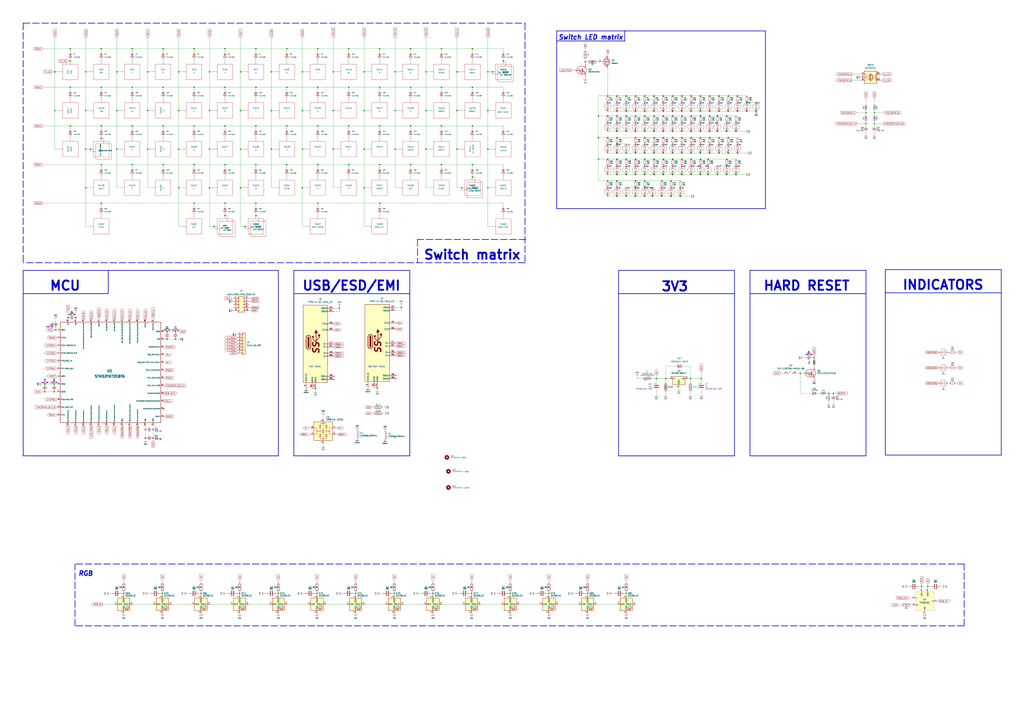
<source format=kicad_sch>
(kicad_sch (version 20230121) (generator eeschema)
  (paper "A1")
  (title_block (title "CheshirePCB") (date "2020-11-12") (rev "V0.2") (company "Designed by Gondolindrim"))
  (junction (at 375.285 122.555) (diameter 1.016))
  (junction (at 299.085 59.055) (diameter 1.016))
  (junction (at 349.885 122.555) (diameter 1.016))
  (junction (at 184.785 167.005) (diameter 1.016))
  (junction (at 83.185 103.505) (diameter 1.016))
  (junction (at 544.83 78.74) (diameter 1.016))
  (junction (at 521.97 143.51) (diameter 1.016))
  (junction (at 529.59 148.59) (diameter 1.016))
  (junction (at 260.985 71.755) (diameter 1.016))
  (junction (at 582.93 78.74) (diameter 1.016))
  (junction (at 311.785 167.005) (diameter 1.016))
  (junction (at 197.485 122.555) (diameter 1.016))
  (junction (at 36.83 315.595) (diameter 1.016))
  (junction (at 521.97 95.25) (diameter 1.016))
  (junction (at 680.72 323.215) (diameter 1.016))
  (junction (at 506.73 113.03) (diameter 1.016))
  (junction (at 172.085 122.555) (diameter 1.016))
  (junction (at 299.085 90.805) (diameter 1.016))
  (junction (at 70.485 90.805) (diameter 1.016))
  (junction (at 551.18 161.29) (diameter 1.016))
  (junction (at 605.79 91.44) (diameter 1.016))
  (junction (at 197.485 90.805) (diameter 1.016))
  (junction (at 582.93 95.25) (diameter 1.016))
  (junction (at 133.35 487.68) (diameter 1.016))
  (junction (at 543.56 148.59) (diameter 1.016))
  (junction (at 590.55 125.73) (diameter 1.016))
  (junction (at 387.985 103.505) (diameter 1.016))
  (junction (at 560.07 95.25) (diameter 1.016))
  (junction (at 604.52 107.95) (diameter 1.016))
  (junction (at 575.31 78.74) (diameter 1.016))
  (junction (at 537.21 113.03) (diameter 1.016))
  (junction (at 543.56 161.29) (diameter 1.016))
  (junction (at 172.085 90.805) (diameter 1.016))
  (junction (at 159.385 40.005) (diameter 1.016))
  (junction (at 210.185 103.505) (diameter 1.016))
  (junction (at 260.35 487.68) (diameter 1.016))
  (junction (at 613.41 83.82) (diameter 1.016))
  (junction (at 560.07 143.51) (diameter 1.016))
  (junction (at 259.08 319.405) (diameter 1.016))
  (junction (at 70.485 122.555) (diameter 1.016))
  (junction (at 83.185 71.755) (diameter 1.016))
  (junction (at 567.69 78.74) (diameter 1.016))
  (junction (at 355.6 487.68) (diameter 1.016))
  (junction (at 121.285 59.055) (diameter 1.016))
  (junction (at 581.66 143.51) (diameter 1.016))
  (junction (at 235.585 135.255) (diameter 1.016))
  (junction (at 551.18 148.59) (diameter 1.016))
  (junction (at 560.07 113.03) (diameter 1.016))
  (junction (at 387.985 71.755) (diameter 1.016))
  (junction (at 762 481.965) (diameter 1.016))
  (junction (at 379.095 154.305) (diameter 1.016))
  (junction (at 560.07 78.74) (diameter 1.016))
  (junction (at 387.35 487.68) (diameter 1.016))
  (junction (at 133.985 40.005) (diameter 1.016))
  (junction (at 248.285 90.805) (diameter 1.016))
  (junction (at 718.185 92.71) (diameter 0.9144))
  (junction (at 521.97 91.44) (diameter 1.016))
  (junction (at 621.03 91.44) (diameter 1.016))
  (junction (at 537.21 143.51) (diameter 1.016))
  (junction (at 400.685 122.555) (diameter 1.016))
  (junction (at 400.685 154.305) (diameter 1.016))
  (junction (at 529.59 78.74) (diameter 1.016))
  (junction (at 596.9 135.89) (diameter 1.016))
  (junction (at 552.45 107.95) (diameter 1.016))
  (junction (at 590.55 113.03) (diameter 1.016))
  (junction (at 605.79 78.74) (diameter 1.016))
  (junction (at 235.585 40.005) (diameter 1.016))
  (junction (at 552.45 130.81) (diameter 1.016))
  (junction (at 506.73 161.29) (diameter 1.016))
  (junction (at 558.8 161.29) (diameter 1.016))
  (junction (at 544.83 95.25) (diameter 1.016))
  (junction (at 184.785 71.755) (diameter 1.016))
  (junction (at 362.585 135.255) (diameter 1.016))
  (junction (at 521.97 148.59) (diameter 1.016))
  (junction (at 413.385 50.165) (diameter 1.016))
  (junction (at 582.93 113.03) (diameter 1.016))
  (junction (at 286.385 103.505) (diameter 1.016))
  (junction (at 197.485 59.055) (diameter 1.016))
  (junction (at 278.765 253.365) (diameter 1.016))
  (junction (at 506.73 148.59) (diameter 1.016))
  (junction (at 286.385 135.255) (diameter 1.016))
  (junction (at 499.11 148.59) (diameter 1.016))
  (junction (at 499.11 130.81) (diameter 1.016))
  (junction (at 210.185 71.755) (diameter 1.016))
  (junction (at 506.73 107.95) (diameter 1.016))
  (junction (at 95.885 122.555) (diameter 1.016))
  (junction (at 575.31 95.25) (diameter 1.016))
  (junction (at 598.17 91.44) (diameter 1.016))
  (junction (at 44.45 321.945) (diameter 1.016))
  (junction (at 506.73 78.74) (diameter 1.016))
  (junction (at 575.31 143.51) (diameter 1.016))
  (junction (at 552.45 91.44) (diameter 1.016))
  (junction (at 108.585 135.255) (diameter 1.016))
  (junction (at 560.07 107.95) (diameter 1.016))
  (junction (at 544.83 125.73) (diameter 1.016))
  (junction (at 546.735 311.15) (diameter 1.016))
  (junction (at 210.185 167.005) (diameter 1.016))
  (junction (at 684.53 323.215) (diameter 1.016))
  (junction (at 596.9 143.51) (diameter 1.016))
  (junction (at 101.6 487.68) (diameter 1.016))
  (junction (at 36.83 321.945) (diameter 1.016))
  (junction (at 83.185 40.005) (diameter 1.016))
  (junction (at 499.11 95.25) (diameter 1.016))
  (junction (at 83.185 113.665) (diameter 1.016))
  (junction (at 529.59 107.95) (diameter 1.016))
  (junction (at 45.72 271.145) (diameter 1.016))
  (junction (at 544.83 130.81) (diameter 1.016))
  (junction (at 535.94 161.29) (diameter 1.016))
  (junction (at 133.985 71.755) (diameter 1.016))
  (junction (at 400.685 59.055) (diameter 1.016))
  (junction (at 544.83 107.95) (diameter 1.016))
  (junction (at 286.385 40.005) (diameter 1.016))
  (junction (at 544.83 143.51) (diameter 1.016))
  (junction (at 349.885 90.805) (diameter 1.016))
  (junction (at 575.31 107.95) (diameter 1.016))
  (junction (at 552.45 143.51) (diameter 1.016))
  (junction (at 292.1 487.68) (diameter 1.016))
  (junction (at 521.97 161.29) (diameter 1.016))
  (junction (at 74.295 122.555) (diameter 1.016))
  (junction (at 668.655 294.005) (diameter 1.016))
  (junction (at 499.11 113.03) (diameter 1.016))
  (junction (at 184.785 177.165) (diameter 1.016))
  (junction (at 567.69 107.95) (diameter 1.016))
  (junction (at 514.35 95.25) (diameter 1.016))
  (junction (at 324.485 90.805) (diameter 1.016))
  (junction (at 506.73 130.81) (diameter 1.016))
  (junction (at 324.485 122.555) (diameter 1.016))
  (junction (at 552.45 95.25) (diameter 1.016))
  (junction (at 375.285 90.805) (diameter 1.016))
  (junction (at 387.985 40.005) (diameter 1.016))
  (junction (at 146.685 154.305) (diameter 1.016))
  (junction (at 539.115 311.15) (diameter 1.016))
  (junction (at 582.93 125.73) (diameter 1.016))
  (junction (at 529.59 125.73) (diameter 1.016))
  (junction (at 235.585 71.755) (diameter 1.016))
  (junction (at 146.685 122.555) (diameter 1.016))
  (junction (at 567.69 95.25) (diameter 1.016))
  (junction (at 521.97 113.03) (diameter 1.016))
  (junction (at 329.565 252.73) (diameter 1.016))
  (junction (at 57.785 40.005) (diameter 1.016))
  (junction (at 552.45 113.03) (diameter 1.016))
  (junction (at 514.35 125.73) (diameter 1.016))
  (junction (at 560.07 91.44) (diameter 1.016))
  (junction (at 362.585 103.505) (diameter 1.016))
  (junction (at 514.35 487.68) (diameter 1.016))
  (junction (at 567.69 113.03) (diameter 1.016))
  (junction (at 560.07 125.73) (diameter 1.016))
  (junction (at 590.55 91.44) (diameter 1.016))
  (junction (at 172.085 154.305) (diameter 1.016))
  (junction (at 133.985 135.255) (diameter 1.016))
  (junction (at 159.385 135.255) (diameter 1.016))
  (junction (at 537.21 125.73) (diameter 1.016))
  (junction (at 491.49 95.25) (diameter 1.016))
  (junction (at 400.685 90.805) (diameter 1.016))
  (junction (at 362.585 40.005) (diameter 1.016))
  (junction (at 144.145 278.765) (diameter 1.016))
  (junction (at 544.83 91.44) (diameter 1.016))
  (junction (at 349.885 59.055) (diameter 1.016))
  (junction (at 567.055 311.15) (diameter 1.016))
  (junction (at 210.185 135.255) (diameter 1.016))
  (junction (at 482.6 487.68) (diameter 1.016))
  (junction (at 404.495 59.055) (diameter 1.016))
  (junction (at 657.225 306.705) (diameter 1.016))
  (junction (at 506.73 143.51) (diameter 1.016))
  (junction (at 184.785 135.255) (diameter 1.016))
  (junction (at 273.685 59.055) (diameter 1.016))
  (junction (at 575.31 130.81) (diameter 1.016))
  (junction (at 387.985 135.255) (diameter 1.016))
  (junction (at 560.07 130.81) (diameter 1.016))
  (junction (at 337.185 40.005) (diameter 1.016))
  (junction (at 529.59 91.44) (diameter 1.016))
  (junction (at 582.93 91.44) (diameter 1.016))
  (junction (at 598.17 78.74) (diameter 1.016))
  (junction (at 159.385 71.755) (diameter 1.016))
  (junction (at 201.295 186.055) (diameter 1.016))
  (junction (at 537.21 107.95) (diameter 1.016))
  (junction (at 210.185 40.005) (diameter 1.016))
  (junction (at 596.9 130.81) (diameter 1.016))
  (junction (at 121.285 122.555) (diameter 1.016))
  (junction (at 70.485 59.055) (diameter 1.016))
  (junction (at 119.38 360.045) (diameter 1.016))
  (junction (at 567.69 125.73) (diameter 1.016))
  (junction (at 711.2 101.6) (diameter 0.9144))
  (junction (at 146.685 59.055) (diameter 1.016))
  (junction (at 387.985 145.415) (diameter 1.016))
  (junction (at 537.21 78.74) (diameter 1.016))
  (junction (at 95.885 59.055) (diameter 1.016))
  (junction (at 567.69 143.51) (diameter 1.016))
  (junction (at 248.285 59.055) (diameter 1.016))
  (junction (at 491.49 130.81) (diameter 1.016))
  (junction (at 286.385 71.755) (diameter 1.016))
  (junction (at 311.785 71.755) (diameter 1.016))
  (junction (at 273.685 122.555) (diameter 1.016))
  (junction (at 159.385 167.005) (diameter 1.016))
  (junction (at 83.185 135.255) (diameter 1.016))
  (junction (at 521.97 78.74) (diameter 1.016))
  (junction (at 248.285 122.555) (diameter 1.016))
  (junction (at 222.885 59.055) (diameter 1.016))
  (junction (at 108.585 40.005) (diameter 1.016))
  (junction (at 196.85 487.68) (diameter 1.016))
  (junction (at 108.585 103.505) (diameter 1.016))
  (junction (at 529.59 161.29) (diameter 1.016))
  (junction (at 125.73 360.045) (diameter 1.016))
  (junction (at 57.785 50.165) (diameter 1.016))
  (junction (at 248.285 154.305) (diameter 1.016))
  (junction (at 613.41 91.44) (diameter 1.016))
  (junction (at 711.2 92.71) (diameter 0.9144))
  (junction (at 605.79 125.73) (diameter 1.016))
  (junction (at 589.28 143.51) (diameter 1.016))
  (junction (at 121.285 90.805) (diameter 1.016))
  (junction (at 575.945 311.15) (diameter 1.016))
  (junction (at 521.97 130.81) (diameter 1.016))
  (junction (at 589.28 95.25) (diameter 1.016))
  (junction (at 311.785 135.255) (diameter 1.016))
  (junction (at 309.88 318.77) (diameter 1.016))
  (junction (at 44.45 315.595) (diameter 1.016))
  (junction (at 450.85 487.68) (diameter 1.016))
  (junction (at 137.16 272.415) (diameter 1.016))
  (junction (at 273.685 90.805) (diameter 1.016))
  (junction (at 324.485 59.055) (diameter 1.016))
  (junction (at 575.31 113.03) (diameter 1.016))
  (junction (at 260.985 135.255) (diameter 1.016))
  (junction (at 57.785 71.755) (diameter 1.016))
  (junction (at 83.185 167.005) (diameter 1.016))
  (junction (at 125.73 353.06) (diameter 1.016))
  (junction (at 575.31 91.44) (diameter 1.016))
  (junction (at 529.59 153.67) (diameter 1.016))
  (junction (at 529.59 130.81) (diameter 1.016))
  (junction (at 133.985 103.505) (diameter 1.016))
  (junction (at 260.985 103.505) (diameter 1.016))
  (junction (at 260.985 167.005) (diameter 1.016))
  (junction (at 506.73 125.73) (diameter 1.016))
  (junction (at 537.21 91.44) (diameter 1.016))
  (junction (at 159.385 103.505) (diameter 1.016))
  (junction (at 146.685 90.805) (diameter 1.016))
  (junction (at 544.83 113.03) (diameter 1.016))
  (junction (at 311.785 40.005) (diameter 1.016))
  (junction (at 137.16 278.765) (diameter 1.016))
  (junction (at 514.35 91.44) (diameter 1.016))
  (junction (at 529.59 113.03) (diameter 1.016))
  (junction (at 119.38 353.06) (diameter 1.016))
  (junction (at 175.895 186.055) (diameter 1.016))
  (junction (at 581.66 130.81) (diameter 1.016))
  (junction (at 552.45 78.74) (diameter 1.016))
  (junction (at 537.21 130.81) (diameter 1.016))
  (junction (at 144.145 272.415) (diameter 1.016))
  (junction (at 184.785 103.505) (diameter 1.016))
  (junction (at 228.6 487.68) (diameter 1.016))
  (junction (at 45.085 90.805) (diameter 0.9144))
  (junction (at 108.585 71.755) (diameter 1.016))
  (junction (at 589.28 107.95) (diameter 1.016))
  (junction (at 165.1 487.68) (diameter 1.016))
  (junction (at 598.17 113.03) (diameter 1.016))
  (junction (at 491.49 113.03) (diameter 1.016))
  (junction (at 299.085 122.555) (diameter 1.016))
  (junction (at 172.085 59.055) (diameter 1.016))
  (junction (at 521.97 153.67) (diameter 1.016))
  (junction (at 55.88 260.985) (diameter 1.016))
  (junction (at 582.93 107.95) (diameter 1.016))
  (junction (at 552.45 125.73) (diameter 1.016))
  (junction (at 311.785 103.505) (diameter 1.016))
  (junction (at 514.35 161.29) (diameter 1.016))
  (junction (at 95.885 90.805) (diameter 1.016))
  (junction (at 62.23 260.985) (diameter 1.016))
  (junction (at 419.1 487.68) (diameter 1.016))
  (junction (at 260.985 40.005) (diameter 1.016))
  (junction (at 337.185 103.505) (diameter 1.016))
  (junction (at 756.92 481.965) (diameter 1.016))
  (junction (at 506.73 95.25) (diameter 1.016))
  (junction (at 337.185 135.255) (diameter 1.016))
  (junction (at 718.185 101.6) (diameter 0.9144))
  (junction (at 598.17 125.73) (diameter 1.016))
  (junction (at 529.59 95.25) (diameter 1.016))
  (junction (at 529.59 143.51) (diameter 1.016))
  (junction (at 184.785 40.005) (diameter 1.016))
  (junction (at 197.485 154.305) (diameter 1.016))
  (junction (at 567.69 91.44) (diameter 1.016))
  (junction (at 235.585 103.505) (diameter 1.016))
  (junction (at 57.785 103.505) (diameter 1.016))
  (junction (at 514.35 107.95) (diameter 1.016))
  (junction (at 596.9 95.25) (diameter 1.016))
  (junction (at 506.73 118.11) (diameter 1.016))
  (junction (at 521.97 107.95) (diameter 1.016))
  (junction (at 567.69 130.81) (diameter 1.016))
  (junction (at 375.285 59.055) (diameter 1.016))
  (junction (at 362.585 71.755) (diameter 1.016))
  (junction (at 323.85 487.68) (diameter 1.016))
  (junction (at 222.885 90.805) (diameter 1.016))
  (junction (at 590.55 78.74) (diameter 1.016))
  (junction (at 514.35 130.81) (diameter 1.016))
  (junction (at 337.185 71.755) (diameter 1.016))
  (junction (at 506.73 91.44) (diameter 1.016))
  (junction (at 604.52 143.51) (diameter 1.016))
  (junction (at 596.9 107.95) (diameter 1.016))
  (junction (at 514.35 143.51) (diameter 1.016))
  (junction (at 480.695 50.8) (diameter 1.016))
  (junction (at 521.97 125.73) (diameter 1.016))
  (junction (at 514.35 78.74) (diameter 1.016))
  (junction (at 575.31 125.73) (diameter 1.016))
  (junction (at 537.21 95.25) (diameter 1.016))
  (junction (at 499.11 78.74) (diameter 1.016))
  (junction (at 222.885 122.555) (diameter 1.016))
  (junction (at 45.085 59.055) (diameter 1.016))
  (junction (at 299.085 154.305) (diameter 1.016))
  (junction (at 70.485 154.305) (diameter 1.016))
  (junction (at 210.185 177.165) (diameter 1.016))
  (no_connect (at 134.62 335.915))
  (no_connect (at 325.12 308.61))
  (no_connect (at 274.32 309.245))
  (no_connect (at 274.32 311.785))
  (no_connect (at 325.12 311.15))
  (wire (pts (xy 506.73 130.81) (xy 499.11 130.81)))
  (wire (pts (xy 349.885 59.055) (xy 353.695 59.055)))
  (wire (pts (xy 197.485 154.305) (xy 201.295 154.305)))
  (wire (pts (xy 299.085 154.305) (xy 299.085 186.055)))
  (wire (pts (xy 499.11 78.74) (xy 491.49 78.74)))
  (wire (pts (xy 379.095 156.21) (xy 381 156.21)))
  (polyline (pts (xy 822.325 374.015) (xy 727.075 374.015)) (stroke (width 0.508) (type solid)))
  (wire (pts (xy 400.685 59.055) (xy 400.685 90.805)))
  (wire (pts (xy 210.185 167.005) (xy 210.185 168.91)))
  (wire (pts (xy 133.985 71.755) (xy 133.985 73.66)))
  (wire (pts (xy 598.17 125.73) (xy 605.79 125.73)))
  (wire (pts (xy 491.49 78.74) (xy 491.49 95.25)))
  (wire (pts (xy 605.79 78.74) (xy 613.41 78.74)))
  (wire (pts (xy 35.56 103.505) (xy 57.785 103.505)))
  (wire (pts (xy 480.695 40.005) (xy 480.695 41.275)))
  (wire (pts (xy 62.23 256.54) (xy 62.23 260.985)))
  (polyline (pts (xy 19.05 222.25) (xy 228.6 222.25)) (stroke (width 0.508) (type solid)))
  (wire (pts (xy 95.885 31.115) (xy 95.885 59.055)))
  (wire (pts (xy 482.6 487.68) (xy 482.6 488.95)))
  (wire (pts (xy 125.095 353.06) (xy 125.73 353.06)))
  (wire (pts (xy 353.695 487.68) (xy 355.6 487.68)))
  (wire (pts (xy 514.35 486.41) (xy 514.35 487.68)))
  (polyline (pts (xy 431.165 19.05) (xy 431.165 215.9)) (stroke (width 0.508) (type dash)))
  (wire (pts (xy 210.185 176.53) (xy 210.185 177.165)))
  (wire (pts (xy 786.13 302.26) (xy 784.86 302.26)))
  (wire (pts (xy 323.85 487.68) (xy 323.85 488.95)))
  (wire (pts (xy 159.385 49.53) (xy 159.385 50.165)))
  (wire (pts (xy 85.09 113.665) (xy 85.09 115.57)))
  (wire (pts (xy 565.15 311.15) (xy 567.055 311.15)))
  (wire (pts (xy 523.24 309.88) (xy 523.24 311.15)))
  (wire (pts (xy 248.285 122.555) (xy 248.285 154.305)))
  (wire (pts (xy 146.685 154.305) (xy 150.495 154.305)))
  (wire (pts (xy 95.885 90.805) (xy 95.885 122.555)))
  (wire (pts (xy 108.585 103.505) (xy 108.585 105.41)))
  (wire (pts (xy 140.97 496.57) (xy 157.48 496.57)))
  (wire (pts (xy 546.735 324.485) (xy 546.735 321.945)))
  (polyline (pts (xy 241.3 241.3) (xy 336.55 241.3)) (stroke (width 0.508) (type solid)))
  (wire (pts (xy 529.59 107.95) (xy 537.21 107.95)))
  (wire (pts (xy 560.07 143.51) (xy 567.69 143.51)))
  (wire (pts (xy 256.54 319.405) (xy 259.08 319.405)))
  (wire (pts (xy 413.385 167.005) (xy 413.385 168.91)))
  (wire (pts (xy 678.815 323.215) (xy 680.72 323.215)))
  (wire (pts (xy 529.59 161.29) (xy 535.94 161.29)))
  (wire (pts (xy 108.585 71.755) (xy 108.585 73.66)))
  (wire (pts (xy 286.385 71.755) (xy 286.385 73.66)))
  (wire (pts (xy 236.22 496.57) (xy 252.73 496.57)))
  (wire (pts (xy 109.22 496.57) (xy 125.73 496.57)))
  (wire (pts (xy 55.88 256.54) (xy 55.88 260.985)))
  (polyline (pts (xy 603.25 374.65) (xy 508 374.65)) (stroke (width 0.508) (type solid)))
  (polyline (pts (xy 61.595 514.35) (xy 61.595 463.55)) (stroke (width 0.508) (type dash)))
  (wire (pts (xy 133.985 71.755) (xy 159.385 71.755)))
  (wire (pts (xy 286.385 135.255) (xy 286.385 137.16)))
  (wire (pts (xy 659.765 294.005) (xy 661.67 294.005)))
  (wire (pts (xy 248.285 90.805) (xy 248.285 122.555)))
  (wire (pts (xy 725.805 92.71) (xy 718.185 92.71)))
  (wire (pts (xy 81.28 260.985) (xy 81.28 262.255)))
  (wire (pts (xy 260.985 40.005) (xy 286.385 40.005)))
  (wire (pts (xy 349.885 90.805) (xy 353.695 90.805)))
  (wire (pts (xy 480.695 50.8) (xy 482.6 50.8)))
  (wire (pts (xy 146.685 59.055) (xy 146.685 90.805)))
  (wire (pts (xy 286.385 71.755) (xy 311.785 71.755)))
  (wire (pts (xy 699.77 60.96) (xy 707.39 60.96)))
  (wire (pts (xy 44.45 315.595) (xy 46.99 315.595)))
  (wire (pts (xy 482.6 476.885) (xy 482.6 478.79)))
  (wire (pts (xy 222.885 154.305) (xy 226.695 154.305)))
  (polyline (pts (xy 628.65 25.4) (xy 628.65 171.45)) (stroke (width 0.508) (type solid)))
  (wire (pts (xy 324.485 122.555) (xy 328.295 122.555)))
  (wire (pts (xy 146.685 31.115) (xy 146.685 59.055)))
  (wire (pts (xy 543.56 148.59) (xy 551.18 148.59)))
  (wire (pts (xy 172.085 90.805) (xy 172.085 122.555)))
  (wire (pts (xy 222.885 122.555) (xy 226.695 122.555)))
  (wire (pts (xy 210.185 103.505) (xy 210.185 105.41)))
  (wire (pts (xy 514.35 107.95) (xy 521.97 107.95)))
  (wire (pts (xy 248.285 122.555) (xy 252.095 122.555)))
  (wire (pts (xy 552.45 78.74) (xy 560.07 78.74)))
  (wire (pts (xy 567.055 300.99) (xy 567.055 311.15)))
  (wire (pts (xy 355.6 487.68) (xy 355.6 488.95)))
  (wire (pts (xy 490.22 496.57) (xy 506.73 496.57)))
  (wire (pts (xy 83.185 71.755) (xy 108.585 71.755)))
  (wire (pts (xy 144.145 272.415) (xy 146.685 272.415)))
  (wire (pts (xy 362.585 135.255) (xy 362.585 137.16)))
  (wire (pts (xy 299.085 122.555) (xy 302.895 122.555)))
  (wire (pts (xy 222.885 90.805) (xy 226.695 90.805)))
  (wire (pts (xy 387.985 49.53) (xy 387.985 50.165)))
  (wire (pts (xy 521.97 91.44) (xy 529.59 91.44)))
  (wire (pts (xy 83.185 40.005) (xy 83.185 41.91)))
  (wire (pts (xy 311.785 103.505) (xy 311.785 105.41)))
  (wire (pts (xy 235.585 71.755) (xy 235.585 73.66)))
  (wire (pts (xy 363.22 496.57) (xy 379.73 496.57)))
  (wire (pts (xy 529.59 95.25) (xy 521.97 95.25)))
  (wire (pts (xy 567.69 107.95) (xy 575.31 107.95)))
  (wire (pts (xy 184.785 135.255) (xy 184.785 137.16)))
  (wire (pts (xy 387.985 144.78) (xy 387.985 145.415)))
  (wire (pts (xy 108.585 40.005) (xy 133.985 40.005)))
  (wire (pts (xy 210.185 144.78) (xy 210.185 145.415)))
  (wire (pts (xy 210.185 40.005) (xy 235.585 40.005)))
  (wire (pts (xy 278.765 253.365) (xy 278.765 252.095)))
  (wire (pts (xy 204.47 255.27) (xy 205.74 255.27)))
  (wire (pts (xy 235.585 113.03) (xy 235.585 113.665)))
  (wire (pts (xy 590.55 113.03) (xy 582.93 113.03)))
  (wire (pts (xy 544.83 113.03) (xy 537.21 113.03)))
  (wire (pts (xy 57.785 81.28) (xy 57.785 81.915)))
  (wire (pts (xy 711.2 108.585) (xy 711.2 110.49)))
  (wire (pts (xy 101.6 487.68) (xy 101.6 488.95)))
  (wire (pts (xy 137.16 278.765) (xy 144.145 278.765)))
  (wire (pts (xy 329.565 255.27) (xy 329.565 252.73)))
  (polyline (pts (xy 342.9 196.85) (xy 342.9 215.9)) (stroke (width 0.508) (type dash)))
  (wire (pts (xy 387.985 71.755) (xy 387.985 73.66)))
  (wire (pts (xy 786.13 314.96) (xy 784.86 314.96)))
  (polyline (pts (xy 88.9 241.3) (xy 88.9 222.25)) (stroke (width 0.508) (type solid)))
  (wire (pts (xy 133.985 144.78) (xy 133.985 145.415)))
  (wire (pts (xy 362.585 71.755) (xy 387.985 71.755)))
  (wire (pts (xy 722.63 66.04) (xy 723.9 66.04)))
  (wire (pts (xy 362.585 135.255) (xy 387.985 135.255)))
  (polyline (pts (xy 513.08 33.655) (xy 513.08 25.4)) (stroke (width 0.508) (type solid)))
  (wire (pts (xy 672.465 323.215) (xy 673.735 323.215)))
  (wire (pts (xy 201.295 187.96) (xy 201.295 186.055)))
  (wire (pts (xy 337.185 40.005) (xy 362.585 40.005)))
  (wire (pts (xy 605.79 113.03) (xy 598.17 113.03)))
  (wire (pts (xy 74.295 186.055) (xy 70.485 186.055)))
  (wire (pts (xy 146.685 90.805) (xy 146.685 122.555)))
  (polyline (pts (xy 791.845 514.35) (xy 791.845 463.55)) (stroke (width 0.508) (type dash)))
  (wire (pts (xy 273.685 90.805) (xy 277.495 90.805)))
  (wire (pts (xy 605.79 125.73) (xy 613.41 125.73)))
  (wire (pts (xy 337.185 71.755) (xy 362.585 71.755)))
  (wire (pts (xy 598.17 91.44) (xy 605.79 91.44)))
  (polyline (pts (xy 791.845 514.35) (xy 61.595 514.35)) (stroke (width 0.508) (type dash)))
  (wire (pts (xy 235.585 103.505) (xy 260.985 103.505)))
  (wire (pts (xy 260.985 167.005) (xy 260.985 168.91)))
  (wire (pts (xy 575.945 321.31) (xy 575.945 324.485)))
  (wire (pts (xy 567.69 130.81) (xy 560.07 130.81)))
  (wire (pts (xy 567.69 143.51) (xy 575.31 143.51)))
  (polyline (pts (xy 336.55 222.25) (xy 336.55 374.65)) (stroke (width 0.508) (type solid)))
  (wire (pts (xy 159.385 176.53) (xy 159.385 177.165)))
  (wire (pts (xy 222.885 122.555) (xy 222.885 154.305)))
  (wire (pts (xy 45.72 271.145) (xy 46.99 271.145)))
  (wire (pts (xy 745.49 481.965) (xy 746.76 481.965)))
  (wire (pts (xy 641.35 306.705) (xy 643.89 306.705)))
  (wire (pts (xy 184.785 176.53) (xy 184.785 177.165)))
  (wire (pts (xy 546.735 300.99) (xy 554.355 300.99)))
  (wire (pts (xy 539.115 311.15) (xy 546.735 311.15)))
  (wire (pts (xy 514.35 153.67) (xy 521.97 153.67)))
  (wire (pts (xy 419.1 486.41) (xy 419.1 487.68)))
  (wire (pts (xy 529.59 148.59) (xy 521.97 148.59)))
  (wire (pts (xy 302.895 186.055) (xy 299.085 186.055)))
  (wire (pts (xy 718.185 99.695) (xy 718.185 101.6)))
  (wire (pts (xy 718.185 108.585) (xy 718.185 110.49)))
  (wire (pts (xy 362.585 103.505) (xy 387.985 103.505)))
  (wire (pts (xy 362.585 103.505) (xy 362.585 105.41)))
  (wire (pts (xy 375.285 90.805) (xy 375.285 122.555)))
  (wire (pts (xy 480.695 48.895) (xy 480.695 50.8)))
  (wire (pts (xy 197.485 122.555) (xy 201.295 122.555)))
  (wire (pts (xy 558.8 161.29) (xy 566.42 161.29)))
  (wire (pts (xy 95.885 122.555) (xy 99.695 122.555)))
  (wire (pts (xy 544.83 91.44) (xy 552.45 91.44)))
  (wire (pts (xy 99.695 487.68) (xy 101.6 487.68)))
  (wire (pts (xy 57.785 40.005) (xy 83.185 40.005)))
  (wire (pts (xy 567.69 113.03) (xy 560.07 113.03)))
  (wire (pts (xy 539.115 311.15) (xy 539.115 313.69)))
  (wire (pts (xy 260.985 40.005) (xy 260.985 41.91)))
  (wire (pts (xy 133.35 476.885) (xy 133.35 478.79)))
  (wire (pts (xy 235.585 81.28) (xy 235.585 81.915)))
  (wire (pts (xy 274.32 255.905) (xy 278.765 255.905)))
  (wire (pts (xy 299.72 496.57) (xy 316.23 496.57)))
  (wire (pts (xy 311.785 49.53) (xy 311.785 50.165)))
  (wire (pts (xy 265.43 341.63) (xy 265.43 344.17)))
  (wire (pts (xy 321.945 487.68) (xy 323.85 487.68)))
  (polyline (pts (xy 615.95 222.25) (xy 711.2 222.25)) (stroke (width 0.508) (type solid)))
  (wire (pts (xy 137.16 272.415) (xy 144.145 272.415)))
  (wire (pts (xy 337.185 113.03) (xy 337.185 113.665)))
  (wire (pts (xy 260.985 135.255) (xy 260.985 137.16)))
  (wire (pts (xy 210.185 135.255) (xy 235.585 135.255)))
  (wire (pts (xy 387.985 135.255) (xy 413.385 135.255)))
  (wire (pts (xy 210.185 113.03) (xy 210.185 113.665)))
  (wire (pts (xy 537.21 78.74) (xy 544.83 78.74)))
  (wire (pts (xy 108.585 113.03) (xy 108.585 113.665)))
  (wire (pts (xy 222.885 59.055) (xy 222.885 90.805)))
  (wire (pts (xy 529.59 148.59) (xy 543.56 148.59)))
  (wire (pts (xy 133.985 103.505) (xy 159.385 103.505)))
  (wire (pts (xy 133.985 81.28) (xy 133.985 81.915)))
  (wire (pts (xy 575.31 78.74) (xy 582.93 78.74)))
  (wire (pts (xy 502.92 487.68) (xy 504.825 487.68)))
  (wire (pts (xy 407.67 487.68) (xy 409.575 487.68)))
  (wire (pts (xy 121.285 90.805) (xy 121.285 122.555)))
  (wire (pts (xy 196.85 476.885) (xy 196.85 478.79)))
  (wire (pts (xy 596.9 130.81) (xy 604.52 130.81)))
  (wire (pts (xy 544.83 95.25) (xy 537.21 95.25)))
  (wire (pts (xy 197.485 90.805) (xy 201.295 90.805)))
  (wire (pts (xy 491.49 113.03) (xy 491.49 130.81)))
  (wire (pts (xy 311.785 71.755) (xy 311.785 73.66)))
  (wire (pts (xy 254 356.87) (xy 255.27 356.87)))
  (wire (pts (xy 83.185 81.28) (xy 83.185 81.915)))
  (wire (pts (xy 684.53 323.215) (xy 684.53 324.485)))
  (wire (pts (xy 598.17 113.03) (xy 590.55 113.03)))
  (wire (pts (xy 260.985 49.53) (xy 260.985 50.165)))
  (wire (pts (xy 70.485 59.055) (xy 70.485 90.805)))
  (wire (pts (xy 119.38 353.06) (xy 120.015 353.06)))
  (wire (pts (xy 133.985 40.005) (xy 133.985 41.91)))
  (wire (pts (xy 248.285 154.305) (xy 248.285 186.055)))
  (polyline (pts (xy 431.165 215.9) (xy 19.05 215.9)) (stroke (width 0.508) (type dash)))
  (wire (pts (xy 210.185 81.28) (xy 210.185 81.915)))
  (wire (pts (xy 235.585 135.255) (xy 235.585 137.16)))
  (wire (pts (xy 480.695 50.8) (xy 480.695 52.705)))
  (wire (pts (xy 362.585 40.005) (xy 387.985 40.005)))
  (wire (pts (xy 248.92 487.68) (xy 250.825 487.68)))
  (wire (pts (xy 567.69 95.25) (xy 560.07 95.25)))
  (wire (pts (xy 711.2 99.695) (xy 711.2 101.6)))
  (wire (pts (xy 668.655 292.735) (xy 668.655 294.005)))
  (wire (pts (xy 172.085 154.305) (xy 175.895 154.305)))
  (wire (pts (xy 703.58 92.71) (xy 711.2 92.71)))
  (wire (pts (xy 324.485 154.305) (xy 328.295 154.305)))
  (wire (pts (xy 235.585 135.255) (xy 260.985 135.255)))
  (wire (pts (xy 83.185 113.03) (xy 83.185 113.665)))
  (wire (pts (xy 514.35 78.74) (xy 521.97 78.74)))
  (wire (pts (xy 551.18 148.59) (xy 558.8 148.59)))
  (wire (pts (xy 133.985 103.505) (xy 133.985 105.41)))
  (wire (pts (xy 722.63 60.96) (xy 723.9 60.96)))
  (wire (pts (xy 711.2 92.71) (xy 711.2 94.615)))
  (wire (pts (xy 159.385 135.255) (xy 184.785 135.255)))
  (wire (pts (xy 203.2 187.96) (xy 201.295 187.96)))
  (wire (pts (xy 575.31 107.95) (xy 582.93 107.95)))
  (wire (pts (xy 311.785 113.03) (xy 311.785 113.665)))
  (wire (pts (xy 499.11 125.73) (xy 506.73 125.73)))
  (wire (pts (xy 680.72 323.215) (xy 680.72 324.485)))
  (wire (pts (xy 311.785 71.755) (xy 337.185 71.755)))
  (wire (pts (xy 265.43 364.49) (xy 265.43 366.395)))
  (wire (pts (xy 275.59 356.87) (xy 276.86 356.87)))
  (wire (pts (xy 197.485 122.555) (xy 197.485 154.305)))
  (polyline (pts (xy 727.075 221.615) (xy 727.075 374.015)) (stroke (width 0.508) (type solid)))
  (wire (pts (xy 260.985 81.28) (xy 260.985 81.915)))
  (wire (pts (xy 108.585 49.53) (xy 108.585 50.165)))
  (wire (pts (xy 44.45 321.945) (xy 46.99 321.945)))
  (wire (pts (xy 159.385 113.03) (xy 159.385 113.665)))
  (wire (pts (xy 121.285 59.055) (xy 121.285 90.805)))
  (wire (pts (xy 292.1 476.885) (xy 292.1 478.79)))
  (wire (pts (xy 499.11 91.44) (xy 506.73 91.44)))
  (wire (pts (xy 387.985 135.255) (xy 387.985 137.16)))
  (wire (pts (xy 119.38 349.885) (xy 119.38 353.06)))
  (wire (pts (xy 248.285 59.055) (xy 248.285 90.805)))
  (wire (pts (xy 70.485 90.805) (xy 74.295 90.805)))
  (wire (pts (xy 684.53 323.215) (xy 687.705 323.215)))
  (wire (pts (xy 590.55 91.44) (xy 598.17 91.44)))
  (wire (pts (xy 125.73 260.985) (xy 125.73 262.255)))
  (wire (pts (xy 260.985 176.53) (xy 260.985 177.165)))
  (wire (pts (xy 228.6 487.68) (xy 228.6 488.95)))
  (wire (pts (xy 581.66 130.81) (xy 596.9 130.81)))
  (wire (pts (xy 523.24 311.15) (xy 527.685 311.15)))
  (wire (pts (xy 764.54 481.965) (xy 762 481.965)))
  (wire (pts (xy 175.895 187.96) (xy 177.8 187.96)))
  (wire (pts (xy 544.83 107.95) (xy 552.45 107.95)))
  (wire (pts (xy 260.985 167.005) (xy 311.785 167.005)))
  (wire (pts (xy 74.295 122.555) (xy 74.295 124.46)))
  (wire (pts (xy 172.085 59.055) (xy 175.895 59.055)))
  (wire (pts (xy 506.73 113.03) (xy 521.97 113.03)))
  (wire (pts (xy 84.455 496.57) (xy 93.98 496.57)))
  (wire (pts (xy 567.69 91.44) (xy 575.31 91.44)))
  (wire (pts (xy 748.03 497.205) (xy 749.3 497.205)))
  (wire (pts (xy 582.93 113.03) (xy 575.31 113.03)))
  (wire (pts (xy 159.385 167.005) (xy 159.385 168.91)))
  (wire (pts (xy 596.9 95.25) (xy 604.52 95.25)))
  (wire (pts (xy 514.35 95.25) (xy 506.73 95.25)))
  (wire (pts (xy 312.42 487.68) (xy 314.325 487.68)))
  (wire (pts (xy 235.585 40.005) (xy 235.585 41.91)))
  (wire (pts (xy 197.485 90.805) (xy 197.485 122.555)))
  (wire (pts (xy 387.985 113.03) (xy 387.985 113.665)))
  (wire (pts (xy 210.185 167.005) (xy 260.985 167.005)))
  (wire (pts (xy 204.47 245.11) (xy 205.74 245.11)))
  (wire (pts (xy 172.085 122.555) (xy 172.085 154.305)))
  (wire (pts (xy 514.35 143.51) (xy 521.97 143.51)))
  (wire (pts (xy 311.785 167.005) (xy 311.785 168.91)))
  (wire (pts (xy 470.535 57.785) (xy 471.805 57.785)))
  (wire (pts (xy 210.185 71.755) (xy 210.185 73.66)))
  (wire (pts (xy 582.93 91.44) (xy 590.55 91.44)))
  (wire (pts (xy 529.59 125.73) (xy 537.21 125.73)))
  (wire (pts (xy 290.195 487.68) (xy 292.1 487.68)))
  (wire (pts (xy 83.185 144.78) (xy 83.185 145.415)))
  (wire (pts (xy 450.85 476.885) (xy 450.85 478.79)))
  (wire (pts (xy 450.85 486.41) (xy 450.85 487.68)))
  (wire (pts (xy 552.45 130.81) (xy 544.83 130.81)))
  (wire (pts (xy 535.305 311.15) (xy 539.115 311.15)))
  (wire (pts (xy 204.47 496.57) (xy 220.98 496.57)))
  (wire (pts (xy 252.095 186.055) (xy 248.285 186.055)))
  (wire (pts (xy 406.4 60.96) (xy 404.495 60.96)))
  (wire (pts (xy 769.62 494.03) (xy 770.89 494.03)))
  (wire (pts (xy 210.185 40.005) (xy 210.185 41.91)))
  (wire (pts (xy 62.23 260.985) (xy 62.23 262.255)))
  (wire (pts (xy 108.585 135.255) (xy 108.585 137.16)))
  (wire (pts (xy 560.07 95.25) (xy 552.45 95.25)))
  (wire (pts (xy 146.685 90.805) (xy 150.495 90.805)))
  (wire (pts (xy 57.785 113.03) (xy 57.785 113.665)))
  (wire (pts (xy 235.585 71.755) (xy 260.985 71.755)))
  (wire (pts (xy 598.17 78.74) (xy 605.79 78.74)))
  (wire (pts (xy 413.385 71.755) (xy 413.385 73.66)))
  (wire (pts (xy 575.31 130.81) (xy 581.66 130.81)))
  (wire (pts (xy 657.225 306.705) (xy 659.765 306.705)))
  (polyline (pts (xy 615.95 222.25) (xy 615.95 374.65)) (stroke (width 0.508) (type solid)))
  (wire (pts (xy 311.785 40.005) (xy 311.785 41.91)))
  (wire (pts (xy 235.585 49.53) (xy 235.585 50.165)))
  (wire (pts (xy 779.78 302.26) (xy 778.51 302.26)))
  (wire (pts (xy 605.79 91.44) (xy 613.41 91.44)))
  (polyline (pts (xy 457.2 33.655) (xy 513.08 33.655)) (stroke (width 0.508) (type solid)))
  (wire (pts (xy 90.17 487.68) (xy 92.075 487.68)))
  (wire (pts (xy 521.97 125.73) (xy 529.59 125.73)))
  (wire (pts (xy 273.685 122.555) (xy 277.495 122.555)))
  (wire (pts (xy 337.185 135.255) (xy 337.185 137.16)))
  (wire (pts (xy 349.885 31.115) (xy 349.885 59.055)))
  (wire (pts (xy 159.385 135.255) (xy 159.385 137.16)))
  (wire (pts (xy 204.47 252.73) (xy 205.74 252.73)))
  (wire (pts (xy 125.73 353.06) (xy 125.73 360.045)))
  (wire (pts (xy 197.485 31.115) (xy 197.485 59.055)))
  (polyline (pts (xy 711.2 374.65) (xy 615.95 374.65)) (stroke (width 0.508) (type solid)))
  (wire (pts (xy 557.53 318.77) (xy 557.53 320.04)))
  (polyline (pts (xy 241.3 222.25) (xy 336.55 222.25)) (stroke (width 0.508) (type solid)))
  (wire (pts (xy 387.985 145.415) (xy 389.89 145.415)))
  (wire (pts (xy 311.785 135.255) (xy 337.185 135.255)))
  (wire (pts (xy 222.885 90.805) (xy 222.885 122.555)))
  (wire (pts (xy 560.07 125.73) (xy 567.69 125.73)))
  (wire (pts (xy 299.085 154.305) (xy 302.895 154.305)))
  (wire (pts (xy 254 351.79) (xy 255.27 351.79)))
  (wire (pts (xy 70.485 122.555) (xy 74.295 122.555)))
  (wire (pts (xy 413.385 135.255) (xy 413.385 137.16)))
  (wire (pts (xy 471.17 487.68) (xy 473.075 487.68)))
  (wire (pts (xy 337.185 103.505) (xy 362.585 103.505)))
  (wire (pts (xy 546.735 311.15) (xy 549.91 311.15)))
  (wire (pts (xy 506.73 95.25) (xy 499.11 95.25)))
  (wire (pts (xy 375.92 487.68) (xy 377.825 487.68)))
  (wire (pts (xy 529.59 143.51) (xy 537.21 143.51)))
  (wire (pts (xy 146.685 122.555) (xy 150.495 122.555)))
  (wire (pts (xy 45.085 90.805) (xy 45.085 122.555)))
  (wire (pts (xy 439.42 487.68) (xy 441.325 487.68)))
  (polyline (pts (xy 508 241.3) (xy 603.25 241.3)) (stroke (width 0.508) (type solid)))
  (wire (pts (xy 134.62 272.415) (xy 137.16 272.415)))
  (wire (pts (xy 506.73 148.59) (xy 499.11 148.59)))
  (wire (pts (xy 101.6 486.41) (xy 101.6 487.68)))
  (wire (pts (xy 210.185 103.505) (xy 235.585 103.505)))
  (wire (pts (xy 537.21 91.44) (xy 544.83 91.44)))
  (wire (pts (xy 491.49 113.03) (xy 499.11 113.03)))
  (wire (pts (xy 413.385 50.165) (xy 415.29 50.165)))
  (wire (pts (xy 560.07 91.44) (xy 567.69 91.44)))
  (wire (pts (xy 324.485 90.805) (xy 324.485 122.555)))
  (wire (pts (xy 521.97 130.81) (xy 514.35 130.81)))
  (wire (pts (xy 131.445 487.68) (xy 133.35 487.68)))
  (wire (pts (xy 718.185 92.71) (xy 718.185 94.615)))
  (wire (pts (xy 506.73 143.51) (xy 514.35 143.51)))
  (wire (pts (xy 35.56 135.255) (xy 83.185 135.255)))
  (wire (pts (xy 552.45 125.73) (xy 560.07 125.73)))
  (wire (pts (xy 344.17 487.68) (xy 346.075 487.68)))
  (wire (pts (xy 133.985 113.03) (xy 133.985 113.665)))
  (wire (pts (xy 95.885 59.055) (xy 99.695 59.055)))
  (wire (pts (xy 362.585 71.755) (xy 362.585 73.66)))
  (wire (pts (xy 491.49 130.81) (xy 499.11 130.81)))
  (wire (pts (xy 44.45 315.595) (xy 44.45 316.23)))
  (wire (pts (xy 337.185 40.005) (xy 337.185 41.91)))
  (wire (pts (xy 150.495 186.055) (xy 146.685 186.055)))
  (wire (pts (xy 159.385 40.005) (xy 159.385 41.91)))
  (wire (pts (xy 228.6 476.885) (xy 228.6 478.79)))
  (wire (pts (xy 311.785 40.005) (xy 337.185 40.005)))
  (wire (pts (xy 95.885 59.055) (xy 95.885 90.805)))
  (wire (pts (xy 773.43 481.965) (xy 772.16 481.965)))
  (wire (pts (xy 222.885 59.055) (xy 226.695 59.055)))
  (wire (pts (xy 165.1 487.68) (xy 165.1 488.95)))
  (wire (pts (xy 83.185 103.505) (xy 108.585 103.505)))
  (wire (pts (xy 260.985 103.505) (xy 286.385 103.505)))
  (wire (pts (xy 552.45 107.95) (xy 560.07 107.95)))
  (wire (pts (xy 45.72 269.24) (xy 45.72 271.145)))
  (wire (pts (xy 121.92 487.68) (xy 123.825 487.68)))
  (wire (pts (xy 419.1 487.68) (xy 419.1 488.95)))
  (wire (pts (xy 260.985 135.255) (xy 286.385 135.255)))
  (wire (pts (xy 567.055 311.15) (xy 575.945 311.15)))
  (wire (pts (xy 248.285 31.115) (xy 248.285 59.055)))
  (wire (pts (xy 349.885 154.305) (xy 353.695 154.305)))
  (wire (pts (xy 325.12 252.73) (xy 329.565 252.73)))
  (wire (pts (xy 324.485 122.555) (xy 324.485 154.305)))
  (wire (pts (xy 582.93 95.25) (xy 575.31 95.25)))
  (wire (pts (xy 329.565 252.73) (xy 329.565 251.46)))
  (wire (pts (xy 210.185 49.53) (xy 210.185 50.165)))
  (wire (pts (xy 311.785 135.255) (xy 311.785 137.16)))
  (wire (pts (xy 590.55 125.73) (xy 598.17 125.73)))
  (wire (pts (xy 544.83 130.81) (xy 537.21 130.81)))
  (wire (pts (xy 581.66 143.51) (xy 589.28 143.51)))
  (wire (pts (xy 413.385 40.005) (xy 413.385 41.91)))
  (wire (pts (xy 45.085 90.805) (xy 48.895 90.805)))
  (wire (pts (xy 699.77 66.04) (xy 707.39 66.04)))
  (wire (pts (xy 134.62 285.115) (xy 135.89 285.115)))
  (polyline (pts (xy 19.05 19.05) (xy 431.165 19.05)) (stroke (width 0.508) (type dash)))
  (wire (pts (xy 133.985 135.255) (xy 133.985 137.16)))
  (wire (pts (xy 521.97 143.51) (xy 529.59 143.51)))
  (wire (pts (xy 738.505 497.205) (xy 740.41 497.205)))
  (wire (pts (xy 146.685 122.555) (xy 146.685 154.305)))
  (wire (pts (xy 490.22 50.8) (xy 491.49 50.8)))
  (wire (pts (xy 325.12 255.27) (xy 329.565 255.27)))
  (wire (pts (xy 133.985 40.005) (xy 159.385 40.005)))
  (wire (pts (xy 613.41 83.82) (xy 621.03 83.82)))
  (wire (pts (xy 267.97 496.57) (xy 284.48 496.57)))
  (wire (pts (xy 35.56 167.005) (xy 83.185 167.005)))
  (wire (pts (xy 95.885 154.305) (xy 99.695 154.305)))
  (wire (pts (xy 196.85 487.68) (xy 196.85 488.95)))
  (wire (pts (xy 212.09 179.07) (xy 212.09 177.165)))
  (wire (pts (xy 575.31 95.25) (xy 567.69 95.25)))
  (wire (pts (xy 567.69 130.81) (xy 575.31 130.81)))
  (wire (pts (xy 349.885 122.555) (xy 349.885 154.305)))
  (polyline (pts (xy 19.05 222.25) (xy 19.05 374.65)) (stroke (width 0.508) (type solid)))
  (wire (pts (xy 362.585 144.78) (xy 362.585 145.415)))
  (wire (pts (xy 657.225 323.215) (xy 657.225 306.705)))
  (wire (pts (xy 575.945 304.8) (xy 575.945 311.15)))
  (wire (pts (xy 45.085 31.115) (xy 45.085 59.055)))
  (wire (pts (xy 575.31 91.44) (xy 582.93 91.44)))
  (wire (pts (xy 582.93 78.74) (xy 590.55 78.74)))
  (wire (pts (xy 582.93 107.95) (xy 589.28 107.95)))
  (polyline (pts (xy 822.325 221.615) (xy 822.325 374.015)) (stroke (width 0.508) (type solid)))
  (wire (pts (xy 575.31 125.73) (xy 582.93 125.73)))
  (wire (pts (xy 57.785 41.91) (xy 57.785 40.005)))
  (wire (pts (xy 184.785 71.755) (xy 210.185 71.755)))
  (wire (pts (xy 680.72 323.215) (xy 684.53 323.215)))
  (wire (pts (xy 400.685 31.115) (xy 400.685 59.055)))
  (wire (pts (xy 70.485 122.555) (xy 70.485 154.305)))
  (wire (pts (xy 184.785 103.505) (xy 184.785 105.41)))
  (wire (pts (xy 159.385 167.005) (xy 184.785 167.005)))
  (wire (pts (xy 400.685 154.305) (xy 404.495 154.305)))
  (wire (pts (xy 184.785 40.005) (xy 210.185 40.005)))
  (polyline (pts (xy 457.2 171.45) (xy 628.65 171.45)) (stroke (width 0.508) (type solid)))
  (wire (pts (xy 337.185 49.53) (xy 337.185 50.165)))
  (wire (pts (xy 756.92 480.06) (xy 756.92 481.965)))
  (wire (pts (xy 34.29 321.945) (xy 36.83 321.945)))
  (wire (pts (xy 175.895 186.055) (xy 172.085 186.055)))
  (polyline (pts (xy 241.3 222.25) (xy 241.3 374.65)) (stroke (width 0.508) (type solid)))
  (wire (pts (xy 144.145 272.415) (xy 144.145 273.05)))
  (wire (pts (xy 521.97 161.29) (xy 529.59 161.29)))
  (wire (pts (xy 311.785 144.78) (xy 311.785 145.415)))
  (wire (pts (xy 417.195 487.68) (xy 419.1 487.68)))
  (wire (pts (xy 197.485 59.055) (xy 201.295 59.055)))
  (wire (pts (xy 172.72 496.57) (xy 189.23 496.57)))
  (wire (pts (xy 746.76 491.49) (xy 749.3 491.49)))
  (wire (pts (xy 575.945 311.15) (xy 575.945 313.69)))
  (wire (pts (xy 450.85 487.68) (xy 450.85 488.95)))
  (wire (pts (xy 331.47 496.57) (xy 347.98 496.57)))
  (wire (pts (xy 529.59 113.03) (xy 521.97 113.03)))
  (wire (pts (xy 144.145 278.13) (xy 144.145 278.765)))
  (wire (pts (xy 309.88 318.77) (xy 309.88 320.675)))
  (wire (pts (xy 387.985 71.755) (xy 413.385 71.755)))
  (wire (pts (xy 212.09 177.165) (xy 210.185 177.165)))
  (wire (pts (xy 400.685 90.805) (xy 404.495 90.805)))
  (wire (pts (xy 375.285 59.055) (xy 379.095 59.055)))
  (wire (pts (xy 404.495 60.96) (xy 404.495 59.055)))
  (wire (pts (xy 415.29 50.165) (xy 415.29 52.07)))
  (wire (pts (xy 521.97 107.95) (xy 529.59 107.95)))
  (polyline (pts (xy 336.55 374.65) (xy 241.3 374.65)) (stroke (width 0.508) (type solid)))
  (wire (pts (xy 560.07 78.74) (xy 567.69 78.74)))
  (wire (pts (xy 273.685 31.115) (xy 273.685 59.055)))
  (wire (pts (xy 307.34 318.77) (xy 309.88 318.77)))
  (wire (pts (xy 355.6 476.885) (xy 355.6 478.79)))
  (wire (pts (xy 196.85 486.41) (xy 196.85 487.68)))
  (wire (pts (xy 394.97 496.57) (xy 411.48 496.57)))
  (wire (pts (xy 286.385 144.78) (xy 286.385 145.415)))
  (wire (pts (xy 311.785 103.505) (xy 337.185 103.505)))
  (wire (pts (xy 506.73 118.11) (xy 514.35 118.11)))
  (wire (pts (xy 83.185 103.505) (xy 83.185 105.41)))
  (wire (pts (xy 137.16 272.415) (xy 137.16 273.05)))
  (wire (pts (xy 387.985 103.505) (xy 413.385 103.505)))
  (wire (pts (xy 210.185 135.255) (xy 210.185 137.16)))
  (wire (pts (xy 491.49 95.25) (xy 491.49 113.03)))
  (wire (pts (xy 172.085 154.305) (xy 172.085 186.055)))
  (wire (pts (xy 45.72 262.255) (xy 45.72 264.16)))
  (wire (pts (xy 108.585 71.755) (xy 133.985 71.755)))
  (wire (pts (xy 286.385 49.53) (xy 286.385 50.165)))
  (wire (pts (xy 153.67 487.68) (xy 155.575 487.68)))
  (wire (pts (xy 292.1 487.68) (xy 292.1 488.95)))
  (wire (pts (xy 108.585 81.28) (xy 108.585 81.915)))
  (wire (pts (xy 385.445 487.68) (xy 387.35 487.68)))
  (wire (pts (xy 537.21 125.73) (xy 544.83 125.73)))
  (wire (pts (xy 133.35 486.41) (xy 133.35 487.68)))
  (wire (pts (xy 34.29 315.595) (xy 36.83 315.595)))
  (wire (pts (xy 413.385 176.53) (xy 413.385 177.165)))
  (wire (pts (xy 506.73 78.74) (xy 514.35 78.74)))
  (wire (pts (xy 133.985 49.53) (xy 133.985 50.165)))
  (wire (pts (xy 718.185 90.805) (xy 718.185 92.71)))
  (wire (pts (xy 226.695 487.68) (xy 228.6 487.68)))
  (wire (pts (xy 280.67 487.68) (xy 282.575 487.68)))
  (wire (pts (xy 286.385 40.005) (xy 286.385 41.91)))
  (wire (pts (xy 552.45 143.51) (xy 560.07 143.51)))
  (wire (pts (xy 491.49 130.81) (xy 491.49 148.59)))
  (wire (pts (xy 83.185 71.755) (xy 83.185 73.66)))
  (wire (pts (xy 387.985 103.505) (xy 387.985 105.41)))
  (wire (pts (xy 604.52 107.95) (xy 612.14 107.95)))
  (wire (pts (xy 133.985 135.255) (xy 159.385 135.255)))
  (wire (pts (xy 186.69 177.165) (xy 184.785 177.165)))
  (wire (pts (xy 514.35 125.73) (xy 521.97 125.73)))
  (wire (pts (xy 552.45 95.25) (xy 544.83 95.25)))
  (wire (pts (xy 387.35 487.68) (xy 387.35 488.95)))
  (wire (pts (xy 191.77 245.11) (xy 190.5 245.11)))
  (wire (pts (xy 323.85 476.885) (xy 323.85 478.79)))
  (wire (pts (xy 567.69 125.73) (xy 575.31 125.73)))
  (wire (pts (xy 235.585 144.78) (xy 235.585 145.415)))
  (wire (pts (xy 146.685 154.305) (xy 146.685 186.055)))
  (wire (pts (xy 575.31 113.03) (xy 567.69 113.03)))
  (wire (pts (xy 546.735 314.325) (xy 546.735 311.15)))
  (wire (pts (xy 535.94 161.29) (xy 543.56 161.29)))
  (wire (pts (xy 95.885 122.555) (xy 95.885 154.305)))
  (wire (pts (xy 324.485 31.115) (xy 324.485 59.055)))
  (wire (pts (xy 108.585 40.005) (xy 108.585 41.91)))
  (wire (pts (xy 506.73 125.73) (xy 514.35 125.73)))
  (wire (pts (xy 762 481.965) (xy 762 480.06)))
  (wire (pts (xy 184.785 144.78) (xy 184.785 145.415)))
  (wire (pts (xy 134.62 297.815) (xy 135.89 297.815)))
  (wire (pts (xy 125.095 360.045) (xy 125.73 360.045)))
  (wire (pts (xy 506.73 161.29) (xy 514.35 161.29)))
  (wire (pts (xy 499.11 107.95) (xy 506.73 107.95)))
  (wire (pts (xy 375.285 154.305) (xy 379.095 154.305)))
  (wire (pts (xy 74.295 124.46) (xy 76.2 124.46)))
  (polyline (pts (xy 727.075 221.615) (xy 822.325 221.615)) (stroke (width 0.508) (type solid)))
  (wire (pts (xy 36.83 315.595) (xy 36.83 316.23)))
  (wire (pts (xy 529.59 91.44) (xy 537.21 91.44)))
  (polyline (pts (xy 711.2 222.25) (xy 711.2 374.65)) (stroke (width 0.508) (type solid)))
  (wire (pts (xy 146.685 59.055) (xy 150.495 59.055)))
  (wire (pts (xy 668.655 300.355) (xy 668.655 301.625)))
  (wire (pts (xy 537.21 107.95) (xy 544.83 107.95)))
  (wire (pts (xy 172.085 31.115) (xy 172.085 59.055)))
  (wire (pts (xy 55.88 260.985) (xy 55.88 262.255)))
  (wire (pts (xy 159.385 71.755) (xy 159.385 73.66)))
  (wire (pts (xy 159.385 40.005) (xy 184.785 40.005)))
  (wire (pts (xy 299.085 59.055) (xy 302.895 59.055)))
  (wire (pts (xy 491.49 148.59) (xy 499.11 148.59)))
  (wire (pts (xy 324.485 90.805) (xy 328.295 90.805)))
  (wire (pts (xy 101.6 476.885) (xy 101.6 478.79)))
  (polyline (pts (xy 508 222.25) (xy 603.25 222.25)) (stroke (width 0.508) (type solid)))
  (wire (pts (xy 108.585 103.505) (xy 133.985 103.505)))
  (wire (pts (xy 589.28 95.25) (xy 582.93 95.25)))
  (wire (pts (xy 718.185 81.28) (xy 718.185 85.725)))
  (wire (pts (xy 83.185 49.53) (xy 83.185 50.165)))
  (wire (pts (xy 184.785 81.28) (xy 184.785 81.915)))
  (wire (pts (xy 512.445 487.68) (xy 514.35 487.68)))
  (wire (pts (xy 57.785 103.505) (xy 83.185 103.505)))
  (wire (pts (xy 537.21 143.51) (xy 544.83 143.51)))
  (wire (pts (xy 544.83 143.51) (xy 552.45 143.51)))
  (wire (pts (xy 305.435 334.645) (xy 306.705 334.645)))
  (wire (pts (xy 286.385 103.505) (xy 286.385 105.41)))
  (wire (pts (xy 546.735 311.15) (xy 546.735 300.99)))
  (wire (pts (xy 217.17 487.68) (xy 219.075 487.68)))
  (wire (pts (xy 314.325 339.725) (xy 315.595 339.725)))
  (wire (pts (xy 273.685 59.055) (xy 277.495 59.055)))
  (wire (pts (xy 324.485 59.055) (xy 324.485 90.805)))
  (wire (pts (xy 292.1 486.41) (xy 292.1 487.68)))
  (wire (pts (xy 144.145 278.765) (xy 146.685 278.765)))
  (wire (pts (xy 718.185 101.6) (xy 718.185 103.505)))
  (polyline (pts (xy 431.8 196.85) (xy 342.9 196.85)) (stroke (width 0.508) (type dash)))
  (wire (pts (xy 362.585 113.03) (xy 362.585 113.665)))
  (wire (pts (xy 387.985 81.28) (xy 387.985 81.915)))
  (polyline (pts (xy 727.075 240.665) (xy 822.325 240.665)) (stroke (width 0.508) (type solid)))
  (wire (pts (xy 61.595 260.985) (xy 62.23 260.985)))
  (wire (pts (xy 506.73 107.95) (xy 514.35 107.95)))
  (wire (pts (xy 491.49 95.25) (xy 499.11 95.25)))
  (polyline (pts (xy 228.6 222.25) (xy 228.6 374.65)) (stroke (width 0.508) (type solid)))
  (wire (pts (xy 305.435 339.725) (xy 306.705 339.725)))
  (wire (pts (xy 184.785 113.03) (xy 184.785 113.665)))
  (wire (pts (xy 197.485 154.305) (xy 197.485 186.055)))
  (wire (pts (xy 324.485 59.055) (xy 328.295 59.055)))
  (wire (pts (xy 582.93 125.73) (xy 590.55 125.73)))
  (wire (pts (xy 286.385 135.255) (xy 311.785 135.255)))
  (wire (pts (xy 55.88 260.985) (xy 56.515 260.985)))
  (wire (pts (xy 375.285 122.555) (xy 375.285 154.305)))
  (wire (pts (xy 575.31 143.51) (xy 581.66 143.51)))
  (wire (pts (xy 590.55 78.74) (xy 598.17 78.74)))
  (wire (pts (xy 121.285 31.115) (xy 121.285 59.055)))
  (wire (pts (xy 413.385 113.03) (xy 413.385 113.665)))
  (wire (pts (xy 654.05 306.705) (xy 657.225 306.705)))
  (wire (pts (xy 560.07 107.95) (xy 567.69 107.95)))
  (wire (pts (xy 666.75 294.005) (xy 668.655 294.005)))
  (wire (pts (xy 125.73 349.885) (xy 125.73 353.06)))
  (wire (pts (xy 172.085 90.805) (xy 175.895 90.805)))
  (wire (pts (xy 121.285 122.555) (xy 121.285 154.305)))
  (wire (pts (xy 299.085 31.115) (xy 299.085 59.055)))
  (polyline (pts (xy 615.95 241.3) (xy 711.2 241.3)) (stroke (width 0.508) (type solid)))
  (wire (pts (xy 175.895 186.055) (xy 175.895 187.96)))
  (wire (pts (xy 258.445 487.68) (xy 260.35 487.68)))
  (wire (pts (xy 349.885 59.055) (xy 349.885 90.805)))
  (wire (pts (xy 552.45 91.44) (xy 560.07 91.44)))
  (wire (pts (xy 349.885 122.555) (xy 353.695 122.555)))
  (wire (pts (xy 248.285 154.305) (xy 252.095 154.305)))
  (wire (pts (xy 70.485 154.305) (xy 70.485 186.055)))
  (wire (pts (xy 165.1 476.885) (xy 165.1 478.79)))
  (wire (pts (xy 119.38 360.045) (xy 120.015 360.045)))
  (wire (pts (xy 260.35 486.41) (xy 260.35 487.68)))
  (wire (pts (xy 165.1 486.41) (xy 165.1 487.68)))
  (wire (pts (xy 260.985 103.505) (xy 260.985 105.41)))
  (wire (pts (xy 185.42 487.68) (xy 187.325 487.68)))
  (wire (pts (xy 121.285 154.305) (xy 125.095 154.305)))
  (wire (pts (xy 375.285 59.055) (xy 375.285 90.805)))
  (wire (pts (xy 413.385 81.28) (xy 413.385 81.915)))
  (wire (pts (xy 539.115 307.975) (xy 539.115 311.15)))
  (polyline (pts (xy 19.05 241.3) (xy 88.9 241.3)) (stroke (width 0.508) (type solid)))
  (wire (pts (xy 108.585 135.255) (xy 133.985 135.255)))
  (wire (pts (xy 543.56 161.29) (xy 551.18 161.29)))
  (wire (pts (xy 480.695 62.865) (xy 480.695 64.135)))
  (wire (pts (xy 499.11 143.51) (xy 506.73 143.51)))
  (wire (pts (xy 337.185 135.255) (xy 362.585 135.255)))
  (wire (pts (xy 355.6 486.41) (xy 355.6 487.68)))
  (wire (pts (xy 756.92 481.965) (xy 756.92 483.87)))
  (wire (pts (xy 362.585 81.28) (xy 362.585 81.915)))
  (wire (pts (xy 448.945 487.68) (xy 450.85 487.68)))
  (wire (pts (xy 544.83 125.73) (xy 552.45 125.73)))
  (wire (pts (xy 299.085 122.555) (xy 299.085 154.305)))
  (wire (pts (xy 45.085 122.555) (xy 48.895 122.555)))
  (wire (pts (xy 514.35 487.68) (xy 514.35 488.95)))
  (wire (pts (xy 337.185 81.28) (xy 337.185 81.915)))
  (wire (pts (xy 134.62 291.465) (xy 135.89 291.465)))
  (polyline (pts (xy 508 222.25) (xy 508 374.65)) (stroke (width 0.508) (type solid)))
  (wire (pts (xy 56.515 50.165) (xy 57.785 50.165)))
  (wire (pts (xy 711.2 81.28) (xy 711.2 85.725)))
  (wire (pts (xy 260.35 476.885) (xy 260.35 478.79)))
  (wire (pts (xy 36.83 321.945) (xy 44.45 321.945)))
  (wire (pts (xy 278.765 255.905) (xy 278.765 253.365)))
  (wire (pts (xy 400.685 122.555) (xy 404.495 122.555)))
  (wire (pts (xy 260.35 487.68) (xy 260.35 488.95)))
  (wire (pts (xy 83.185 113.665) (xy 85.09 113.665)))
  (wire (pts (xy 119.38 360.045) (xy 119.38 361.95)))
  (wire (pts (xy 210.185 71.755) (xy 235.585 71.755)))
  (wire (pts (xy 560.07 130.81) (xy 552.45 130.81)))
  (wire (pts (xy 311.785 81.28) (xy 311.785 81.915)))
  (polyline (pts (xy 228.6 374.65) (xy 19.05 374.65)) (stroke (width 0.508) (type solid)))
  (wire (pts (xy 125.73 360.045) (xy 125.73 361.95)))
  (wire (pts (xy 70.485 59.055) (xy 74.295 59.055)))
  (wire (pts (xy 275.59 351.79) (xy 276.86 351.79)))
  (wire (pts (xy 779.78 314.96) (xy 778.51 314.96)))
  (wire (pts (xy 228.6 486.41) (xy 228.6 487.68)))
  (wire (pts (xy 668.655 294.005) (xy 668.655 295.275)))
  (wire (pts (xy 711.2 90.805) (xy 711.2 92.71)))
  (wire (pts (xy 539.115 321.31) (xy 539.115 324.485)))
  (wire (pts (xy 43.815 59.055) (xy 45.085 59.055)))
  (wire (pts (xy 499.11 44.45) (xy 499.11 45.72)))
  (wire (pts (xy 35.56 40.005) (xy 57.785 40.005)))
  (wire (pts (xy 83.185 135.255) (xy 108.585 135.255)))
  (wire (pts (xy 561.975 300.99) (xy 567.055 300.99)))
  (wire (pts (xy 235.585 103.505) (xy 235.585 105.41)))
  (wire (pts (xy 184.785 103.505) (xy 210.185 103.505)))
  (wire (pts (xy 299.085 90.805) (xy 299.085 122.555)))
  (wire (pts (xy 779.78 289.56) (xy 778.51 289.56)))
  (wire (pts (xy 83.185 167.005) (xy 159.385 167.005)))
  (wire (pts (xy 184.785 49.53) (xy 184.785 50.165)))
  (wire (pts (xy 137.16 278.13) (xy 137.16 278.765)))
  (wire (pts (xy 379.095 154.305) (xy 379.095 156.21)))
  (wire (pts (xy 36.83 315.595) (xy 44.45 315.595)))
  (wire (pts (xy 754.38 481.965) (xy 756.92 481.965)))
  (wire (pts (xy 121.285 122.555) (xy 125.095 122.555)))
  (wire (pts (xy 413.385 103.505) (xy 413.385 105.41)))
  (wire (pts (xy 400.685 59.055) (xy 404.495 59.055)))
  (wire (pts (xy 159.385 71.755) (xy 184.785 71.755)))
  (wire (pts (xy 362.585 49.53) (xy 362.585 50.165)))
  (polyline (pts (xy 19.05 19.05) (xy 19.05 215.9)) (stroke (width 0.508) (type dash)))
  (wire (pts (xy 375.285 90.805) (xy 379.095 90.805)))
  (wire (pts (xy 537.21 95.25) (xy 529.59 95.25)))
  (wire (pts (xy 286.385 81.28) (xy 286.385 81.915)))
  (wire (pts (xy 521.97 95.25) (xy 514.35 95.25)))
  (wire (pts (xy 506.73 148.59) (xy 521.97 148.59)))
  (wire (pts (xy 184.785 167.005) (xy 210.185 167.005)))
  (wire (pts (xy 235.585 40.005) (xy 260.985 40.005)))
  (wire (pts (xy 499.11 78.74) (xy 506.73 78.74)))
  (wire (pts (xy 108.585 144.78) (xy 108.585 145.415)))
  (wire (pts (xy 413.385 49.53) (xy 413.385 50.165)))
  (wire (pts (xy 70.485 154.305) (xy 74.295 154.305)))
  (wire (pts (xy 70.485 90.805) (xy 70.485 122.555)))
  (wire (pts (xy 248.285 90.805) (xy 252.095 90.805)))
  (wire (pts (xy 311.785 167.005) (xy 413.385 167.005)))
  (wire (pts (xy 184.785 167.005) (xy 184.785 168.91)))
  (wire (pts (xy 387.985 40.005) (xy 387.985 41.91)))
  (wire (pts (xy 514.35 476.885) (xy 514.35 478.79)))
  (wire (pts (xy 552.45 113.03) (xy 544.83 113.03)))
  (wire (pts (xy 119.38 353.06) (xy 119.38 360.045)))
  (wire (pts (xy 589.28 107.95) (xy 596.9 107.95)))
  (wire (pts (xy 260.985 144.78) (xy 260.985 145.415)))
  (wire (pts (xy 349.885 90.805) (xy 349.885 122.555)))
  (wire (pts (xy 499.11 161.29) (xy 506.73 161.29)))
  (wire (pts (xy 121.285 90.805) (xy 125.095 90.805)))
  (wire (pts (xy 35.56 71.755) (xy 57.785 71.755)))
  (wire (pts (xy 95.885 90.805) (xy 99.695 90.805)))
  (wire (pts (xy 273.685 122.555) (xy 273.685 154.305)))
  (wire (pts (xy 499.11 113.03) (xy 506.73 113.03)))
  (wire (pts (xy 36.83 321.31) (xy 36.83 321.945)))
  (wire (pts (xy 83.185 135.255) (xy 83.185 137.16)))
  (wire (pts (xy 299.085 90.805) (xy 302.895 90.805)))
  (wire (pts (xy 521.97 78.74) (xy 529.59 78.74)))
  (wire (pts (xy 529.59 153.67) (xy 535.94 153.67)))
  (wire (pts (xy 589.28 143.51) (xy 596.9 143.51)))
  (wire (pts (xy 786.13 289.56) (xy 784.86 289.56)))
  (wire (pts (xy 426.72 496.57) (xy 443.23 496.57)))
  (wire (pts (xy 404.495 186.055) (xy 400.685 186.055)))
  (wire (pts (xy 480.695 487.68) (xy 482.6 487.68)))
  (wire (pts (xy 567.055 324.485) (xy 567.055 321.945)))
  (wire (pts (xy 121.285 59.055) (xy 125.095 59.055)))
  (wire (pts (xy 514.35 130.81) (xy 506.73 130.81)))
  (wire (pts (xy 45.72 309.245) (xy 46.99 309.245)))
  (wire (pts (xy 260.985 71.755) (xy 286.385 71.755)))
  (wire (pts (xy 337.185 71.755) (xy 337.185 73.66)))
  (wire (pts (xy 83.185 40.005) (xy 108.585 40.005)))
  (wire (pts (xy 57.785 105.41) (xy 57.785 103.505)))
  (wire (pts (xy 83.185 167.005) (xy 83.185 168.91)))
  (wire (pts (xy 184.785 40.005) (xy 184.785 41.91)))
  (wire (pts (xy 273.685 154.305) (xy 277.495 154.305)))
  (wire (pts (xy 604.52 143.51) (xy 612.14 143.51)))
  (wire (pts (xy 337.185 144.78) (xy 337.185 145.415)))
  (wire (pts (xy 762 481.965) (xy 762 483.87)))
  (wire (pts (xy 387.35 486.41) (xy 387.35 487.68)))
  (wire (pts (xy 45.085 59.055) (xy 45.085 90.805)))
  (wire (pts (xy 482.6 486.41) (xy 482.6 487.68)))
  (wire (pts (xy 197.485 59.055) (xy 197.485 90.805)))
  (wire (pts (xy 159.385 81.28) (xy 159.385 81.915)))
  (wire (pts (xy 337.185 103.505) (xy 337.185 105.41)))
  (wire (pts (xy 57.785 71.755) (xy 83.185 71.755)))
  (wire (pts (xy 45.085 59.055) (xy 48.895 59.055)))
  (wire (pts (xy 194.945 487.68) (xy 196.85 487.68)))
  (wire (pts (xy 387.35 476.885) (xy 387.35 478.79)))
  (wire (pts (xy 83.185 176.53) (xy 83.185 177.165)))
  (wire (pts (xy 286.385 40.005) (xy 311.785 40.005)))
  (wire (pts (xy 273.685 90.805) (xy 273.685 122.555)))
  (wire (pts (xy 680.72 329.565) (xy 680.72 331.47)))
  (wire (pts (xy 400.685 122.555) (xy 400.685 154.305)))
  (wire (pts (xy 529.59 130.81) (xy 521.97 130.81)))
  (wire (pts (xy 286.385 113.03) (xy 286.385 113.665)))
  (wire (pts (xy 159.385 144.78) (xy 159.385 145.415)))
  (wire (pts (xy 375.285 122.555) (xy 379.095 122.555)))
  (wire (pts (xy 596.9 143.51) (xy 604.52 143.51)))
  (wire (pts (xy 273.685 59.055) (xy 273.685 90.805)))
  (wire (pts (xy 400.685 90.805) (xy 400.685 122.555)))
  (wire (pts (xy 413.385 144.78) (xy 413.385 145.415)))
  (wire (pts (xy 314.325 334.645) (xy 315.595 334.645)))
  (wire (pts (xy 725.805 101.6) (xy 718.185 101.6)))
  (wire (pts (xy 299.085 59.055) (xy 299.085 90.805)))
  (wire (pts (xy 133.35 487.68) (xy 133.35 488.95)))
  (wire (pts (xy 664.845 323.215) (xy 657.225 323.215)))
  (wire (pts (xy 286.385 103.505) (xy 311.785 103.505)))
  (wire (pts (xy 44.45 271.145) (xy 45.72 271.145)))
  (wire (pts (xy 184.785 71.755) (xy 184.785 73.66)))
  (wire (pts (xy 506.73 91.44) (xy 514.35 91.44)))
  (wire (pts (xy 311.785 176.53) (xy 311.785 177.165)))
  (wire (pts (xy 248.285 59.055) (xy 252.095 59.055)))
  (wire (pts (xy 514.35 91.44) (xy 521.97 91.44)))
  (wire (pts (xy 172.085 59.055) (xy 172.085 90.805)))
  (wire (pts (xy 499.11 55.88) (xy 499.11 78.74)))
  (wire (pts (xy 163.195 487.68) (xy 165.1 487.68)))
  (wire (pts (xy 57.785 73.66) (xy 57.785 71.755)))
  (wire (pts (xy 551.18 161.29) (xy 558.8 161.29)))
  (wire (pts (xy 596.9 107.95) (xy 604.52 107.95)))
  (wire (pts (xy 544.83 78.74) (xy 552.45 78.74)))
  (wire (pts (xy 400.685 154.305) (xy 400.685 186.055)))
  (wire (pts (xy 684.53 329.565) (xy 684.53 331.47)))
  (wire (pts (xy 589.28 95.25) (xy 596.9 95.25)))
  (wire (pts (xy 274.32 253.365) (xy 278.765 253.365)))
  (wire (pts (xy 537.21 113.03) (xy 529.59 113.03)))
  (wire (pts (xy 134.62 278.765) (xy 137.16 278.765)))
  (wire (pts (xy 514.35 161.29) (xy 521.97 161.29)))
  (wire (pts (xy 613.41 91.44) (xy 621.03 91.44)))
  (wire (pts (xy 323.85 486.41) (xy 323.85 487.68)))
  (wire (pts (xy 537.21 130.81) (xy 529.59 130.81)))
  (wire (pts (xy 159.385 103.505) (xy 184.785 103.505)))
  (wire (pts (xy 204.47 247.65) (xy 205.74 247.65)))
  (wire (pts (xy 389.89 145.415) (xy 389.89 147.32)))
  (wire (pts (xy 260.985 113.03) (xy 260.985 113.665)))
  (wire (pts (xy 560.07 113.03) (xy 552.45 113.03)))
  (wire (pts (xy 375.285 31.115) (xy 375.285 59.055)))
  (polyline (pts (xy 457.2 25.4) (xy 457.2 171.45)) (stroke (width 0.508) (type solid)))
  (wire (pts (xy 387.985 40.005) (xy 413.385 40.005)))
  (wire (pts (xy 260.985 71.755) (xy 260.985 73.66)))
  (wire (pts (xy 362.585 40.005) (xy 362.585 41.91)))
  (wire (pts (xy 458.47 496.57) (xy 474.98 496.57)))
  (polyline (pts (xy 457.2 25.4) (xy 628.65 25.4)) (stroke (width 0.508) (type solid)))
  (wire (pts (xy 201.295 186.055) (xy 197.485 186.055)))
  (wire (pts (xy 186.69 179.07) (xy 186.69 177.165)))
  (wire (pts (xy 589.28 135.89) (xy 596.9 135.89)))
  (wire (pts (xy 529.59 78.74) (xy 537.21 78.74)))
  (wire (pts (xy 172.085 122.555) (xy 175.895 122.555)))
  (wire (pts (xy 567.69 78.74) (xy 575.31 78.74)))
  (wire (pts (xy 259.08 319.405) (xy 259.08 321.31)))
  (wire (pts (xy 184.785 135.255) (xy 210.185 135.255)))
  (wire (pts (xy 703.58 101.6) (xy 711.2 101.6)))
  (wire (pts (xy 70.485 31.115) (xy 70.485 59.055)))
  (wire (pts (xy 57.785 49.53) (xy 57.785 50.165)))
  (polyline (pts (xy 791.845 463.55) (xy 61.595 463.55)) (stroke (width 0.508) (type dash)))
  (wire (pts (xy 44.45 321.31) (xy 44.45 321.945)))
  (wire (pts (xy 711.2 101.6) (xy 711.2 103.505)))
  (wire (pts (xy 567.055 311.15) (xy 567.055 314.325)))
  (polyline (pts (xy 603.25 222.25) (xy 603.25 374.65)) (stroke (width 0.508) (type solid)))
  (wire (pts (xy 419.1 476.885) (xy 419.1 478.79)))
  (wire (pts (xy 159.385 103.505) (xy 159.385 105.41)))
  (wire (pts (xy 222.885 31.115) (xy 222.885 59.055)))
  (text "BOTTOM CONN" (at 316.23 302.26 0) (effects (font (size 1.27 1.27)) (justify right bottom)))
  (text "Switch matrix" (at 427.99 213.995 0) (effects (font (size 7.62 7.62) (thickness 1.524) bold) (justify right bottom)))
  (text "RGB" (at 64.135 473.71 0) (effects (font (size 3.81 3.81) (thickness 0.762) bold italic) (justify left bottom)))
  (text "3V3" (at 565.785 240.03 0) (effects (font (size 7.62 7.62) (thickness 1.524) bold) (justify right bottom)))
  (text "Switch LED matrix" (at 458.47 33.02 0) (effects (font (size 3.81 3.81) (thickness 0.762) bold italic) (justify left bottom)))
  (text "TOP CONN" (at 263.525 302.26 0) (effects (font (size 1.27 1.27)) (justify right bottom)))
  (text "HARD RESET" (at 698.5 239.395 0) (effects (font (size 7.62 7.62) (thickness 1.524) bold) (justify right bottom)))
  (text "USB/ESD/EMI" (at 329.565 239.395 0) (effects (font (size 7.62 7.62) (thickness 1.524) bold) (justify right bottom)))
  (text "INDICATORS" (at 808.355 238.76 0) (effects (font (size 7.62 7.62) (thickness 1.524) bold) (justify right bottom)))
  (text "MCU" (at 66.675 239.395 0) (effects (font (size 7.62 7.62) (thickness 1.524) bold) (justify right bottom)))
  (global_label "ROW4" (shape input) (at 46.99 340.995 180) (property "Intersheetrefs" "${INTERSHEET_REFS}" (effects hide)))
  (global_label "DBUS-" (shape bidirectional) (at 274.32 285.115 0) (effects (font (size 1.016 1.016))) (property "Intersheetrefs" "${INTERSHEET_REFS}" (effects hide)))
  (global_label "5V" (shape input) (at 228.6 476.885 90) (property "Intersheetrefs" "${INTERSHEET_REFS}" (effects hide)))
  (global_label "COL10" (shape output) (at 87.63 262.255 90) (property "Intersheetrefs" "${INTERSHEET_REFS}" (effects hide)))
  (global_label "RGB_5V" (shape output) (at 84.455 496.57 180) (property "Intersheetrefs" "${INTERSHEET_REFS}" (effects hide)))
  (global_label "5V" (shape input) (at 786.13 289.56 0) (property "Intersheetrefs" "${INTERSHEET_REFS}" (effects hide)))
  (global_label "ENCODER_B" (shape input) (at 725.805 92.71 0) (property "Intersheetrefs" "${INTERSHEET_REFS}" (effects hide)))
  (global_label "ENCODER_OUT_A" (shape input) (at 134.62 316.865 0) (property "Intersheetrefs" "${INTERSHEET_REFS}" (effects hide)))
  (global_label "ROW3" (shape input) (at 134.62 342.265 0) (property "Intersheetrefs" "${INTERSHEET_REFS}" (effects hide)))
  (global_label "EXTRA4" (shape bidirectional) (at 194.945 285.115 180) (property "Intersheetrefs" "${INTERSHEET_REFS}" (effects hide)))
  (global_label "DBUS+" (shape bidirectional) (at 276.86 356.87 0) (effects (font (size 1.016 1.016))) (property "Intersheetrefs" "${INTERSHEET_REFS}" (effects hide)))
  (global_label "COL5" (shape output) (at 68.58 349.885 270) (property "Intersheetrefs" "${INTERSHEET_REFS}" (effects hide)))
  (global_label "SWCLK" (shape input) (at 205.74 247.65 0) (effects (font (size 1.016 1.016))) (property "Intersheetrefs" "${INTERSHEET_REFS}" (effects hide)))
  (global_label "3V3" (shape input) (at 194.945 290.195 180) (property "Intersheetrefs" "${INTERSHEET_REFS}" (effects hide)))
  (global_label "COL7" (shape input) (at 197.485 31.115 90) (property "Intersheetrefs" "${INTERSHEET_REFS}" (effects hide)))
  (global_label "DBUS+" (shape bidirectional) (at 274.32 290.195 0) (effects (font (size 1.016 1.016))) (property "Intersheetrefs" "${INTERSHEET_REFS}" (effects hide)))
  (global_label "5V" (shape input) (at 419.1 476.885 90) (property "Intersheetrefs" "${INTERSHEET_REFS}" (effects hide)))
  (global_label "DBUS+" (shape bidirectional) (at 325.12 292.1 0) (effects (font (size 1.016 1.016))) (property "Intersheetrefs" "${INTERSHEET_REFS}" (effects hide)))
  (global_label "COL3" (shape output) (at 81.28 349.885 270) (property "Intersheetrefs" "${INTERSHEET_REFS}" (effects hide)))
  (global_label "DBUS+" (shape bidirectional) (at 274.32 292.735 0) (effects (font (size 1.016 1.016))) (property "Intersheetrefs" "${INTERSHEET_REFS}" (effects hide)))
  (global_label "INDICATOR1" (shape input) (at 770.89 289.56 180) (effects (font (size 1.016 1.016))) (property "Intersheetrefs" "${INTERSHEET_REFS}" (effects hide)))
  (global_label "COL12" (shape output) (at 100.33 262.255 90) (property "Intersheetrefs" "${INTERSHEET_REFS}" (effects hide)))
  (global_label "3V3" (shape input) (at 34.29 321.945 180) (property "Intersheetrefs" "${INTERSHEET_REFS}" (effects hide)))
  (global_label "3V3" (shape input) (at 125.73 361.95 270) (property "Intersheetrefs" "${INTERSHEET_REFS}" (effects hide)))
  (global_label "COL15" (shape input) (at 400.685 31.115 90) (property "Intersheetrefs" "${INTERSHEET_REFS}" (effects hide)))
  (global_label "COL11" (shape output) (at 93.98 262.255 90) (property "Intersheetrefs" "${INTERSHEET_REFS}" (effects hide)))
  (global_label "DBUS-" (shape bidirectional) (at 325.12 281.94 0) (effects (font (size 1.016 1.016))) (property "Intersheetrefs" "${INTERSHEET_REFS}" (effects hide)))
  (global_label "COL13" (shape output) (at 106.68 262.255 90) (property "Intersheetrefs" "${INTERSHEET_REFS}" (effects hide)))
  (global_label "CC2" (shape bidirectional) (at 305.435 334.645 180) (effects (font (size 1.016 1.016))) (property "Intersheetrefs" "${INTERSHEET_REFS}" (effects hide)))
  (global_label "COL5" (shape input) (at 146.685 31.115 90) (property "Intersheetrefs" "${INTERSHEET_REFS}" (effects hide)))
  (global_label "COL15" (shape output) (at 119.38 262.255 90) (property "Intersheetrefs" "${INTERSHEET_REFS}" (effects hide)))
  (global_label "SWDIO" (shape input) (at 205.74 245.11 0) (effects (font (size 1.016 1.016))) (property "Intersheetrefs" "${INTERSHEET_REFS}" (effects hide)))
  (global_label "BOOT0" (shape input) (at 205.74 252.73 0) (effects (font (size 1.016 1.016))) (property "Intersheetrefs" "${INTERSHEET_REFS}" (effects hide)))
  (global_label "5V" (shape input) (at 133.35 476.885 90) (property "Intersheetrefs" "${INTERSHEET_REFS}" (effects hide)))
  (global_label "D+" (shape bidirectional) (at 135.89 291.465 0) (effects (font (size 1.016 1.016))) (property "Intersheetrefs" "${INTERSHEET_REFS}" (effects hide)))
  (global_label "E1_S2" (shape input) (at 43.815 59.055 180) (property "Intersheetrefs" "${INTERSHEET_REFS}" (effects hide)))
  (global_label "COL2" (shape input) (at 70.485 31.115 90) (property "Intersheetrefs" "${INTERSHEET_REFS}" (effects hide)))
  (global_label "INDICATOR3" (shape input) (at 770.89 314.96 180) (effects (font (size 1.016 1.016))) (property "Intersheetrefs" "${INTERSHEET_REFS}" (effects hide)))
  (global_label "ROW5" (shape input) (at 35.56 167.005 180) (property "Intersheetrefs" "${INTERSHEET_REFS}" (effects hide)))
  (global_label "DBUS-" (shape bidirectional) (at 254 356.87 180) (effects (font (size 1.016 1.016))) (property "Intersheetrefs" "${INTERSHEET_REFS}" (effects hide)))
  (global_label "5V" (shape input) (at 323.85 476.885 90) (property "Intersheetrefs" "${INTERSHEET_REFS}" (effects hide)))
  (global_label "LED_PWM" (shape input) (at 470.535 57.785 180) (property "Intersheetrefs" "${INTERSHEET_REFS}" (effects hide)))
  (global_label "COL8" (shape output) (at 68.58 262.255 90) (property "Intersheetrefs" "${INTERSHEET_REFS}" (effects hide)))
  (global_label "ENCODER_A" (shape output) (at 699.77 60.96 180) (property "Intersheetrefs" "${INTERSHEET_REFS}" (effects hide)))
  (global_label "COL2" (shape output) (at 87.63 349.885 270) (property "Intersheetrefs" "${INTERSHEET_REFS}" (effects hide)))
  (global_label "E1_S1" (shape input) (at 56.515 50.165 180) (property "Intersheetrefs" "${INTERSHEET_REFS}" (effects hide)))
  (global_label "COL7" (shape output) (at 55.88 349.885 270) (property "Intersheetrefs" "${INTERSHEET_REFS}" (effects hide)))
  (global_label "INDICATOR2" (shape output) (at 106.68 349.885 270) (effects (font (size 1.016 1.016))) (property "Intersheetrefs" "${INTERSHEET_REFS}" (effects hide)))
  (global_label "3V3" (shape input) (at 55.88 256.54 90) (property "Intersheetrefs" "${INTERSHEET_REFS}" (effects hide)))
  (global_label "5V" (shape input) (at 499.11 44.45 90) (effects (font (size 1.016 1.016))) (property "Intersheetrefs" "${INTERSHEET_REFS}" (effects hide)))
  (global_label "INDICATOR2" (shape input) (at 770.89 302.26 180) (effects (font (size 1.016 1.016))) (property "Intersheetrefs" "${INTERSHEET_REFS}" (effects hide)))
  (global_label "COL8" (shape input) (at 222.885 31.115 90) (property "Intersheetrefs" "${INTERSHEET_REFS}" (effects hide)))
  (global_label "COL4" (shape output) (at 134.62 329.565 0) (property "Intersheetrefs" "${INTERSHEET_REFS}" (effects hide)))
  (global_label "COL6" (shape output) (at 62.23 349.885 270) (property "Intersheetrefs" "${INTERSHEET_REFS}" (effects hide)))
  (global_label "3V3" (shape input) (at 718.185 81.28 90) (property "Intersheetrefs" "${INTERSHEET_REFS}" (effects hide)))
  (global_label "COL1" (shape input) (at 45.085 31.115 90) (property "Intersheetrefs" "${INTERSHEET_REFS}" (effects hide)))
  (global_label "EXTRA5" (shape bidirectional) (at 46.99 328.295 180) (property "Intersheetrefs" "${INTERSHEET_REFS}" (effects hide)))
  (global_label "RGB_5V" (shape output) (at 770.89 494.03 0) (property "Intersheetrefs" "${INTERSHEET_REFS}" (effects hide)))
  (global_label "EXTRA3" (shape bidirectional) (at 194.945 282.575 180) (property "Intersheetrefs" "${INTERSHEET_REFS}" (effects hide)))
  (global_label "ROW3" (shape input) (at 35.56 103.505 180) (property "Intersheetrefs" "${INTERSHEET_REFS}" (effects hide)))
  (global_label "ROW2" (shape input) (at 35.56 71.755 180) (property "Intersheetrefs" "${INTERSHEET_REFS}" (effects hide)))
  (global_label "EXTRA4" (shape bidirectional) (at 46.99 302.895 180) (property "Intersheetrefs" "${INTERSHEET_REFS}" (effects hide)))
  (global_label "COL10" (shape input) (at 273.685 31.115 90) (property "Intersheetrefs" "${INTERSHEET_REFS}" (effects hide)))
  (global_label "EXTRA1" (shape bidirectional) (at 46.99 283.845 180) (property "Intersheetrefs" "${INTERSHEET_REFS}" (effects hide)))
  (global_label "5V" (shape input) (at 355.6 476.885 90) (property "Intersheetrefs" "${INTERSHEET_REFS}" (effects hide)))
  (global_label "EXTRA2" (shape bidirectional) (at 194.945 280.035 180) (property "Intersheetrefs" "${INTERSHEET_REFS}" (effects hide)))
  (global_label "5V" (shape input) (at 165.1 476.885 90) (property "Intersheetrefs" "${INTERSHEET_REFS}" (effects hide)))
  (global_label "DBUS-" (shape bidirectional) (at 274.32 282.575 0) (effects (font (size 1.016 1.016))) (property "Intersheetrefs" "${INTERSHEET_REFS}" (effects hide)))
  (global_label "ROW1" (shape input) (at 134.62 310.515 0) (property "Intersheetrefs" "${INTERSHEET_REFS}" (effects hide)))
  (global_label "EXTRA3" (shape bidirectional) (at 46.99 296.545 180) (property "Intersheetrefs" "${INTERSHEET_REFS}" (effects hide)))
  (global_label "EXTRA1" (shape bidirectional) (at 194.945 277.495 180) (property "Intersheetrefs" "${INTERSHEET_REFS}" (effects hide)))
  (global_label "COL3" (shape input) (at 95.885 31.115 90) (property "Intersheetrefs" "${INTERSHEET_REFS}" (effects hide)))
  (global_label "SWDIO" (shape output) (at 135.89 285.115 0) (property "Intersheetrefs" "${INTERSHEET_REFS}" (effects hide)))
  (global_label "3V3" (shape input) (at 44.45 271.145 180) (property "Intersheetrefs" "${INTERSHEET_REFS}" (effects hide)))
  (global_label "5V" (shape input) (at 786.13 314.96 0) (property "Intersheetrefs" "${INTERSHEET_REFS}" (effects hide)))
  (global_label "D-" (shape bidirectional) (at 135.89 297.815 0) (effects (font (size 1.016 1.016))) (property "Intersheetrefs" "${INTERSHEET_REFS}" (effects hide)))
  (global_label "5V" (shape input) (at 101.6 476.885 90) (property "Intersheetrefs" "${INTERSHEET_REFS}" (effects hide)))
  (global_label "ROW4" (shape input) (at 35.56 135.255 180) (property "Intersheetrefs" "${INTERSHEET_REFS}" (effects hide)))
  (global_label "5V" (shape input) (at 480.695 40.005 90) (effects (font (size 1.016 1.016))) (property "Intersheetrefs" "${INTERSHEET_REFS}" (effects hide)))
  (global_label "5V" (shape input) (at 450.85 476.885 90) (property "Intersheetrefs" "${INTERSHEET_REFS}" (effects hide)))
  (global_label "COL9" (shape output) (at 74.93 262.255 90) (property "Intersheetrefs" "${INTERSHEET_REFS}" (effects hide)))
  (global_label "BOOT0" (shape output) (at 687.705 323.215 0) (property "Intersheetrefs" "${INTERSHEET_REFS}" (effects hide)))
  (global_label "LED_PWM" (shape output) (at 74.93 349.885 270) (property "Intersheetrefs" "${INTERSHEET_REFS}" (effects hide)))
  (global_label "3V3" (shape input) (at 738.505 497.205 180) (property "Intersheetrefs" "${INTERSHEET_REFS}" (effects hide)))
  (global_label "D+" (shape bidirectional) (at 276.86 351.79 0) (effects (font (size 1.016 1.016))) (property "Intersheetrefs" "${INTERSHEET_REFS}" (effects hide)))
  (global_label "DBUS-" (shape bidirectional) (at 325.12 284.48 0) (effects (font (size 1.016 1.016))) (property "Intersheetrefs" "${INTERSHEET_REFS}" (effects hide)))
  (global_label "3V3" (shape input) (at 641.35 306.705 180) (property "Intersheetrefs" "${INTERSHEET_REFS}" (effects hide)))
  (global_label "COL11" (shape input) (at 299.085 31.115 90) (property "Intersheetrefs" "${INTERSHEET_REFS}" (effects hide)))
  (global_label "ENCODER_OUT_B" (shape input) (at 46.99 334.645 180) (property "Intersheetrefs" "${INTERSHEET_REFS}" (effects hide)))
  (global_label "COL13" (shape input) (at 349.885 31.115 90) (property "Intersheetrefs" "${INTERSHEET_REFS}" (effects hide)))
  (global_label "BOOT0" (shape output) (at 81.28 260.985 90) (property "Intersheetrefs" "${INTERSHEET_REFS}" (effects hide)))
  (global_label "5V" (shape input) (at 482.6 476.885 90) (property "Intersheetrefs" "${INTERSHEET_REFS}" (effects hide)))
  (global_label "RGB_3V3" (shape input) (at 746.76 491.49 180) (property "Intersheetrefs" "${INTERSHEET_REFS}" (effects hide)))
  (global_label "5V" (shape output) (at 539.115 307.975 90) (property "Intersheetrefs" "${INTERSHEET_REFS}" (effects hide)))
  (global_label "5V" (shape input) (at 292.1 476.885 90) (property "Intersheetrefs" "${INTERSHEET_REFS}" (effects hide)))
  (global_label "D-" (shape bidirectional) (at 254 351.79 180) (effects (font (size 1.016 1.016))) (property "Intersheetrefs" "${INTERSHEET_REFS}" (effects hide)))
  (global_label "5V" (shape input) (at 514.35 476.885 90) (property "Intersheetrefs" "${INTERSHEET_REFS}" (effects hide)))
  (global_label "DBUS+" (shape bidirectional) (at 325.12 289.56 0) (effects (font (size 1.016 1.016))) (property "Intersheetrefs" "${INTERSHEET_REFS}" (effects hide)))
  (global_label "5V" (shape input) (at 260.35 476.885 90) (property "Intersheetrefs" "${INTERSHEET_REFS}" (effects hide)))
  (global_label "COL14" (shape output) (at 113.03 262.255 90) (property "Intersheetrefs" "${INTERSHEET_REFS}" (effects hide)))
  (global_label "COL12" (shape input) (at 324.485 31.115 90) (property "Intersheetrefs" "${INTERSHEET_REFS}" (effects hide)))
  (global_label "ENCODER_OUT_B" (shape output) (at 725.805 101.6 0) (property "Intersheetrefs" "${INTERSHEET_REFS}" (effects hide)))
  (global_label "COL14" (shape input) (at 375.285 31.115 90) (property "Intersheetrefs" "${INTERSHEET_REFS}" (effects hide)))
  (global_label "SWCLK" (shape output) (at 125.73 260.985 90) (property "Intersheetrefs" "${INTERSHEET_REFS}" (effects hide)))
  (global_label "E1_S1" (shape input) (at 723.9 60.96 0) (property "Intersheetrefs" "${INTERSHEET_REFS}" (effects hide)))
  (global_label "NRST" (shape input) (at 205.74 255.27 0) (effects (font (size 1.016 1.016))) (property "Intersheetrefs" "${INTERSHEET_REFS}" (effects hide)))
  (global_label "CC2" (shape bidirectional) (at 325.12 270.51 0) (effects (font (size 1.016 1.016))) (property "Intersheetrefs" "${INTERSHEET_REFS}" (effects hide)))
  (global_label "EXTRA5" (shape bidirectional) (at 194.945 287.655 180) (property "Intersheetrefs" "${INTERSHEET_REFS}" (effects hide)))
  (global_label "5V" (shape input) (at 786.13 302.26 0) (property "Intersheetrefs" "${INTERSHEET_REFS}" (effects hide)))
  (global_label "CC1" (shape bidirectional) (at 325.12 265.43 0) (effects (font (size 1.016 1.016))) (property "Intersheetrefs" "${INTERSHEET_REFS}" (effects hide)))
  (global_label "5V" (shape input) (at 387.35 476.885 90) (property "Intersheetrefs" "${INTERSHEET_REFS}" (effects hide)))
  (global_label "ENCODER_OUT_A" (shape output) (at 703.58 101.6 180) (property "Intersheetrefs" "${INTERSHEET_REFS}" (effects hide)))
  (global_label "CC1" (shape bidirectional) (at 274.32 266.065 0) (effects (font (size 1.016 1.016))) (property "Intersheetrefs" "${INTERSHEET_REFS}" (effects hide)))
  (global_label "RGB_3V3" (shape output) (at 134.62 323.215 0) (property "Intersheetrefs" "${INTERSHEET_REFS}" (effects hide)))
  (global_label "CC2" (shape bidirectional) (at 274.32 271.145 0) (effects (font (size 1.016 1.016))) (property "Intersheetrefs" "${INTERSHEET_REFS}" (effects hide)))
  (global_label "3V3" (shape output) (at 575.945 304.8 90) (property "Intersheetrefs" "${INTERSHEET_REFS}" (effects hide)))
  (global_label "COL6" (shape input) (at 172.085 31.115 90) (property "Intersheetrefs" "${INTERSHEET_REFS}" (effects hide)))
  (global_label "INDICATOR3" (shape output) (at 113.03 349.885 270) (effects (font (size 1.016 1.016))) (property "Intersheetrefs" "${INTERSHEET_REFS}" (effects hide)))
  (global_label "3V3" (shape input) (at 711.2 81.28 90) (property "Intersheetrefs" "${INTERSHEET_REFS}" (effects hide)))
  (global_label "ENCODER_A" (shape input) (at 703.58 92.71 180) (property "Intersheetrefs" "${INTERSHEET_REFS}" (effects hide)))
  (global_label "ROW2" (shape input) (at 134.62 304.165 0) (property "Intersheetrefs" "${INTERSHEET_REFS}" (effects hide)))
  (global_label "NRST" (shape input) (at 668.655 292.735 90) (property "Intersheetrefs" "${INTERSHEET_REFS}" (effects hide)))
  (global_label "3V3" (shape input) (at 146.685 272.415 0) (property "Intersheetrefs" "${INTERSHEET_REFS}" (effects hide)))
  (global_label "EXTRA2" (shape bidirectional) (at 46.99 290.195 180) (property "Intersheetrefs" "${INTERSHEET_REFS}" (effects hide)))
  (global_label "COL4" (shape input) (at 121.285 31.115 90) (property "Intersheetrefs" "${INTERSHEET_REFS}" (effects hide)))
  (global_label "3V3" (shape input) (at 756.92 480.06 90) (property "Intersheetrefs" "${INTERSHEET_REFS}" (effects hide)))
  (global_label "3V3" (shape input) (at 190.5 245.11 180) (property "Intersheetrefs" "${INTERSHEET_REFS}" (effects hide)))
  (global_label "ROW5" (shape input) (at 46.99 277.495 180) (property "Intersheetrefs" "${INTERSHEET_REFS}" (effects hide)))
  (global_label "NRST" (shape output) (at 45.72 309.245 180) (property "Intersheetrefs" "${INTERSHEET_REFS}" (effects hide)))
  (global_label "COL1" (shape output) (at 93.98 349.885 270) (property "Intersheetrefs" "${INTERSHEET_REFS}" (effects hide)))
  (global_label "INDICATOR1" (shape output) (at 100.33 349.885 270) (effects (font (size 1.016 1.016))) (property "Intersheetrefs" "${INTERSHEET_REFS}" (effects hide)))
  (global_label "COL9" (shape input) (at 248.285 31.115 90) (property "Intersheetrefs" "${INTERSHEET_REFS}" (effects hide)))
  (global_label "E1_S2" (shape input) (at 723.9 66.04 0) (property "Intersheetrefs" "${INTERSHEET_REFS}" (effects hide)))
  (global_label "ROW1" (shape input) (at 35.56 40.005 180) (property "Intersheetrefs" "${INTERSHEET_REFS}" (effects hide)))
  (global_label "CC1" (shape bidirectional) (at 305.435 339.725 180) (effects (font (size 1.016 1.016))) (property "Intersheetrefs" "${INTERSHEET_REFS}" (effects hide)))
  (global_label "5V" (shape input) (at 196.85 476.885 90) (property "Intersheetrefs" "${INTERSHEET_REFS}" (effects hide)))
  (global_label "ENCODER_B" (shape output) (at 699.77 66.04 180) (property "Intersheetrefs" "${INTERSHEET_REFS}" (effects hide)))
  (global_label "5V" (shape input) (at 762 480.06 90) (property "Intersheetrefs" "${INTERSHEET_REFS}" (effects hide)))
  (symbol (lib_id "acheronSymbols:MXSwitch") (at 83.185 59.055 0) (unit 1) (in_bom no)
    (property "Reference" "SW2" (at 83.185 57.15 0))
    (property "Value" "GRV" (at 83.185 59.69 0) (effects (font (size 0.9906 0.9906))))
    (property "Footprint" "Acheron MX SolderMask:MX100" (effects hide))
  )
  (symbol (lib_id "acheronSymbols:MXSwitch") (at 108.585 59.055 0) (unit 1) (in_bom no)
    (property "Reference" "SW3" (at 108.585 57.15 0))
    (property "Value" "1" (at 108.585 59.69 0) (effects (font (size 0.9906 0.9906))))
    (property "Footprint" "Acheron MX SolderMask:MX100" (effects hide))
  )
  (symbol (lib_id "acheronSymbols:MXSwitch") (at 133.985 59.055 0) (unit 1) (in_bom no)
    (property "Reference" "SW4" (at 133.985 57.15 0))
    (property "Value" "2" (at 133.985 59.69 0) (effects (font (size 0.9906 0.9906))))
    (property "Footprint" "Acheron MX SolderMask:MX100" (effects hide))
  )
  (symbol (lib_id "acheronSymbols:MXSwitch") (at 159.385 59.055 0) (unit 1) (in_bom no)
    (property "Reference" "SW5" (at 159.385 57.15 0))
    (property "Value" "3" (at 159.385 59.69 0) (effects (font (size 0.9906 0.9906))))
    (property "Footprint" "Acheron MX SolderMask:MX100" (effects hide))
  )
  (symbol (lib_id "acheronSymbols:MXSwitch") (at 184.785 59.055 0) (unit 1) (in_bom no)
    (property "Reference" "SW6" (at 184.785 57.15 0))
    (property "Value" "4" (at 184.785 59.69 0) (effects (font (size 0.9906 0.9906))))
    (property "Footprint" "Acheron MX SolderMask:MX100" (effects hide))
  )
  (symbol (lib_id "acheronSymbols:MXSwitch") (at 210.185 59.055 0) (unit 1) (in_bom no)
    (property "Reference" "SW7" (at 210.185 57.15 0))
    (property "Value" "5" (at 210.185 59.69 0) (effects (font (size 0.9906 0.9906))))
    (property "Footprint" "Acheron MX SolderMask:MX100" (effects hide))
  )
  (symbol (lib_id "acheronSymbols:MXSwitch") (at 235.585 59.055 0) (unit 1) (in_bom no)
    (property "Reference" "SW8" (at 235.585 57.15 0))
    (property "Value" "6" (at 235.585 59.69 0) (effects (font (size 0.9906 0.9906))))
    (property "Footprint" "Acheron MX SolderMask:MX100" (effects hide))
  )
  (symbol (lib_id "acheronSymbols:MXSwitch") (at 57.785 59.055 90) (mirror x) (unit 1) (in_bom no)
    (property "Reference" "SW1" (at 55.88 59.055 0))
    (property "Value" "ESC" (at 58.42 59.055 0) (effects (font (size 0.9906 0.9906))))
    (property "Footprint" "Acheron MX SolderMask:MX100" (effects hide))
  )
  (symbol (lib_id "acheronSymbols:MXSwitch") (at 260.985 59.055 0) (unit 1) (in_bom no)
    (property "Reference" "SW9" (at 260.985 57.15 0))
    (property "Value" "7" (at 260.985 59.69 0) (effects (font (size 0.9906 0.9906))))
    (property "Footprint" "Acheron MX SolderMask:MX100" (effects hide))
  )
  (symbol (lib_id "acheronSymbols:MXSwitch") (at 286.385 59.055 0) (unit 1) (in_bom no)
    (property "Reference" "SW10" (at 286.385 57.15 0))
    (property "Value" "8" (at 286.385 59.69 0) (effects (font (size 0.9906 0.9906))))
    (property "Footprint" "Acheron MX SolderMask:MX100" (effects hide))
  )
  (symbol (lib_id "acheronSymbols:MXSwitch") (at 311.785 59.055 0) (unit 1) (in_bom no)
    (property "Reference" "SW11" (at 311.785 57.15 0))
    (property "Value" "9" (at 311.785 59.69 0) (effects (font (size 0.9906 0.9906))))
    (property "Footprint" "Acheron MX SolderMask:MX100" (effects hide))
  )
  (symbol (lib_id "acheronSymbols:MXSwitch") (at 337.185 59.055 0) (unit 1) (in_bom no)
    (property "Reference" "SW12" (at 337.185 57.15 0))
    (property "Value" "0" (at 337.185 59.69 0) (effects (font (size 0.9906 0.9906))))
    (property "Footprint" "Acheron MX SolderMask:MX100" (effects hide))
  )
  (symbol (lib_id "acheronSymbols:MXSwitch") (at 362.585 59.055 0) (unit 1) (in_bom no)
    (property "Reference" "SW13" (at 362.585 57.15 0))
    (property "Value" "MINUS" (at 362.585 59.69 0) (effects (font (size 0.9906 0.9906))))
    (property "Footprint" "Acheron MX SolderMask:MX100" (effects hide))
  )
  (symbol (lib_id "acheronSymbols:MXSwitch") (at 387.985 59.055 0) (unit 1) (in_bom no)
    (property "Reference" "SW14" (at 387.985 57.15 0))
    (property "Value" "EQUAL" (at 387.985 59.69 0) (effects (font (size 0.9906 0.9906))))
    (property "Footprint" "Acheron MX SolderMask:MX100" (effects hide))
  )
  (symbol (lib_id "acheronSymbols:MXSwitch") (at 413.385 59.055 0) (unit 1) (in_bom no)
    (property "Reference" "SW15" (at 413.385 57.15 0))
    (property "Value" "2U BKSP" (at 413.385 59.69 0))
    (property "Footprint" "Acheron MX SolderMask:MX200" (effects hide))
  )
  (symbol (lib_id "acheronSymbols:MXSwitch") (at 210.185 90.805 0) (unit 1) (in_bom no)
    (property "Reference" "SW23" (at 210.185 88.9 0))
    (property "Value" "T" (at 210.185 91.44 0) (effects (font (size 0.9906 0.9906))))
    (property "Footprint" "Acheron MX SolderMask:MX100" (effects hide))
  )
  (symbol (lib_id "acheronSymbols:MXSwitch") (at 337.185 90.805 0) (unit 1) (in_bom no)
    (property "Reference" "SW28" (at 337.185 88.9 0))
    (property "Value" "P" (at 337.185 91.44 0) (effects (font (size 0.9906 0.9906))))
    (property "Footprint" "Acheron MX SolderMask:MX100" (effects hide))
  )
  (symbol (lib_id "acheronSymbols:MXSwitch") (at 133.985 90.805 90) (mirror x) (unit 1) (in_bom no)
    (property "Reference" "SW20" (at 132.08 90.805 0))
    (property "Value" "W" (at 134.62 90.805 0) (effects (font (size 0.9906 0.9906))))
    (property "Footprint" "Acheron MX SolderMask:MX100" (effects hide))
  )
  (symbol (lib_id "acheronSymbols:MXSwitch") (at 57.785 90.805 90) (mirror x) (unit 1) (in_bom no)
    (property "Reference" "SW17" (at 55.88 90.805 0))
    (property "Value" "PGUP" (at 58.42 90.805 0) (effects (font (size 0.9906 0.9906))))
    (property "Footprint" "Acheron MX SolderMask:MX100" (effects hide))
  )
  (symbol (lib_id "acheronSymbols:MXSwitch") (at 184.785 90.805 0) (unit 1) (in_bom no)
    (property "Reference" "SW22" (at 184.785 88.9 0))
    (property "Value" "R" (at 184.785 91.44 0) (effects (font (size 0.9906 0.9906))))
    (property "Footprint" "Acheron MX SolderMask:MX100" (effects hide))
  )
  (symbol (lib_id "acheronSymbols:MXSwitch") (at 159.385 90.805 0) (unit 1) (in_bom no)
    (property "Reference" "SW21" (at 159.385 88.9 0))
    (property "Value" "E" (at 159.385 91.44 0) (effects (font (size 0.9906 0.9906))))
    (property "Footprint" "Acheron MX SolderMask:MX100" (effects hide))
  )
  (symbol (lib_id "acheronSymbols:MXSwitch") (at 362.585 90.805 0) (unit 1) (in_bom no)
    (property "Reference" "SW29" (at 362.585 88.9 0))
    (property "Value" "LBRACE" (at 362.585 91.44 0) (effects (font (size 0.9906 0.9906))))
    (property "Footprint" "Acheron MX SolderMask:MX100" (effects hide))
  )
  (symbol (lib_id "acheronSymbols:MXSwitch") (at 260.985 90.805 0) (unit 1) (in_bom no)
    (property "Reference" "SW25" (at 260.985 88.9 0))
    (property "Value" "U" (at 260.985 91.44 0) (effects (font (size 0.9906 0.9906))))
    (property "Footprint" "Acheron MX SolderMask:MX100" (effects hide))
  )
  (symbol (lib_id "acheronSymbols:MXSwitch") (at 108.585 90.805 0) (unit 1) (in_bom no)
    (property "Reference" "SW19" (at 108.585 88.9 0))
    (property "Value" "Q" (at 108.585 91.44 0) (effects (font (size 0.9906 0.9906))))
    (property "Footprint" "Acheron MX SolderMask:MX100" (effects hide))
  )
  (symbol (lib_id "acheronSymbols:MXSwitch") (at 235.585 90.805 0) (unit 1) (in_bom no)
    (property "Reference" "SW24" (at 235.585 88.9 0))
    (property "Value" "Y" (at 235.585 91.44 0) (effects (font (size 0.9906 0.9906))))
    (property "Footprint" "Acheron MX SolderMask:MX100" (effects hide))
  )
  (symbol (lib_id "acheronSymbols:MXSwitch") (at 83.185 90.805 0) (unit 1) (in_bom no)
    (property "Reference" "SW18" (at 83.185 88.9 0))
    (property "Value" "TAB" (at 83.185 91.44 0) (effects (font (size 0.9906 0.9906))))
    (property "Footprint" "Acheron MX SolderMask:MX150" (effects hide))
  )
  (symbol (lib_id "acheronSymbols:MXSwitch") (at 286.385 90.805 0) (unit 1) (in_bom no)
    (property "Reference" "SW26" (at 286.385 88.9 0))
    (property "Value" "I" (at 286.385 91.44 0) (effects (font (size 0.9906 0.9906))))
    (property "Footprint" "Acheron MX SolderMask:MX100" (effects hide))
  )
  (symbol (lib_id "acheronSymbols:MXSwitch") (at 413.385 90.805 0) (unit 1) (in_bom no)
    (property "Reference" "SW31" (at 413.385 88.9 0))
    (property "Value" "BACK SLASH" (at 413.385 92.075 0) (effects (font (size 0.9906 0.9906))))
    (property "Footprint" "Acheron MX SolderMask:MX150" (effects hide))
  )
  (symbol (lib_id "acheronSymbols:MXSwitch") (at 387.985 90.805 0) (unit 1) (in_bom no)
    (property "Reference" "SW30" (at 387.985 88.9 0))
    (property "Value" "RBRACE" (at 387.985 91.44 0) (effects (font (size 0.9906 0.9906))))
    (property "Footprint" "Acheron MX SolderMask:MX100" (effects hide))
  )
  (symbol (lib_id "acheronSymbols:MXSwitch") (at 311.785 90.805 0) (unit 1) (in_bom no)
    (property "Reference" "SW27" (at 311.785 88.9 0))
    (property "Value" "O" (at 311.785 91.44 0) (effects (font (size 0.9906 0.9906))))
    (property "Footprint" "Acheron MX SolderMask:MX100" (effects hide))
  )
  (symbol (lib_id "acheronSymbols:MXSwitch") (at 108.585 122.555 0) (unit 1) (in_bom no)
    (property "Reference" "SW34" (at 108.585 120.65 0))
    (property "Value" "A" (at 108.585 123.19 0) (effects (font (size 0.9906 0.9906))))
    (property "Footprint" "Acheron MX SolderMask:MX100" (effects hide))
  )
  (symbol (lib_id "acheronSymbols:MXSwitch") (at 311.785 122.555 0) (unit 1) (in_bom no)
    (property "Reference" "SW42" (at 311.785 120.65 0))
    (property "Value" "L" (at 311.785 123.19 0) (effects (font (size 0.9906 0.9906))))
    (property "Footprint" "Acheron MX SolderMask:MX100" (effects hide))
  )
  (symbol (lib_id "acheronSymbols:MXSwitch") (at 83.185 122.555 90) (mirror x) (unit 1) (in_bom no)
    (property "Reference" "SW33" (at 82.55 120.015 0) (effects (font (size 0.762 0.762))))
    (property "Value" "FULL CAPS" (at 82.55 125.095 0) (effects (font (size 0.762 0.762))))
    (property "Footprint" "Acheron MX SolderMask:MX175" (effects hide))
  )
  (symbol (lib_id "acheronSymbols:MXSwitch") (at 286.385 122.555 0) (unit 1) (in_bom no)
    (property "Reference" "SW41" (at 286.385 120.65 0))
    (property "Value" "K" (at 286.385 123.19 0) (effects (font (size 0.9906 0.9906))))
    (property "Footprint" "Acheron MX SolderMask:MX100" (effects hide))
  )
  (symbol (lib_id "acheronSymbols:MXSwitch") (at 210.185 122.555 0) (unit 1) (in_bom no)
    (property "Reference" "SW38" (at 210.185 120.65 0))
    (property "Value" "G" (at 210.185 123.19 0) (effects (font (size 0.9906 0.9906))))
    (property "Footprint" "Acheron MX SolderMask:MX100" (effects hide))
  )
  (symbol (lib_id "acheronSymbols:MXSwitch") (at 184.785 122.555 0) (unit 1) (in_bom no)
    (property "Reference" "SW37" (at 184.785 120.65 0))
    (property "Value" "F" (at 184.785 123.19 0) (effects (font (size 0.9906 0.9906))))
    (property "Footprint" "Acheron MX SolderMask:MX100" (effects hide))
  )
  (symbol (lib_id "acheronSymbols:MXSwitch") (at 235.585 122.555 0) (unit 1) (in_bom no)
    (property "Reference" "SW39" (at 235.585 120.65 0))
    (property "Value" "H" (at 235.585 123.19 0) (effects (font (size 0.9906 0.9906))))
    (property "Footprint" "Acheron MX SolderMask:MX100" (effects hide))
  )
  (symbol (lib_id "acheronSymbols:MXSwitch") (at 159.385 122.555 0) (unit 1) (in_bom no)
    (property "Reference" "SW36" (at 159.385 120.65 0))
    (property "Value" "D" (at 159.385 123.19 0) (effects (font (size 0.9906 0.9906))))
    (property "Footprint" "Acheron MX SolderMask:MX100" (effects hide))
  )
  (symbol (lib_id "acheronSymbols:MXSwitch") (at 362.585 122.555 0) (unit 1) (in_bom no)
    (property "Reference" "SW44" (at 362.585 120.65 0))
    (property "Value" "QUOTE" (at 362.585 123.19 0) (effects (font (size 0.9906 0.9906))))
    (property "Footprint" "Acheron MX SolderMask:MX100" (effects hide))
  )
  (symbol (lib_id "acheronSymbols:MXSwitch") (at 337.185 122.555 0) (unit 1) (in_bom no)
    (property "Reference" "SW43" (at 337.185 120.65 0))
    (property "Value" "COLON" (at 337.185 123.19 0) (effects (font (size 0.9906 0.9906))))
    (property "Footprint" "Acheron MX SolderMask:MX100" (effects hide))
  )
  (symbol (lib_id "acheronSymbols:MXSwitch") (at 133.985 122.555 90) (mirror x) (unit 1) (in_bom no)
    (property "Reference" "SW35" (at 132.08 122.555 0))
    (property "Value" "S" (at 134.62 122.555 0) (effects (font (size 0.9906 0.9906))))
    (property "Footprint" "Acheron MX SolderMask:MX100" (effects hide))
  )
  (symbol (lib_id "acheronSymbols:MXSwitch") (at 413.385 122.555 0) (unit 1) (in_bom no)
    (property "Reference" "SW46" (at 413.385 120.65 0))
    (property "Value" "ENTER" (at 413.385 123.825 0) (effects (font (size 0.9906 0.9906))))
    (property "Footprint" "Acheron MX SolderMask:MX225R" (effects hide))
  )
  (symbol (lib_id "acheronSymbols:MXSwitch") (at 57.785 122.555 90) (mirror x) (unit 1) (in_bom no)
    (property "Reference" "SW32" (at 55.88 122.555 0))
    (property "Value" "PGDN" (at 58.42 122.555 0) (effects (font (size 0.9906 0.9906))))
    (property "Footprint" "Acheron MX SolderMask:MX100" (effects hide))
  )
  (symbol (lib_id "acheronSymbols:MXSwitch") (at 260.985 122.555 0) (unit 1) (in_bom no)
    (property "Reference" "SW40" (at 260.985 120.65 0))
    (property "Value" "J" (at 260.985 123.19 0) (effects (font (size 0.9906 0.9906))))
    (property "Footprint" "Acheron MX SolderMask:MX100" (effects hide))
  )
  (symbol (lib_id "acheronSymbols:MXSwitch") (at 235.585 154.305 0) (unit 1) (in_bom no)
    (property "Reference" "SW54" (at 235.585 152.4 0))
    (property "Value" "EXTRA" (at 235.585 154.94 0) (effects (font (size 0.9906 0.9906))))
    (property "Footprint" "Acheron MX SolderMask:MX100" (effects hide))
  )
  (symbol (lib_id "acheronSymbols:MXSwitch") (at 133.985 154.305 90) (mirror x) (unit 1) (in_bom no)
    (property "Reference" "SW50" (at 132.08 154.305 0))
    (property "Value" "X" (at 134.62 154.305 0) (effects (font (size 0.9906 0.9906))))
    (property "Footprint" "Acheron MX SolderMask:MX100" (effects hide))
  )
  (symbol (lib_id "acheronSymbols:MXSwitch") (at 210.185 154.305 0) (unit 1) (in_bom no)
    (property "Reference" "SW53" (at 210.185 152.4 0))
    (property "Value" "B" (at 210.185 154.94 0) (effects (font (size 0.9906 0.9906))))
    (property "Footprint" "Acheron MX SolderMask:MX100" (effects hide))
  )
  (symbol (lib_id "acheronSymbols:MXSwitch") (at 286.385 154.305 0) (unit 1) (in_bom no)
    (property "Reference" "SW56" (at 286.385 152.4 0))
    (property "Value" "M" (at 286.385 154.94 0) (effects (font (size 0.9906 0.9906))))
    (property "Footprint" "Acheron MX SolderMask:MX100" (effects hide))
  )
  (symbol (lib_id "acheronSymbols:MXSwitch") (at 311.785 154.305 0) (unit 1) (in_bom no)
    (property "Reference" "SW57" (at 311.785 152.4 0))
    (property "Value" "COMMA" (at 311.785 154.94 0) (effects (font (size 0.9906 0.9906))))
    (property "Footprint" "Acheron MX SolderMask:MX100" (effects hide))
  )
  (symbol (lib_id "acheronSymbols:MXSwitch") (at 184.785 154.305 0) (unit 1) (in_bom no)
    (property "Reference" "SW52" (at 184.785 152.4 0))
    (property "Value" "V" (at 184.785 154.94 0) (effects (font (size 0.9906 0.9906))))
    (property "Footprint" "Acheron MX SolderMask:MX100" (effects hide))
  )
  (symbol (lib_id "acheronSymbols:MXSwitch") (at 83.185 154.305 0) (unit 1) (in_bom no)
    (property "Reference" "SW48" (at 83.185 152.4 0))
    (property "Value" "LSHIFT" (at 83.185 154.94 0) (effects (font (size 0.9906 0.9906))))
    (property "Footprint" "Acheron MX SolderMask:MX225" (effects hide))
  )
  (symbol (lib_id "acheronSymbols:MXSwitch") (at 159.385 154.305 0) (unit 1) (in_bom no)
    (property "Reference" "SW51" (at 159.385 152.4 0))
    (property "Value" "C" (at 159.385 154.94 0) (effects (font (size 0.9906 0.9906))))
    (property "Footprint" "Acheron MX SolderMask:MX100" (effects hide))
  )
  (symbol (lib_id "acheronSymbols:MXSwitch") (at 260.985 154.305 0) (unit 1) (in_bom no)
    (property "Reference" "SW55" (at 260.985 152.4 0))
    (property "Value" "N" (at 260.985 154.94 0) (effects (font (size 0.9906 0.9906))))
    (property "Footprint" "Acheron MX SolderMask:MX100" (effects hide))
  )
  (symbol (lib_id "acheronSymbols:MXSwitch") (at 108.585 154.305 0) (unit 1) (in_bom no)
    (property "Reference" "SW49" (at 108.585 152.4 0))
    (property "Value" "Z" (at 108.585 154.94 0) (effects (font (size 0.9906 0.9906))))
    (property "Footprint" "Acheron MX SolderMask:MX100" (effects hide))
  )
  (symbol (lib_id "acheronSymbols:MXSwitch") (at 337.185 154.305 0) (unit 1) (in_bom no)
    (property "Reference" "SW58" (at 337.185 152.4 0))
    (property "Value" "DOT" (at 337.185 154.94 0) (effects (font (size 0.9906 0.9906))))
    (property "Footprint" "Acheron MX SolderMask:MX100" (effects hide))
  )
  (symbol (lib_id "acheronSymbols:MXSwitch") (at 362.585 154.305 0) (unit 1) (in_bom no)
    (property "Reference" "SW59" (at 362.585 152.4 0))
    (property "Value" "SLASH" (at 362.585 154.94 0) (effects (font (size 0.9906 0.9906))))
    (property "Footprint" "Acheron MX SolderMask:MX100" (effects hide))
  )
  (symbol (lib_id "acheronSymbols:MXSwitch") (at 387.985 154.305 0) (unit 1) (in_bom no)
    (property "Reference" "SW60" (at 387.985 152.4 0))
    (property "Value" "2.75U RSHIFT" (at 387.985 154.94 0) (effects (font (size 0.9906 0.9906))))
    (property "Footprint" "Acheron MX SolderMask:MX275" (effects hide))
  )
  (symbol (lib_id "acheronSymbols:MXSwitch") (at 83.185 186.055 0) (unit 1) (in_bom no)
    (property "Reference" "SW63" (at 83.185 184.15 0))
    (property "Value" "LCTRL" (at 83.185 186.69 0) (effects (font (size 0.9906 0.9906))))
    (property "Footprint" "Acheron MX SolderMask:MX150" (effects hide))
  )
  (symbol (lib_id "acheronSymbols:MXSwitch") (at 159.385 186.055 0) (unit 1) (in_bom no)
    (property "Reference" "SW64" (at 159.385 184.15 0))
    (property "Value" "LALT" (at 159.385 186.69 0) (effects (font (size 0.9906 0.9906))))
    (property "Footprint" "Acheron MX SolderMask:MX150" (effects hide))
  )
  (symbol (lib_id "acheronSymbols:MXSwitch") (at 184.785 186.055 0) (unit 1) (in_bom no)
    (property "Reference" "SW65" (at 184.785 185.42 0) (effects (font (size 0.762 0.762))))
    (property "Value" "LEFT SPACE" (at 184.785 187.325 0) (effects (font (size 0.762 0.762))))
    (property "Footprint" "Acheron MX SolderMask:MX200R" (effects hide))
  )
  (symbol (lib_id "acheronSymbols:MXSwitch") (at 210.185 186.055 0) (unit 1) (in_bom no)
    (property "Reference" "SW66" (at 210.185 184.15 0))
    (property "Value" "LEFT SPACE" (at 210.185 186.69 0) (effects (font (size 0.9906 0.9906))))
    (property "Footprint" "Acheron MX SolderMask:MX125" (effects hide))
  )
  (symbol (lib_id "acheronSymbols:MXSwitch") (at 260.985 186.055 0) (unit 1) (in_bom no)
    (property "Reference" "SW67" (at 260.985 184.15 0))
    (property "Value" "RIGHT SPACE" (at 260.985 186.69 0) (effects (font (size 0.9906 0.9906))))
    (property "Footprint" "Acheron MX SolderMask:MX275R" (effects hide))
  )
  (symbol (lib_id "acheronSymbols:MXSwitch") (at 311.785 186.055 0) (unit 1) (in_bom no)
    (property "Reference" "SW68" (at 311.785 184.15 0))
    (property "Value" "RIGHT ALT" (at 311.785 186.69 0) (effects (font (size 0.9906 0.9906))))
    (property "Footprint" "Acheron MX SolderMask:MX150" (effects hide))
  )
  (symbol (lib_id "acheronSymbols:MXSwitch") (at 413.385 186.055 0) (unit 1) (in_bom no)
    (property "Reference" "SW69" (at 413.385 184.15 0))
    (property "Value" "RIGHT CTRL" (at 413.385 186.69 0) (effects (font (size 0.9906 0.9906))))
    (property "Footprint" "Acheron MX SolderMask:MX150" (effects hide))
  )
  (symbol (lib_id "acheronSymbols:LED") (at 774.7 314.96 180) (unit 1)
    (property "Reference" "LED72" (at 774.7 320.1162 0) (effects (font (size 0.508 0.508))))
    (property "Value" "LED" (at 774.7 319.0494 0) (effects (font (size 0.508 0.508))))
    (property "Footprint" "acheron_Components:LED_THT_2.54mm" (effects hide))
  )
  (symbol (lib_id "acheronSymbols:LED") (at 774.7 302.26 180) (unit 1)
    (property "Reference" "LED73" (at 774.7 307.4162 0) (effects (font (size 0.508 0.508))))
    (property "Value" "LED" (at 774.7 306.3494 0) (effects (font (size 0.508 0.508))))
    (property "Footprint" "acheron_Components:LED_THT_2.54mm" (effects hide))
  )
  (symbol (lib_id "acheronSymbols:LED") (at 774.7 289.56 180) (unit 1)
    (property "Reference" "LED74" (at 774.7 294.7162 0) (effects (font (size 0.508 0.508))))
    (property "Value" "LED" (at 774.7 293.6494 0) (effects (font (size 0.508 0.508))))
    (property "Footprint" "acheron_Components:LED_THT_2.54mm" (effects hide))
  )
  (symbol (lib_id "Power_Protection:USBLC6-2SC6") (at 265.43 354.33 0) (unit 1)
    (property "Reference" "U3" (at 269.24 342.9 0))
    (property "Value" "USBLC6-2SC6" (at 274.955 344.805 0))
    (property "Footprint" "acheron_Components:SOT-23-6" (effects hide))
    (property "Datasheet" "http://www2.st.com/resource/en/datasheet/CD00050750.pdf" (effects hide))
    (property "Manufacturer" "STMicroelectronics" (effects hide))
    (property "Package" "SOT-23-6" (effects hide))
    (property "Manufacturer Part Number" "USBLC6-2SC" (effects hide))
    (property "LCSC Part Number" "C7519" (effects hide))
  )
  (symbol (lib_id "power:VBUS") (at 265.43 341.63 0) (unit 1)
    (property "Reference" "#PWR031" (effects hide))
    (property "Value" "VBUS" (at 265.43 337.82 0) (effects (font (size 0.762 0.762))))
  )
  (symbol (lib_id "Device:R_Small") (at 782.32 314.96 90) (unit 1)
    (property "Reference" "R79" (at 782.193 311.023 90) (effects (font (size 0.762 0.762))))
    (property "Value" "420R" (at 782.066 312.801 90) (effects (font (size 0.762 0.762))))
    (property "Footprint" "Resistor_SMD:R_0805_2012Metric" (effects hide))
    (property "Package" "R0805" (effects hide))
  )
  (symbol (lib_id "Device:R_Small") (at 782.32 302.26 90) (unit 1)
    (property "Reference" "R80" (at 782.193 298.323 90) (effects (font (size 0.762 0.762))))
    (property "Value" "420R" (at 782.066 300.101 90) (effects (font (size 0.762 0.762))))
    (property "Footprint" "Resistor_SMD:R_0805_2012Metric" (effects hide))
    (property "Package" "R0805" (effects hide))
  )
  (symbol (lib_id "Device:R_Small") (at 782.32 289.56 90) (unit 1)
    (property "Reference" "R81" (at 782.193 285.623 90) (effects (font (size 0.762 0.762))))
    (property "Value" "420R" (at 782.066 287.401 90) (effects (font (size 0.762 0.762))))
    (property "Footprint" "Resistor_SMD:R_0805_2012Metric" (effects hide))
    (property "Package" "R0805" (effects hide))
  )
  (symbol (lib_id "Device:L_Core_Ferrite") (at 293.37 356.87 0) (unit 1)
    (property "Reference" "L1" (at 295.6052 355.727 0) (effects (justify left)))
    (property "Value" "120R@100MHz" (at 295.6052 358.013 0) (effects (justify left)))
    (property "Footprint" "Inductor_SMD:L_1206_3216Metric_Pad1.42x1.75mm_HandSolder" (effects hide))
    (property "Manufacturer" "TAITEC" (effects hide))
    (property "Package" "L1206" (effects hide))
    (property "Manufacturer Part Number" "HCB3216KF-101T30" (effects hide))
    (property "LCSC Part Number" "C127313" (effects hide))
  )
  (symbol (lib_id "power:GNDPWR") (at 293.37 360.68 0) (unit 1)
    (property "Reference" "#PWR034" (effects hide))
    (property "Value" "GNDPWR" (at 293.37 363.855 0) (effects (font (size 0.635 0.635))))
  )
  (symbol (lib_id "power:GND") (at 293.37 353.06 180) (unit 1)
    (property "Reference" "#PWR032" (effects hide))
    (property "Value" "GND" (at 293.37 349.885 0) (effects (font (size 0.762 0.762))))
  )
  (symbol (lib_id "Device:D") (at 57.785 45.72 270) (unit 1)
    (property "Reference" "D1" (at 60.325 44.45 90) (effects (font (size 0.762 0.762)) (justify left)))
    (property "Value" "1N4148W" (at 60.325 46.99 90) (effects (font (size 0.762 0.762)) (justify left)))
    (property "Footprint" "Acheron Components:D_SOD-123" (effects hide))
    (property "Package" "SOD-123" (effects hide))
  )
  (symbol (lib_id "Device:D") (at 83.185 45.72 270) (unit 1)
    (property "Reference" "D2" (at 85.725 44.45 90) (effects (font (size 0.762 0.762)) (justify left)))
    (property "Value" "1N4148W" (at 85.725 46.99 90) (effects (font (size 0.762 0.762)) (justify left)))
    (property "Footprint" "Acheron Components:D_SOD-123" (effects hide))
    (property "Package" "SOD-123" (effects hide))
  )
  (symbol (lib_id "Device:D") (at 133.985 45.72 270) (unit 1)
    (property "Reference" "D4" (at 136.525 44.45 90) (effects (font (size 0.762 0.762)) (justify left)))
    (property "Value" "1N4148W" (at 136.525 46.99 90) (effects (font (size 0.762 0.762)) (justify left)))
    (property "Footprint" "Acheron Components:D_SOD-123" (effects hide))
    (property "Package" "SOD-123" (effects hide))
  )
  (symbol (lib_id "Device:D") (at 108.585 45.72 270) (unit 1)
    (property "Reference" "D3" (at 111.125 44.45 90) (effects (font (size 0.762 0.762)) (justify left)))
    (property "Value" "1N4148W" (at 111.125 46.99 90) (effects (font (size 0.762 0.762)) (justify left)))
    (property "Footprint" "Acheron Components:D_SOD-123" (effects hide))
    (property "Package" "SOD-123" (effects hide))
  )
  (symbol (lib_id "Device:D") (at 210.185 45.72 270) (unit 1)
    (property "Reference" "D7" (at 212.725 44.45 90) (effects (font (size 0.762 0.762)) (justify left)))
    (property "Value" "1N4148W" (at 212.725 46.99 90) (effects (font (size 0.762 0.762)) (justify left)))
    (property "Footprint" "Acheron Components:D_SOD-123" (effects hide))
    (property "Package" "SOD-123" (effects hide))
  )
  (symbol (lib_id "Device:D") (at 184.785 45.72 270) (unit 1)
    (property "Reference" "D6" (at 187.325 44.45 90) (effects (font (size 0.762 0.762)) (justify left)))
    (property "Value" "1N4148W" (at 187.325 46.99 90) (effects (font (size 0.762 0.762)) (justify left)))
    (property "Footprint" "Acheron Components:D_SOD-123" (effects hide))
    (property "Package" "SOD-123" (effects hide))
  )
  (symbol (lib_id "Device:D") (at 235.585 45.72 270) (unit 1)
    (property "Reference" "D8" (at 238.125 44.45 90) (effects (font (size 0.762 0.762)) (justify left)))
    (property "Value" "1N4148W" (at 238.125 46.99 90) (effects (font (size 0.762 0.762)) (justify left)))
    (property "Footprint" "Acheron Components:D_SOD-123" (effects hide))
    (property "Package" "SOD-123" (effects hide))
  )
  (symbol (lib_id "Device:D") (at 159.385 45.72 270) (unit 1)
    (property "Reference" "D5" (at 161.925 44.45 90) (effects (font (size 0.762 0.762)) (justify left)))
    (property "Value" "1N4148W" (at 161.925 46.99 90) (effects (font (size 0.762 0.762)) (justify left)))
    (property "Footprint" "Acheron Components:D_SOD-123" (effects hide))
    (property "Package" "SOD-123" (effects hide))
  )
  (symbol (lib_id "Device:D") (at 311.785 45.72 270) (unit 1)
    (property "Reference" "D11" (at 314.325 44.45 90) (effects (font (size 0.762 0.762)) (justify left)))
    (property "Value" "1N4148W" (at 314.325 46.99 90) (effects (font (size 0.762 0.762)) (justify left)))
    (property "Footprint" "Acheron Components:D_SOD-123" (effects hide))
    (property "Package" "SOD-123" (effects hide))
  )
  (symbol (lib_id "Device:D") (at 286.385 45.72 270) (unit 1)
    (property "Reference" "D10" (at 288.925 44.45 90) (effects (font (size 0.762 0.762)) (justify left)))
    (property "Value" "1N4148W" (at 288.925 46.99 90) (effects (font (size 0.762 0.762)) (justify left)))
    (property "Footprint" "Acheron Components:D_SOD-123" (effects hide))
    (property "Package" "SOD-123" (effects hide))
  )
  (symbol (lib_id "Device:D") (at 387.985 45.72 270) (unit 1)
    (property "Reference" "D14" (at 390.525 44.45 90) (effects (font (size 0.762 0.762)) (justify left)))
    (property "Value" "1N4148W" (at 390.525 46.99 90) (effects (font (size 0.762 0.762)) (justify left)))
    (property "Footprint" "Acheron Components:D_SOD-123" (effects hide))
    (property "Package" "SOD-123" (effects hide))
  )
  (symbol (lib_id "Device:D") (at 337.185 45.72 270) (unit 1)
    (property "Reference" "D12" (at 339.725 44.45 90) (effects (font (size 0.762 0.762)) (justify left)))
    (property "Value" "1N4148W" (at 339.725 46.99 90) (effects (font (size 0.762 0.762)) (justify left)))
    (property "Footprint" "Acheron Components:D_SOD-123" (effects hide))
    (property "Package" "SOD-123" (effects hide))
  )
  (symbol (lib_id "Device:D") (at 362.585 45.72 270) (unit 1)
    (property "Reference" "D13" (at 365.125 44.45 90) (effects (font (size 0.762 0.762)) (justify left)))
    (property "Value" "1N4148W" (at 365.125 46.99 90) (effects (font (size 0.762 0.762)) (justify left)))
    (property "Footprint" "Acheron Components:D_SOD-123" (effects hide))
    (property "Package" "SOD-123" (effects hide))
  )
  (symbol (lib_id "Device:D") (at 413.385 45.72 270) (unit 1)
    (property "Reference" "D15" (at 415.925 44.45 90) (effects (font (size 0.762 0.762)) (justify left)))
    (property "Value" "1N4148W" (at 415.925 46.99 90) (effects (font (size 0.762 0.762)) (justify left)))
    (property "Footprint" "Acheron Components:D_SOD-123" (effects hide))
    (property "Package" "SOD-123" (effects hide))
  )
  (symbol (lib_id "Device:D") (at 260.985 45.72 270) (unit 1)
    (property "Reference" "D9" (at 263.525 44.45 90) (effects (font (size 0.762 0.762)) (justify left)))
    (property "Value" "1N4148W" (at 263.525 46.99 90) (effects (font (size 0.762 0.762)) (justify left)))
    (property "Footprint" "Acheron Components:D_SOD-123" (effects hide))
    (property "Package" "SOD-123" (effects hide))
  )
  (symbol (lib_id "Device:D") (at 108.585 77.47 270) (unit 1)
    (property "Reference" "D18" (at 111.125 76.2 90) (effects (font (size 0.762 0.762)) (justify left)))
    (property "Value" "1N4148W" (at 111.125 78.74 90) (effects (font (size 0.762 0.762)) (justify left)))
    (property "Footprint" "Acheron Components:D_SOD-123" (effects hide))
    (property "Package" "SOD-123" (effects hide))
  )
  (symbol (lib_id "Device:D") (at 83.185 77.47 270) (unit 1)
    (property "Reference" "D17" (at 85.725 76.2 90) (effects (font (size 0.762 0.762)) (justify left)))
    (property "Value" "1N4148W" (at 85.725 78.74 90) (effects (font (size 0.762 0.762)) (justify left)))
    (property "Footprint" "Acheron Components:D_SOD-123" (effects hide))
    (property "Package" "SOD-123" (effects hide))
  )
  (symbol (lib_id "Device:D") (at 184.785 77.47 270) (unit 1)
    (property "Reference" "D21" (at 187.325 76.2 90) (effects (font (size 0.762 0.762)) (justify left)))
    (property "Value" "1N4148W" (at 187.325 78.74 90) (effects (font (size 0.762 0.762)) (justify left)))
    (property "Footprint" "Acheron Components:D_SOD-123" (effects hide))
    (property "Package" "SOD-123" (effects hide))
  )
  (symbol (lib_id "Device:D") (at 311.785 77.47 270) (unit 1)
    (property "Reference" "D26" (at 314.325 76.2 90) (effects (font (size 0.762 0.762)) (justify left)))
    (property "Value" "1N4148W" (at 314.325 78.74 90) (effects (font (size 0.762 0.762)) (justify left)))
    (property "Footprint" "Acheron Components:D_SOD-123" (effects hide))
    (property "Package" "SOD-123" (effects hide))
  )
  (symbol (lib_id "Device:D") (at 133.985 77.47 270) (unit 1)
    (property "Reference" "D19" (at 136.525 76.2 90) (effects (font (size 0.762 0.762)) (justify left)))
    (property "Value" "1N4148W" (at 136.525 78.74 90) (effects (font (size 0.762 0.762)) (justify left)))
    (property "Footprint" "Acheron Components:D_SOD-123" (effects hide))
    (property "Package" "SOD-123" (effects hide))
  )
  (symbol (lib_id "Device:D") (at 159.385 77.47 270) (unit 1)
    (property "Reference" "D20" (at 161.925 76.2 90) (effects (font (size 0.762 0.762)) (justify left)))
    (property "Value" "1N4148W" (at 161.925 78.74 90) (effects (font (size 0.762 0.762)) (justify left)))
    (property "Footprint" "Acheron Components:D_SOD-123" (effects hide))
    (property "Package" "SOD-123" (effects hide))
  )
  (symbol (lib_id "Device:D") (at 286.385 77.47 270) (unit 1)
    (property "Reference" "D25" (at 288.925 76.2 90) (effects (font (size 0.762 0.762)) (justify left)))
    (property "Value" "1N4148W" (at 288.925 78.74 90) (effects (font (size 0.762 0.762)) (justify left)))
    (property "Footprint" "Acheron Components:D_SOD-123" (effects hide))
    (property "Package" "SOD-123" (effects hide))
  )
  (symbol (lib_id "Device:D") (at 387.985 77.47 270) (unit 1)
    (property "Reference" "D29" (at 390.525 76.2 90) (effects (font (size 0.762 0.762)) (justify left)))
    (property "Value" "1N4148W" (at 390.525 78.74 90) (effects (font (size 0.762 0.762)) (justify left)))
    (property "Footprint" "Acheron Components:D_SOD-123" (effects hide))
    (property "Package" "SOD-123" (effects hide))
  )
  (symbol (lib_id "Device:D") (at 210.185 77.47 270) (unit 1)
    (property "Reference" "D22" (at 212.725 76.2 90) (effects (font (size 0.762 0.762)) (justify left)))
    (property "Value" "1N4148W" (at 212.725 78.74 90) (effects (font (size 0.762 0.762)) (justify left)))
    (property "Footprint" "Acheron Components:D_SOD-123" (effects hide))
    (property "Package" "SOD-123" (effects hide))
  )
  (symbol (lib_id "Device:D") (at 260.985 77.47 270) (unit 1)
    (property "Reference" "D24" (at 263.525 76.2 90) (effects (font (size 0.762 0.762)) (justify left)))
    (property "Value" "1N4148W" (at 263.525 78.74 90) (effects (font (size 0.762 0.762)) (justify left)))
    (property "Footprint" "Acheron Components:D_SOD-123" (effects hide))
    (property "Package" "SOD-123" (effects hide))
  )
  (symbol (lib_id "Device:D") (at 413.385 77.47 270) (unit 1)
    (property "Reference" "D30" (at 415.925 76.2 90) (effects (font (size 0.762 0.762)) (justify left)))
    (property "Value" "1N4148W" (at 415.925 78.74 90) (effects (font (size 0.762 0.762)) (justify left)))
    (property "Footprint" "Acheron Components:D_SOD-123" (effects hide))
    (property "Package" "SOD-123" (effects hide))
  )
  (symbol (lib_id "Device:D") (at 362.585 77.47 270) (unit 1)
    (property "Reference" "D28" (at 365.125 76.2 90) (effects (font (size 0.762 0.762)) (justify left)))
    (property "Value" "1N4148W" (at 365.125 78.74 90) (effects (font (size 0.762 0.762)) (justify left)))
    (property "Footprint" "Acheron Components:D_SOD-123" (effects hide))
    (property "Package" "SOD-123" (effects hide))
  )
  (symbol (lib_id "Device:D") (at 57.785 77.47 270) (unit 1)
    (property "Reference" "D16" (at 60.325 76.2 90) (effects (font (size 0.762 0.762)) (justify left)))
    (property "Value" "1N4148W" (at 60.325 78.74 90) (effects (font (size 0.762 0.762)) (justify left)))
    (property "Footprint" "Acheron Components:D_SOD-123" (effects hide))
    (property "Package" "SOD-123" (effects hide))
  )
  (symbol (lib_id "Device:D") (at 235.585 77.47 270) (unit 1)
    (property "Reference" "D23" (at 238.125 76.2 90) (effects (font (size 0.762 0.762)) (justify left)))
    (property "Value" "1N4148W" (at 238.125 78.74 90) (effects (font (size 0.762 0.762)) (justify left)))
    (property "Footprint" "Acheron Components:D_SOD-123" (effects hide))
    (property "Package" "SOD-123" (effects hide))
  )
  (symbol (lib_id "Device:D") (at 337.185 77.47 270) (unit 1)
    (property "Reference" "D27" (at 339.725 76.2 90) (effects (font (size 0.762 0.762)) (justify left)))
    (property "Value" "1N4148W" (at 339.725 78.74 90) (effects (font (size 0.762 0.762)) (justify left)))
    (property "Footprint" "Acheron Components:D_SOD-123" (effects hide))
    (property "Package" "SOD-123" (effects hide))
  )
  (symbol (lib_id "Device:D") (at 210.185 109.22 270) (unit 1)
    (property "Reference" "D37" (at 212.725 107.95 90) (effects (font (size 0.762 0.762)) (justify left)))
    (property "Value" "1N4148W" (at 212.725 110.49 90) (effects (font (size 0.762 0.762)) (justify left)))
    (property "Footprint" "Acheron Components:D_SOD-123" (effects hide))
    (property "Package" "SOD-123" (effects hide))
  )
  (symbol (lib_id "Device:D") (at 413.385 109.22 270) (unit 1)
    (property "Reference" "D45" (at 415.925 107.95 90) (effects (font (size 0.762 0.762)) (justify left)))
    (property "Value" "1N4148W" (at 415.925 110.49 90) (effects (font (size 0.762 0.762)) (justify left)))
    (property "Footprint" "Acheron Components:D_SOD-123" (effects hide))
    (property "Package" "SOD-123" (effects hide))
  )
  (symbol (lib_id "Device:D") (at 235.585 109.22 270) (unit 1)
    (property "Reference" "D38" (at 238.125 107.95 90) (effects (font (size 0.762 0.762)) (justify left)))
    (property "Value" "1N4148W" (at 238.125 110.49 90) (effects (font (size 0.762 0.762)) (justify left)))
    (property "Footprint" "Acheron Components:D_SOD-123" (effects hide))
    (property "Package" "SOD-123" (effects hide))
  )
  (symbol (lib_id "Device:D") (at 337.185 109.22 270) (unit 1)
    (property "Reference" "D42" (at 339.725 107.95 90) (effects (font (size 0.762 0.762)) (justify left)))
    (property "Value" "1N4148W" (at 339.725 110.49 90) (effects (font (size 0.762 0.762)) (justify left)))
    (property "Footprint" "Acheron Components:D_SOD-123" (effects hide))
    (property "Package" "SOD-123" (effects hide))
  )
  (symbol (lib_id "Device:D") (at 260.985 109.22 270) (unit 1)
    (property "Reference" "D39" (at 263.525 107.95 90) (effects (font (size 0.762 0.762)) (justify left)))
    (property "Value" "1N4148W" (at 263.525 110.49 90) (effects (font (size 0.762 0.762)) (justify left)))
    (property "Footprint" "Acheron Components:D_SOD-123" (effects hide))
    (property "Package" "SOD-123" (effects hide))
  )
  (symbol (lib_id "Device:D") (at 311.785 109.22 270) (unit 1)
    (property "Reference" "D41" (at 314.325 107.95 90) (effects (font (size 0.762 0.762)) (justify left)))
    (property "Value" "1N4148W" (at 314.325 110.49 90) (effects (font (size 0.762 0.762)) (justify left)))
    (property "Footprint" "Acheron Components:D_SOD-123" (effects hide))
    (property "Package" "SOD-123" (effects hide))
  )
  (symbol (lib_id "Device:D") (at 184.785 109.22 270) (unit 1)
    (property "Reference" "D36" (at 187.325 107.95 90) (effects (font (size 0.762 0.762)) (justify left)))
    (property "Value" "1N4148W" (at 187.325 110.49 90) (effects (font (size 0.762 0.762)) (justify left)))
    (property "Footprint" "Acheron Components:D_SOD-123" (effects hide))
    (property "Package" "SOD-123" (effects hide))
  )
  (symbol (lib_id "Device:D") (at 133.985 109.22 270) (unit 1)
    (property "Reference" "D34" (at 136.525 107.95 90) (effects (font (size 0.762 0.762)) (justify left)))
    (property "Value" "1N4148W" (at 136.525 110.49 90) (effects (font (size 0.762 0.762)) (justify left)))
    (property "Footprint" "Acheron Components:D_SOD-123" (effects hide))
    (property "Package" "SOD-123" (effects hide))
  )
  (symbol (lib_id "Device:D") (at 286.385 109.22 270) (unit 1)
    (property "Reference" "D40" (at 288.925 107.95 90) (effects (font (size 0.762 0.762)) (justify left)))
    (property "Value" "1N4148W" (at 288.925 110.49 90) (effects (font (size 0.762 0.762)) (justify left)))
    (property "Footprint" "Acheron Components:D_SOD-123" (effects hide))
    (property "Package" "SOD-123" (effects hide))
  )
  (symbol (lib_id "Device:D") (at 362.585 109.22 270) (unit 1)
    (property "Reference" "D43" (at 365.125 107.95 90) (effects (font (size 0.762 0.762)) (justify left)))
    (property "Value" "1N4148W" (at 365.125 110.49 90) (effects (font (size 0.762 0.762)) (justify left)))
    (property "Footprint" "Acheron Components:D_SOD-123" (effects hide))
    (property "Package" "SOD-123" (effects hide))
  )
  (symbol (lib_id "Device:D") (at 83.185 109.22 270) (unit 1)
    (property "Reference" "D32" (at 85.725 107.95 90) (effects (font (size 0.762 0.762)) (justify left)))
    (property "Value" "1N4148W" (at 85.725 110.49 90) (effects (font (size 0.762 0.762)) (justify left)))
    (property "Footprint" "Acheron Components:D_SOD-123" (effects hide))
    (property "Package" "SOD-123" (effects hide))
  )
  (symbol (lib_id "Device:D") (at 57.785 109.22 270) (unit 1)
    (property "Reference" "D31" (at 60.325 107.95 90) (effects (font (size 0.762 0.762)) (justify left)))
    (property "Value" "1N4148W" (at 60.325 110.49 90) (effects (font (size 0.762 0.762)) (justify left)))
    (property "Footprint" "Acheron Components:D_SOD-123" (effects hide))
    (property "Package" "SOD-123" (effects hide))
  )
  (symbol (lib_id "Device:D") (at 108.585 109.22 270) (unit 1)
    (property "Reference" "D33" (at 111.125 107.95 90) (effects (font (size 0.762 0.762)) (justify left)))
    (property "Value" "1N4148W" (at 111.125 110.49 90) (effects (font (size 0.762 0.762)) (justify left)))
    (property "Footprint" "Acheron Components:D_SOD-123" (effects hide))
    (property "Package" "SOD-123" (effects hide))
  )
  (symbol (lib_id "Device:D") (at 159.385 109.22 270) (unit 1)
    (property "Reference" "D35" (at 161.925 107.95 90) (effects (font (size 0.762 0.762)) (justify left)))
    (property "Value" "1N4148W" (at 161.925 110.49 90) (effects (font (size 0.762 0.762)) (justify left)))
    (property "Footprint" "Acheron Components:D_SOD-123" (effects hide))
    (property "Package" "SOD-123" (effects hide))
  )
  (symbol (lib_id "Device:D") (at 387.985 140.97 270) (unit 1)
    (property "Reference" "D58" (at 390.525 139.7 90) (effects (font (size 0.762 0.762)) (justify left)))
    (property "Value" "1N4148W" (at 390.525 142.24 90) (effects (font (size 0.762 0.762)) (justify left)))
    (property "Footprint" "Acheron Components:D_SOD-123" (effects hide))
    (property "Package" "SOD-123" (effects hide))
  )
  (symbol (lib_id "Device:D") (at 210.185 140.97 270) (unit 1)
    (property "Reference" "D51" (at 212.725 139.7 90) (effects (font (size 0.762 0.762)) (justify left)))
    (property "Value" "1N4148W" (at 212.725 142.24 90) (effects (font (size 0.762 0.762)) (justify left)))
    (property "Footprint" "Acheron Components:D_SOD-123" (effects hide))
    (property "Package" "SOD-123" (effects hide))
  )
  (symbol (lib_id "Device:D") (at 83.185 140.97 270) (unit 1)
    (property "Reference" "D46" (at 85.725 139.7 90) (effects (font (size 0.762 0.762)) (justify left)))
    (property "Value" "1N4148W" (at 85.725 142.24 90) (effects (font (size 0.762 0.762)) (justify left)))
    (property "Footprint" "Acheron Components:D_SOD-123" (effects hide))
    (property "Package" "SOD-123" (effects hide))
  )
  (symbol (lib_id "Device:D") (at 159.385 140.97 270) (unit 1)
    (property "Reference" "D49" (at 161.925 139.7 90) (effects (font (size 0.762 0.762)) (justify left)))
    (property "Value" "1N4148W" (at 161.925 142.24 90) (effects (font (size 0.762 0.762)) (justify left)))
    (property "Footprint" "Acheron Components:D_SOD-123" (effects hide))
    (property "Package" "SOD-123" (effects hide))
  )
  (symbol (lib_id "Device:D") (at 108.585 140.97 270) (unit 1)
    (property "Reference" "D47" (at 111.125 139.7 90) (effects (font (size 0.762 0.762)) (justify left)))
    (property "Value" "1N4148W" (at 111.125 142.24 90) (effects (font (size 0.762 0.762)) (justify left)))
    (property "Footprint" "Acheron Components:D_SOD-123" (effects hide))
    (property "Package" "SOD-123" (effects hide))
  )
  (symbol (lib_id "Device:D") (at 362.585 140.97 270) (unit 1)
    (property "Reference" "D57" (at 365.125 139.7 90) (effects (font (size 0.762 0.762)) (justify left)))
    (property "Value" "1N4148W" (at 365.125 142.24 90) (effects (font (size 0.762 0.762)) (justify left)))
    (property "Footprint" "Acheron Components:D_SOD-123" (effects hide))
    (property "Package" "SOD-123" (effects hide))
  )
  (symbol (lib_id "Device:D") (at 337.185 140.97 270) (unit 1)
    (property "Reference" "D56" (at 339.725 139.7 90) (effects (font (size 0.762 0.762)) (justify left)))
    (property "Value" "1N4148W" (at 339.725 142.24 90) (effects (font (size 0.762 0.762)) (justify left)))
    (property "Footprint" "Acheron Components:D_SOD-123" (effects hide))
    (property "Package" "SOD-123" (effects hide))
  )
  (symbol (lib_id "Device:D") (at 260.985 140.97 270) (unit 1)
    (property "Reference" "D53" (at 263.525 139.7 90) (effects (font (size 0.762 0.762)) (justify left)))
    (property "Value" "1N4148W" (at 263.525 142.24 90) (effects (font (size 0.762 0.762)) (justify left)))
    (property "Footprint" "Acheron Components:D_SOD-123" (effects hide))
    (property "Package" "SOD-123" (effects hide))
  )
  (symbol (lib_id "Device:D") (at 286.385 140.97 270) (unit 1)
    (property "Reference" "D54" (at 288.925 139.7 90) (effects (font (size 0.762 0.762)) (justify left)))
    (property "Value" "1N4148W" (at 288.925 142.24 90) (effects (font (size 0.762 0.762)) (justify left)))
    (property "Footprint" "Acheron Components:D_SOD-123" (effects hide))
    (property "Package" "SOD-123" (effects hide))
  )
  (symbol (lib_id "Device:D") (at 133.985 140.97 270) (unit 1)
    (property "Reference" "D48" (at 136.525 139.7 90) (effects (font (size 0.762 0.762)) (justify left)))
    (property "Value" "1N4148W" (at 136.525 142.24 90) (effects (font (size 0.762 0.762)) (justify left)))
    (property "Footprint" "Acheron Components:D_SOD-123" (effects hide))
    (property "Package" "SOD-123" (effects hide))
  )
  (symbol (lib_id "Device:D") (at 311.785 140.97 270) (unit 1)
    (property "Reference" "D55" (at 314.325 139.7 90) (effects (font (size 0.762 0.762)) (justify left)))
    (property "Value" "1N4148W" (at 314.325 142.24 90) (effects (font (size 0.762 0.762)) (justify left)))
    (property "Footprint" "Acheron Components:D_SOD-123" (effects hide))
    (property "Package" "SOD-123" (effects hide))
  )
  (symbol (lib_id "Device:D") (at 235.585 140.97 270) (unit 1)
    (property "Reference" "D52" (at 238.125 139.7 90) (effects (font (size 0.762 0.762)) (justify left)))
    (property "Value" "1N4148W" (at 238.125 142.24 90) (effects (font (size 0.762 0.762)) (justify left)))
    (property "Footprint" "Acheron Components:D_SOD-123" (effects hide))
    (property "Package" "SOD-123" (effects hide))
  )
  (symbol (lib_id "Device:D") (at 184.785 140.97 270) (unit 1)
    (property "Reference" "D50" (at 187.325 139.7 90) (effects (font (size 0.762 0.762)) (justify left)))
    (property "Value" "1N4148W" (at 187.325 142.24 90) (effects (font (size 0.762 0.762)) (justify left)))
    (property "Footprint" "Acheron Components:D_SOD-123" (effects hide))
    (property "Package" "SOD-123" (effects hide))
  )
  (symbol (lib_id "Device:D") (at 184.785 172.72 270) (unit 1)
    (property "Reference" "D62" (at 187.325 171.45 90) (effects (font (size 0.762 0.762)) (justify left)))
    (property "Value" "1N4148W" (at 187.325 173.99 90) (effects (font (size 0.762 0.762)) (justify left)))
    (property "Footprint" "Acheron Components:D_SOD-123" (effects hide))
    (property "Package" "SOD-123" (effects hide))
  )
  (symbol (lib_id "Device:D") (at 83.185 172.72 270) (unit 1)
    (property "Reference" "D60" (at 85.725 171.45 90) (effects (font (size 0.762 0.762)) (justify left)))
    (property "Value" "1N4148W" (at 85.725 173.99 90) (effects (font (size 0.762 0.762)) (justify left)))
    (property "Footprint" "Acheron Components:D_SOD-123" (effects hide))
    (property "Package" "SOD-123" (effects hide))
  )
  (symbol (lib_id "Device:D") (at 210.185 172.72 270) (unit 1)
    (property "Reference" "D63" (at 212.725 171.45 90) (effects (font (size 0.762 0.762)) (justify left)))
    (property "Value" "1N4148W" (at 212.725 173.99 90) (effects (font (size 0.762 0.762)) (justify left)))
    (property "Footprint" "Acheron Components:D_SOD-123" (effects hide))
    (property "Package" "SOD-123" (effects hide))
  )
  (symbol (lib_id "Device:D") (at 159.385 172.72 270) (unit 1)
    (property "Reference" "D61" (at 161.925 171.45 90) (effects (font (size 0.762 0.762)) (justify left)))
    (property "Value" "1N4148W" (at 161.925 173.99 90) (effects (font (size 0.762 0.762)) (justify left)))
    (property "Footprint" "Acheron Components:D_SOD-123" (effects hide))
    (property "Package" "SOD-123" (effects hide))
  )
  (symbol (lib_id "Device:D") (at 260.985 172.72 270) (unit 1)
    (property "Reference" "D64" (at 263.525 171.45 90) (effects (font (size 0.762 0.762)) (justify left)))
    (property "Value" "1N4148W" (at 263.525 173.99 90) (effects (font (size 0.762 0.762)) (justify left)))
    (property "Footprint" "Acheron Components:D_SOD-123" (effects hide))
    (property "Package" "SOD-123" (effects hide))
  )
  (symbol (lib_id "Device:D") (at 413.385 172.72 270) (unit 1)
    (property "Reference" "D66" (at 415.925 171.45 90) (effects (font (size 0.762 0.762)) (justify left)))
    (property "Value" "1N4148W" (at 415.925 173.99 90) (effects (font (size 0.762 0.762)) (justify left)))
    (property "Footprint" "Acheron Components:D_SOD-123" (effects hide))
    (property "Package" "SOD-123" (effects hide))
  )
  (symbol (lib_id "Device:D") (at 311.785 172.72 270) (unit 1)
    (property "Reference" "D65" (at 314.325 171.45 90) (effects (font (size 0.762 0.762)) (justify left)))
    (property "Value" "1N4148W" (at 314.325 173.99 90) (effects (font (size 0.762 0.762)) (justify left)))
    (property "Footprint" "Acheron Components:D_SOD-123" (effects hide))
    (property "Package" "SOD-123" (effects hide))
  )
  (symbol (lib_id "Device:R_Small") (at 590.55 81.28 0) (unit 1)
    (property "Reference" "R15" (at 592.0486 80.4926 0) (effects (font (size 0.7874 0.7874)) (justify left)))
    (property "Value" "420" (at 592.0486 82.0674 0) (effects (font (size 0.7874 0.7874)) (justify left)))
    (property "Footprint" "Resistor_SMD:R_0805_2012Metric" (effects hide))
    (property "Package" "R0805" (effects hide))
  )
  (symbol (lib_id "power:GND") (at 659.765 294.005 270) (unit 1)
    (property "Reference" "#PWR014" (effects hide))
    (property "Value" "GND" (at 656.59 294.005 0) (effects (font (size 0.762 0.762))))
  )
  (symbol (lib_id "acheronSymbols:DTC123J") (at 478.155 57.785 0) (unit 1)
    (property "Reference" "Q2" (at 483.235 57.15 0) (effects (justify left)))
    (property "Value" "DTC123JKAT146" (at 483.235 59.055 0) (effects (font (size 0.762 0.762)) (justify left)))
    (property "Footprint" "Package_TO_SOT_SMD:SOT-23" (effects hide))
    (property "Manufacturer" "ROHM Semicon" (effects hide))
    (property "Manufacturer Part Number" "DTC123JKAT146" (effects hide))
    (property "LCSC Part Number" "C111724" (effects hide))
    (property "Package" "SOT-23" (effects hide))
  )
  (symbol (lib_id "power:GND") (at 323.85 504.19 0) (unit 1)
    (property "Reference" "#PWR0110" (effects hide))
    (property "Value" "GND" (at 323.85 508 0) (effects (font (size 0.762 0.762))))
  )
  (symbol (lib_id "power:GND") (at 196.85 504.19 0) (unit 1)
    (property "Reference" "#PWR0118" (effects hide))
    (property "Value" "GND" (at 196.85 508 0) (effects (font (size 0.762 0.762))))
  )
  (symbol (lib_id "austin-rescue:LED-acheronSymbols-austin-rescue-austin-rescue") (at 514.35 104.14 270) (unit 1)
    (property "Reference" "LED20" (at 514.985 100.965 90) (effects (font (size 0.508 0.508)) (justify left)))
    (property "Value" "LED" (effects hide))
    (property "Footprint" "acheron_Components:LED_THT_2.54mm" (effects hide))
  )
  (symbol (lib_id "LED:WS2812B") (at 260.35 496.57 0) (unit 1)
    (property "Reference" "D73" (at 261.62 487.68 0) (effects (justify left)))
    (property "Value" "WS2812C" (at 261.62 489.585 0) (effects (justify left)))
    (property "Footprint" "acheron_Components:LED_WS2812B_5.0x5.0mm_P3.2mm" (effects hide))
    (property "Datasheet" "https://cdn-shop.adafruit.com/datasheets/WS2812B.pdf" (effects hide))
    (property "Manufacturer" "Worldsemi" (effects hide))
    (property "Package" "5050" (effects hide))
    (property "LCSC Part Number" "C114587" (effects hide))
    (property "Manufacturer Part Number" "WS2812C" (effects hide))
  )
  (symbol (lib_id "austin-rescue:LED-acheronSymbols-austin-rescue-austin-rescue") (at 567.69 139.7 270) (unit 1)
    (property "Reference" "LED57" (at 568.325 136.525 90) (effects (font (size 0.508 0.508)) (justify left)))
    (property "Value" "LED" (effects hide))
    (property "Footprint" "acheron_Components:LED_THT_2.54mm" (effects hide))
  )
  (symbol (lib_id "Device:C") (at 254.635 487.68 90) (unit 1)
    (property "Reference" "C19" (at 254.635 482.6 90) (effects (font (size 0.762 0.762))))
    (property "Value" "100n" (at 254.635 483.87 90) (effects (font (size 0.762 0.762))))
    (property "Footprint" "Capacitor_SMD:C_0805_2012Metric" (effects hide))
    (property "Package" "C0805" (effects hide))
    (property "Rating" "MLCC 0805 10V or more" (effects hide))
  )
  (symbol (lib_id "Device:C") (at 191.135 487.68 90) (unit 1)
    (property "Reference" "C17" (at 191.135 482.6 90) (effects (font (size 0.762 0.762))))
    (property "Value" "100n" (at 191.135 483.87 90) (effects (font (size 0.762 0.762))))
    (property "Footprint" "Capacitor_SMD:C_0805_2012Metric" (effects hide))
    (property "Package" "C0805" (effects hide))
    (property "Rating" "MLCC 0805 10V or more" (effects hide))
  )
  (symbol (lib_id "LED:WS2812B") (at 196.85 496.57 0) (unit 1)
    (property "Reference" "D71" (at 198.12 487.68 0) (effects (justify left)))
    (property "Value" "WS2812C" (at 198.12 489.585 0) (effects (justify left)))
    (property "Footprint" "acheron_Components:LED_WS2812B_5.0x5.0mm_P3.2mm" (effects hide))
    (property "Datasheet" "https://cdn-shop.adafruit.com/datasheets/WS2812B.pdf" (effects hide))
    (property "Manufacturer" "Worldsemi" (effects hide))
    (property "Package" "5050" (effects hide))
    (property "LCSC Part Number" "C114587" (effects hide))
    (property "Manufacturer Part Number" "WS2812C" (effects hide))
  )
  (symbol (lib_id "Device:R_Small") (at 521.97 81.28 0) (unit 1)
    (property "Reference" "R6" (at 523.4686 80.4926 0) (effects (font (size 0.7874 0.7874)) (justify left)))
    (property "Value" "420" (at 523.4686 82.0674 0) (effects (font (size 0.7874 0.7874)) (justify left)))
    (property "Footprint" "Resistor_SMD:R_0805_2012Metric" (effects hide))
    (property "Package" "R0805" (effects hide))
  )
  (symbol (lib_id "power:GND") (at 34.29 315.595 270) (unit 1)
    (property "Reference" "#PWR017" (effects hide))
    (property "Value" "GND" (at 31.115 315.595 0) (effects (font (size 0.762 0.762))))
  )
  (symbol (lib_id "power:GND") (at 194.945 274.955 270) (unit 1)
    (property "Reference" "#PWR0128" (effects hide))
    (property "Value" "GND" (at 191.77 274.955 0) (effects (font (size 0.762 0.762))))
  )
  (symbol (lib_id "Device:R") (at 228.6 482.6 180) (unit 1)
    (property "Reference" "R82" (at 226.06 482.6 0) (effects (font (size 0.762 0.762))))
    (property "Value" "5R" (at 228.6 482.6 90) (effects (font (size 0.762 0.762))))
    (property "Footprint" "Resistor_SMD:R_0805_2012Metric" (effects hide))
    (property "Package" "R0805" (effects hide))
  )
  (symbol (lib_id "Device:C_Small") (at 664.21 294.005 270) (unit 1)
    (property "Reference" "C5" (at 664.21 288.925 90) (effects (font (size 0.762 0.762))))
    (property "Value" "100n" (at 664.21 290.195 90) (effects (font (size 0.762 0.762))))
    (property "Footprint" "Capacitor_SMD:C_0805_2012Metric" (effects hide))
    (property "Package" "C0805" (effects hide))
    (property "Specification" "MLCC 10V" (at 664.21 291.465 90) (effects (font (size 0.762 0.762))))
  )
  (symbol (lib_id "Device:R_Small") (at 521.97 151.13 0) (unit 1)
    (property "Reference" "R66" (at 523.4686 150.3426 0) (effects (font (size 0.7874 0.7874)) (justify left)))
    (property "Value" "420" (at 523.4686 151.9174 0) (effects (font (size 0.7874 0.7874)) (justify left)))
    (property "Footprint" "Resistor_SMD:R_0805_2012Metric" (effects hide))
    (property "Package" "R0805" (effects hide))
  )
  (symbol (lib_id "Device:Rotary_Encoder_Switch") (at 715.01 63.5 0) (unit 1)
    (property "Reference" "SW72" (at 715.01 53.34 0))
    (property "Value" "EC11ECx" (at 715.01 55.88 0))
    (property "Footprint" "acheron_Hardware:ALPS_EC11E" (effects hide))
    (property "Manufacturer" "ALPS" (effects hide))
  )
  (symbol (lib_id "austin-rescue:LED-acheronSymbols-austin-rescue-austin-rescue") (at 581.66 139.7 270) (unit 1)
    (property "Reference" "LED59" (at 579.12 136.525 90) (effects (font (size 0.508 0.508)) (justify left)))
    (property "Value" "LED" (effects hide))
    (property "Footprint" "acheron_Components:LED_THT_2.54mm" (effects hide))
  )
  (symbol (lib_id "power:GND") (at 419.1 504.19 0) (unit 1)
    (property "Reference" "#PWR0122" (effects hide))
    (property "Value" "GND" (at 419.1 508 0) (effects (font (size 0.762 0.762))))
  )
  (symbol (lib_id "austin-rescue:LED-acheronSymbols-austin-rescue-austin-rescue") (at 521.97 104.14 270) (unit 1)
    (property "Reference" "LED21" (at 522.605 100.965 90) (effects (font (size 0.508 0.508)) (justify left)))
    (property "Value" "LED" (effects hide))
    (property "Footprint" "acheron_Components:LED_THT_2.54mm" (effects hide))
  )
  (symbol (lib_id "Device:R_Small") (at 567.69 81.28 0) (unit 1)
    (property "Reference" "R12" (at 569.1886 80.4926 0) (effects (font (size 0.7874 0.7874)) (justify left)))
    (property "Value" "420" (at 569.1886 82.0674 0) (effects (font (size 0.7874 0.7874)) (justify left)))
    (property "Footprint" "Resistor_SMD:R_0805_2012Metric" (effects hide))
    (property "Package" "R0805" (effects hide))
  )
  (symbol (lib_id "power:GND") (at 292.1 504.19 0) (unit 1)
    (property "Reference" "#PWR0107" (effects hide))
    (property "Value" "GND" (at 292.1 508 0) (effects (font (size 0.762 0.762))))
  )
  (symbol (lib_id "power:GNDPWR") (at 316.23 361.315 0) (unit 1)
    (property "Reference" "#PWR035" (effects hide))
    (property "Value" "GNDPWR" (at 316.23 364.49 0) (effects (font (size 0.635 0.635))))
  )
  (symbol (lib_id "Mechanical:MountingHole") (at 368.3 387.35 0) (unit 1) (in_bom no)
    (property "Reference" "H2" (at 371.475 386.08 0) (effects (justify left)))
    (property "Value" "Cheshire Logo" (at 371.475 387.35 0) (effects (justify left)))
    (property "Footprint" "cheshire_graphics:cheshire_logo_plated_25x22mm" (effects hide))
  )
  (symbol (lib_id "Device:R") (at 480.695 45.085 0) (unit 1)
    (property "Reference" "R1" (at 483.235 45.085 0) (effects (font (size 0.762 0.762))))
    (property "Value" "1k" (at 480.695 45.085 90) (effects (font (size 0.762 0.762))))
    (property "Footprint" "Resistor_SMD:R_0805_2012Metric" (effects hide))
    (property "Package" "R0805" (effects hide))
  )
  (symbol (lib_id "acheronSymbols:MXSwitch") (at 186.69 187.96 0) (unit 1) (in_bom no)
    (property "Reference" "SW70" (at 186.69 187.325 0) (effects (font (size 0.762 0.762))))
    (property "Value" "LEFT SPACE" (at 186.69 189.23 0) (effects (font (size 0.762 0.762))))
    (property "Footprint" "acheron_MX_SolderMask:MX225R" (effects hide))
  )
  (symbol (lib_id "austin-rescue:LED-acheronSymbols-austin-rescue-austin-rescue") (at 537.21 139.7 270) (unit 1)
    (property "Reference" "LED53" (at 537.845 136.525 90) (effects (font (size 0.508 0.508)) (justify left)))
    (property "Value" "LED" (effects hide))
    (property "Footprint" "acheron_Components:LED_THT_2.54mm" (effects hide))
  )
  (symbol (lib_id "Device:R_Small") (at 543.56 151.13 0) (unit 1)
    (property "Reference" "R69" (at 545.0586 150.3426 0) (effects (font (size 0.7874 0.7874)) (justify left)))
    (property "Value" "420" (at 545.0586 151.9174 0) (effects (font (size 0.7874 0.7874)) (justify left)))
    (property "Footprint" "Resistor_SMD:R_0805_2012Metric" (effects hide))
    (property "Package" "R0805" (effects hide))
  )
  (symbol (lib_id "Device:R_Small") (at 506.73 115.57 0) (unit 1)
    (property "Reference" "R35" (at 508.2286 114.7826 0) (effects (font (size 0.7874 0.7874)) (justify left)))
    (property "Value" "420" (at 508.2286 116.3574 0) (effects (font (size 0.7874 0.7874)) (justify left)))
    (property "Footprint" "Resistor_SMD:R_0805_2012Metric" (effects hide))
    (property "Package" "R0805" (effects hide))
  )
  (symbol (lib_id "power:GND") (at 567.055 324.485 0) (unit 1)
    (property "Reference" "#PWR025" (effects hide))
    (property "Value" "GND" (at 567.055 327.66 0) (effects (font (size 0.762 0.762))))
  )
  (symbol (lib_id "austin-rescue:LED-acheronSymbols-austin-rescue-austin-rescue") (at 514.35 157.48 270) (unit 1)
    (property "Reference" "LED65" (at 514.985 154.305 90) (effects (font (size 0.508 0.508)) (justify left)))
    (property "Value" "LED" (effects hide))
    (property "Footprint" "acheron_Components:LED_THT_2.54mm" (effects hide))
  )
  (symbol (lib_id "austin-rescue:LED-acheronSymbols-austin-rescue-austin-rescue") (at 506.73 87.63 270) (unit 1)
    (property "Reference" "LED2" (at 507.365 84.455 90) (effects (font (size 0.508 0.508)) (justify left)))
    (property "Value" "LED" (effects hide))
    (property "Footprint" "acheron_Components:LED_THT_2.54mm" (effects hide))
  )
  (symbol (lib_id "power:GND") (at 248.92 487.68 270) (unit 1)
    (property "Reference" "#PWR0104" (effects hide))
    (property "Value" "GND" (at 245.11 487.68 0) (effects (font (size 0.762 0.762))))
  )
  (symbol (lib_id "austin-rescue:LED-acheronSymbols-austin-rescue-austin-rescue") (at 575.31 87.63 270) (unit 1)
    (property "Reference" "LED11" (at 575.945 84.455 90) (effects (font (size 0.508 0.508)) (justify left)))
    (property "Value" "LED" (effects hide))
    (property "Footprint" "acheron_Components:LED_THT_2.54mm" (effects hide))
  )
  (symbol (lib_id "Device:R_Small") (at 537.21 97.79 0) (unit 1)
    (property "Reference" "R24" (at 538.7086 97.0026 0) (effects (font (size 0.7874 0.7874)) (justify left)))
    (property "Value" "420" (at 538.7086 98.5774 0) (effects (font (size 0.7874 0.7874)) (justify left)))
    (property "Footprint" "Resistor_SMD:R_0805_2012Metric" (effects hide))
    (property "Package" "R0805" (effects hide))
  )
  (symbol (lib_id "Device:R") (at 133.35 482.6 180) (unit 1)
    (property "Reference" "R65" (at 130.81 482.6 0) (effects (font (size 0.762 0.762))))
    (property "Value" "5R" (at 133.35 482.6 90) (effects (font (size 0.762 0.762))))
    (property "Footprint" "Resistor_SMD:R_0805_2012Metric" (effects hide))
    (property "Package" "R0805" (effects hide))
  )
  (symbol (lib_id "power:GND") (at 718.185 110.49 0) (mirror y) (unit 1)
    (property "Reference" "#PWR0137" (effects hide))
    (property "Value" "GND" (at 718.185 113.665 0) (effects (font (size 0.762 0.762))))
  )
  (symbol (lib_id "power:GND") (at 260.35 504.19 0) (unit 1)
    (property "Reference" "#PWR0105" (effects hide))
    (property "Value" "GND" (at 260.35 508 0) (effects (font (size 0.762 0.762))))
  )
  (symbol (lib_id "power:GND") (at 259.08 321.31 0) (unit 1)
    (property "Reference" "#PWR022" (effects hide))
    (property "Value" "GND" (at 259.08 324.485 0) (effects (font (size 0.762 0.762))))
  )
  (symbol (lib_id "power:GND") (at 668.655 311.785 0) (unit 1)
    (property "Reference" "#PWR016" (effects hide))
    (property "Value" "GND" (at 668.655 314.96 0) (effects (font (size 0.762 0.762))))
  )
  (symbol (lib_id "Device:R_Small") (at 711.2 97.155 180) (unit 1)
    (property "Reference" "R94" (at 709.295 97.155 90) (effects (font (size 0.762 0.762))))
    (property "Value" "10k" (at 711.2 97.155 90) (effects (font (size 0.762 0.762))))
    (property "Footprint" "Resistor_SMD:R_0805_2012Metric" (effects hide))
    (property "Package" "R0805" (effects hide))
  )
  (symbol (lib_id "Device:R_Small") (at 567.69 133.35 0) (unit 1)
    (property "Reference" "R57" (at 569.1886 132.5626 0) (effects (font (size 0.7874 0.7874)) (justify left)))
    (property "Value" "420" (at 569.1886 134.1374 0) (effects (font (size 0.7874 0.7874)) (justify left)))
    (property "Footprint" "Resistor_SMD:R_0805_2012Metric" (effects hide))
    (property "Package" "R0805" (effects hide))
  )
  (symbol (lib_id "Device:R") (at 310.515 339.725 270) (mirror x) (unit 1)
    (property "Reference" "R78" (at 310.515 337.82 90))
    (property "Value" "5.1k" (at 310.515 339.725 90) (effects (font (size 1.016 1.016))))
    (property "Footprint" "Resistor_SMD:R_0805_2012Metric" (effects hide))
    (property "Package" "R0805" (effects hide))
  )
  (symbol (lib_id "Device:R_Small") (at 499.11 151.13 0) (unit 1)
    (property "Reference" "R63" (at 500.6086 150.3426 0) (effects (font (size 0.7874 0.7874)) (justify left)))
    (property "Value" "420" (at 500.6086 151.9174 0) (effects (font (size 0.7874 0.7874)) (justify left)))
    (property "Footprint" "Resistor_SMD:R_0805_2012Metric" (effects hide))
    (property "Package" "R0805" (effects hide))
  )
  (symbol (lib_id "Device:C") (at 768.35 481.965 90) (unit 1)
    (property "Reference" "C14" (at 768.35 476.885 90) (effects (font (size 0.762 0.762))))
    (property "Value" "100n" (at 768.35 478.155 90) (effects (font (size 0.762 0.762))))
    (property "Footprint" "Capacitor_SMD:C_0805_2012Metric" (effects hide))
    (property "Package" "C0805" (effects hide))
    (property "Rating" "MLCC 0805 10V or more" (effects hide))
  )
  (symbol (lib_id "Device:R") (at 546.735 318.135 0) (unit 1)
    (property "Reference" "R73" (at 548.64 318.135 0) (effects (justify left)))
    (property "Value" "100k" (at 546.735 318.135 90) (effects (font (size 1.016 1.016))))
    (property "Footprint" "Resistor_SMD:R_0805_2012Metric" (effects hide))
    (property "Package" "R0805" (effects hide))
  )
  (symbol (lib_id "Switch:SW_SPST") (at 648.97 306.705 0) (unit 1)
    (property "Reference" "S1" (at 649.605 300.355 0))
    (property "Value" "K2-1187SQ-A4SW-06" (at 649.605 302.895 0))
    (property "Footprint" "acheron_Hardware:K2-1187SQ-A4SW-06" (effects hide))
    (property "Manufacturer" "Korean Hroparts" (effects hide))
    (property "Manufacturer Part Number" "K2-1187SQ-A4SW-06" (effects hide))
    (property "LCSC Part Number" "C92584" (effects hide))
    (property "Package" "5.0x5.0mm" (effects hide))
  )
  (symbol (lib_id "power:GND") (at 759.46 504.19 0) (unit 1)
    (property "Reference" "#PWR0134" (effects hide))
    (property "Value" "GND" (at 759.46 508 0) (effects (font (size 0.762 0.762))))
  )
  (symbol (lib_id "power:GND") (at 502.92 487.68 270) (unit 1)
    (property "Reference" "#PWR0136" (effects hide))
    (property "Value" "GND" (at 499.11 487.68 0) (effects (font (size 0.762 0.762))))
  )
  (symbol (lib_id "Device:C_Small") (at 45.72 266.7 180) (unit 1)
    (property "Reference" "C2" (at 43.815 266.065 0) (effects (font (size 0.762 0.762)) (justify left)))
    (property "Value" "100n" (at 43.815 267.335 0) (effects (font (size 0.762 0.762)) (justify left)))
    (property "Footprint" "Capacitor_SMD:C_0402_1005Metric" (effects hide))
    (property "Package" "C0402" (effects hide))
    (property "Specification" "MLCC 10V" (at 43.815 268.605 0) (effects (font (size 0.762 0.762)) (justify left)))
  )
  (symbol (lib_id "power:GND") (at 439.42 487.68 270) (unit 1)
    (property "Reference" "#PWR0101" (effects hide))
    (property "Value" "GND" (at 435.61 487.68 0) (effects (font (size 0.762 0.762))))
  )
  (symbol (lib_id "acheronSymbols:MXSwitch") (at 389.89 156.21 0) (unit 1) (in_bom no)
    (property "Reference" "SW62" (at 389.89 154.305 0))
    (property "Value" "1.75U RSHIFT" (at 389.89 156.845 0) (effects (font (size 0.9906 0.9906))))
    (property "Footprint" "acheron_MX_SolderMask:MX175" (effects hide))
  )
  (symbol (lib_id "austin-rescue:LED-acheronSymbols-austin-rescue-austin-rescue") (at 560.07 139.7 270) (unit 1)
    (property "Reference" "LED56" (at 560.705 136.525 90) (effects (font (size 0.508 0.508)) (justify left)))
    (property "Value" "LED" (effects hide))
    (property "Footprint" "acheron_Components:LED_THT_2.54mm" (effects hide))
  )
  (symbol (lib_id "austin-rescue:LED-acheronSymbols-austin-rescue-austin-rescue") (at 537.21 87.63 270) (unit 1)
    (property "Reference" "LED6" (at 537.845 84.455 90) (effects (font (size 0.508 0.508)) (justify left)))
    (property "Value" "LED" (effects hide))
    (property "Footprint" "acheron_Components:LED_THT_2.54mm" (effects hide))
  )
  (symbol (lib_id "LED:WS2812B") (at 450.85 496.57 0) (unit 1)
    (property "Reference" "D79" (at 452.12 487.68 0) (effects (justify left)))
    (property "Value" "WS2812C" (at 452.12 489.585 0) (effects (justify left)))
    (property "Footprint" "acheron_Components:LED_WS2812B_5.0x5.0mm_P3.2mm" (effects hide))
    (property "Datasheet" "https://cdn-shop.adafruit.com/datasheets/WS2812B.pdf" (effects hide))
    (property "Manufacturer" "Worldsemi" (effects hide))
    (property "Package" "5050" (effects hide))
    (property "LCSC Part Number" "C114587" (effects hide))
    (property "Manufacturer Part Number" "WS2812C" (effects hide))
  )
  (symbol (lib_id "LED:WS2812B") (at 323.85 496.57 0) (unit 1)
    (property "Reference" "D75" (at 325.12 487.68 0) (effects (justify left)))
    (property "Value" "WS2812C" (at 325.12 489.585 0) (effects (justify left)))
    (property "Footprint" "acheron_Components:LED_WS2812B_5.0x5.0mm_P3.2mm" (effects hide))
    (property "Datasheet" "https://cdn-shop.adafruit.com/datasheets/WS2812B.pdf" (effects hide))
    (property "Manufacturer" "Worldsemi" (effects hide))
    (property "Package" "5050" (effects hide))
    (property "LCSC Part Number" "C114587" (effects hide))
    (property "Manufacturer Part Number" "WS2812C" (effects hide))
  )
  (symbol (lib_id "Device:C") (at 95.885 487.68 90) (unit 1)
    (property "Reference" "C15" (at 95.885 482.6 90) (effects (font (size 0.762 0.762))))
    (property "Value" "100n" (at 95.885 483.87 90) (effects (font (size 0.762 0.762))))
    (property "Footprint" "Capacitor_SMD:C_0805_2012Metric" (effects hide))
    (property "Package" "C0805" (effects hide))
    (property "Rating" "MLCC 0805 10V or more" (effects hide))
  )
  (symbol (lib_id "austin-rescue:LED-acheronSymbols-austin-rescue-austin-rescue") (at 582.93 87.63 270) (unit 1)
    (property "Reference" "LED12" (at 583.565 84.455 90) (effects (font (size 0.508 0.508)) (justify left)))
    (property "Value" "LED" (effects hide))
    (property "Footprint" "acheron_Components:LED_THT_2.54mm" (effects hide))
  )
  (symbol (lib_id "austin-rescue:LED-acheronSymbols-austin-rescue-austin-rescue") (at 521.97 87.63 270) (unit 1)
    (property "Reference" "LED4" (at 522.605 84.455 90) (effects (font (size 0.508 0.508)) (justify left)))
    (property "Value" "LED" (effects hide))
    (property "Footprint" "acheron_Components:LED_THT_2.54mm" (effects hide))
  )
  (symbol (lib_id "austin-rescue:LED-acheronSymbols-austin-rescue-austin-rescue") (at 575.31 139.7 90) (mirror x) (unit 1)
    (property "Reference" "LED58" (at 574.675 136.525 90) (effects (font (size 0.508 0.508)) (justify left)))
    (property "Value" "LED" (effects hide))
    (property "Footprint" "acheron_Components:LED_THT_2.54mm" (effects hide))
  )
  (symbol (lib_id "Device:R_Small") (at 560.07 81.28 0) (unit 1)
    (property "Reference" "R11" (at 561.5686 80.4926 0) (effects (font (size 0.7874 0.7874)) (justify left)))
    (property "Value" "420" (at 561.5686 82.0674 0) (effects (font (size 0.7874 0.7874)) (justify left)))
    (property "Footprint" "Resistor_SMD:R_0805_2012Metric" (effects hide))
    (property "Package" "R0805" (effects hide))
  )
  (symbol (lib_id "Device:R") (at 101.6 482.6 180) (unit 1)
    (property "Reference" "R58" (at 99.06 482.6 0) (effects (font (size 0.762 0.762))))
    (property "Value" "5R" (at 101.6 482.6 90) (effects (font (size 0.762 0.762))))
    (property "Footprint" "Resistor_SMD:R_0805_2012Metric" (effects hide))
    (property "Package" "R0805" (effects hide))
  )
  (symbol (lib_id "Device:C_Small") (at 144.145 275.59 180) (unit 1)
    (property "Reference" "C4" (at 144.145 268.605 0) (effects (font (size 0.762 0.762))))
    (property "Value" "4.7u" (at 144.145 269.875 0) (effects (font (size 0.762 0.762))))
    (property "Footprint" "Capacitor_SMD:C_0402_1005Metric" (effects hide))
    (property "Package" "C0402" (effects hide))
    (property "Specification" "MLCC 10V" (at 144.145 271.145 0) (effects (font (size 0.762 0.762))))
  )
  (symbol (lib_id "austin-rescue:LED-acheronSymbols-austin-rescue-austin-rescue") (at 521.97 139.7 270) (unit 1)
    (property "Reference" "LED51" (at 522.605 136.525 90) (effects (font (size 0.508 0.508)) (justify left)))
    (property "Value" "LED" (effects hide))
    (property "Footprint" "acheron_Components:LED_THT_2.54mm" (effects hide))
  )
  (symbol (lib_id "austin-rescue:LED-acheronSymbols-austin-rescue-austin-rescue") (at 552.45 104.14 270) (unit 1)
    (property "Reference" "LED25" (at 553.085 100.965 90) (effects (font (size 0.508 0.508)) (justify left)))
    (property "Value" "LED" (effects hide))
    (property "Footprint" "acheron_Components:LED_THT_2.54mm" (effects hide))
  )
  (symbol (lib_id "austin-rescue:LED-acheronSymbols-austin-rescue-austin-rescue") (at 535.94 157.48 270) (unit 1)
    (property "Reference" "LED68" (at 533.4 154.305 90) (effects (font (size 0.508 0.508)) (justify left)))
    (property "Value" "LED" (effects hide))
    (property "Footprint" "acheron_Components:LED_THT_2.54mm" (effects hide))
  )
  (symbol (lib_id "Device:C") (at 445.135 487.68 90) (unit 1)
    (property "Reference" "C25" (at 445.135 482.6 90) (effects (font (size 0.762 0.762))))
    (property "Value" "100n" (at 445.135 483.87 90) (effects (font (size 0.762 0.762))))
    (property "Footprint" "Capacitor_SMD:C_0805_2012Metric" (effects hide))
    (property "Package" "C0805" (effects hide))
    (property "Rating" "MLCC 0805 10V or more" (effects hide))
  )
  (symbol (lib_id "austin-rescue:LED-acheronSymbols-austin-rescue-austin-rescue") (at 514.35 139.7 270) (unit 1)
    (property "Reference" "LED50" (at 514.985 136.525 90) (effects (font (size 0.508 0.508)) (justify left)))
    (property "Value" "LED" (effects hide))
    (property "Footprint" "acheron_Components:LED_THT_2.54mm" (effects hide))
  )
  (symbol (lib_id "LED:WS2812B") (at 419.1 496.57 0) (unit 1)
    (property "Reference" "D78" (at 420.37 487.68 0) (effects (justify left)))
    (property "Value" "WS2812C" (at 420.37 489.585 0) (effects (justify left)))
    (property "Footprint" "acheron_Components:LED_WS2812B_5.0x5.0mm_P3.2mm" (effects hide))
    (property "Datasheet" "https://cdn-shop.adafruit.com/datasheets/WS2812B.pdf" (effects hide))
    (property "Manufacturer" "Worldsemi" (effects hide))
    (property "Package" "5050" (effects hide))
    (property "LCSC Part Number" "C114587" (effects hide))
    (property "Manufacturer Part Number" "WS2812C" (effects hide))
  )
  (symbol (lib_id "LED:WS2812B") (at 228.6 496.57 0) (unit 1)
    (property "Reference" "D72" (at 229.87 487.68 0) (effects (justify left)))
    (property "Value" "WS2812C" (at 229.87 489.585 0) (effects (justify left)))
    (property "Footprint" "acheron_Components:LED_WS2812B_5.0x5.0mm_P3.2mm" (effects hide))
    (property "Datasheet" "https://cdn-shop.adafruit.com/datasheets/WS2812B.pdf" (effects hide))
    (property "Manufacturer" "Worldsemi" (effects hide))
    (property "Package" "5050" (effects hide))
    (property "LCSC Part Number" "C114587" (effects hide))
    (property "Manufacturer Part Number" "WS2812C" (effects hide))
  )
  (symbol (lib_id "power:GND") (at 45.72 262.255 180) (unit 1)
    (property "Reference" "#PWR010" (effects hide))
    (property "Value" "GND" (at 45.72 259.08 0) (effects (font (size 0.762 0.762))))
  )
  (symbol (lib_id "power:GND") (at 153.67 487.68 270) (unit 1)
    (property "Reference" "#PWR0125" (effects hide))
    (property "Value" "GND" (at 149.86 487.68 0) (effects (font (size 0.762 0.762))))
  )
  (symbol (lib_id "austin-rescue:LED-acheronSymbols-austin-rescue-austin-rescue") (at 598.17 121.92 270) (unit 1)
    (property "Reference" "LED46" (at 598.805 118.745 90) (effects (font (size 0.508 0.508)) (justify left)))
    (property "Value" "LED" (effects hide))
    (property "Footprint" "acheron_Components:LED_THT_2.54mm" (effects hide))
  )
  (symbol (lib_id "power:GND") (at 344.17 487.68 270) (unit 1)
    (property "Reference" "#PWR0111" (effects hide))
    (property "Value" "GND" (at 340.36 487.68 0) (effects (font (size 0.762 0.762))))
  )
  (symbol (lib_id "austin-rescue:LED-acheronSymbols-austin-rescue-austin-rescue") (at 590.55 87.63 270) (unit 1)
    (property "Reference" "LED13" (at 591.185 84.455 90) (effects (font (size 0.508 0.508)) (justify left)))
    (property "Value" "LED" (effects hide))
    (property "Footprint" "acheron_Components:LED_THT_2.54mm" (effects hide))
  )
  (symbol (lib_id "Device:R") (at 292.1 482.6 180) (unit 1)
    (property "Reference" "R84" (at 289.56 482.6 0) (effects (font (size 0.762 0.762))))
    (property "Value" "5R" (at 292.1 482.6 90) (effects (font (size 0.762 0.762))))
    (property "Footprint" "Resistor_SMD:R_0805_2012Metric" (effects hide))
    (property "Package" "R0805" (effects hide))
  )
  (symbol (lib_id "acheronSymbols:MXSwitch") (at 85.09 124.46 0) (unit 1) (in_bom no)
    (property "Reference" "SW47" (at 82.55 123.825 0) (effects (font (size 0.762 0.762))))
    (property "Value" "STEPPED CAPS" (at 87.63 123.825 0) (effects (font (size 0.762 0.762))))
    (property "Footprint" "acheron_MX_SolderMask:MX125" (effects hide))
  )
  (symbol (lib_id "Device:C") (at 127.635 487.68 90) (unit 1)
    (property "Reference" "C16" (at 127.635 482.6 90) (effects (font (size 0.762 0.762))))
    (property "Value" "100n" (at 127.635 483.87 90) (effects (font (size 0.762 0.762))))
    (property "Footprint" "Capacitor_SMD:C_0805_2012Metric" (effects hide))
    (property "Package" "C0805" (effects hide))
    (property "Rating" "MLCC 0805 10V or more" (effects hide))
  )
  (symbol (lib_id "power:GND") (at 471.17 487.68 270) (unit 1)
    (property "Reference" "#PWR0120" (effects hide))
    (property "Value" "GND" (at 467.36 487.68 0) (effects (font (size 0.762 0.762))))
  )
  (symbol (lib_id "acheronSymbols:MXSwitch") (at 413.385 154.305 0) (unit 1) (in_bom no)
    (property "Reference" "SW61" (at 413.385 152.4 0))
    (property "Value" "100 FN" (at 413.385 154.94 0) (effects (font (size 0.9906 0.9906))))
    (property "Footprint" "acheron_MX_SolderMask:MX100" (effects hide))
  )
  (symbol (lib_id "Device:R_Small") (at 506.73 97.79 0) (unit 1)
    (property "Reference" "R20" (at 508.2286 97.0026 0) (effects (font (size 0.7874 0.7874)) (justify left)))
    (property "Value" "420" (at 508.2286 98.5774 0) (effects (font (size 0.7874 0.7874)) (justify left)))
    (property "Footprint" "Resistor_SMD:R_0805_2012Metric" (effects hide))
    (property "Package" "R0805" (effects hide))
  )
  (symbol (lib_id "LED:WS2812B") (at 514.35 496.57 0) (unit 1)
    (property "Reference" "D81" (at 515.62 487.68 0) (effects (justify left)))
    (property "Value" "WS2812C" (at 515.62 489.585 0) (effects (justify left)))
    (property "Footprint" "acheron_Components:LED_WS2812B_5.0x5.0mm_P3.2mm" (effects hide))
    (property "Datasheet" "https://cdn-shop.adafruit.com/datasheets/WS2812B.pdf" (effects hide))
    (property "Manufacturer" "Worldsemi" (effects hide))
    (property "Package" "5050" (effects hide))
    (property "LCSC Part Number" "C114587" (effects hide))
    (property "Manufacturer Part Number" "WS2812C" (effects hide))
  )
  (symbol (lib_id "acheronSymbols:MXSwitch") (at 212.09 187.96 0) (unit 1) (in_bom no)
    (property "Reference" "SW71" (at 212.09 186.055 0))
    (property "Value" "LEFT SPACE" (at 212.09 188.595 0) (effects (font (size 0.9906 0.9906))))
    (property "Footprint" "acheron_MX_SolderMask:MX100" (effects hide))
  )
  (symbol (lib_id "austin-rescue:LED-acheronSymbols-austin-rescue-austin-rescue") (at 567.69 104.14 270) (unit 1)
    (property "Reference" "LED27" (at 568.325 100.965 90) (effects (font (size 0.508 0.508)) (justify left)))
    (property "Value" "LED" (effects hide))
    (property "Footprint" "acheron_Components:LED_THT_2.54mm" (effects hide))
  )
  (symbol (lib_id "Device:Polyfuse") (at 531.495 311.15 90) (unit 1)
    (property "Reference" "F1" (at 531.368 305.816 90))
    (property "Value" "mSMD110-16V" (at 531.495 307.34 90) (effects (font (size 0.762 0.762))))
    (property "Footprint" "Fuse:Fuse_1812_4532Metric" (effects hide))
    (property "Package" "F1812" (effects hide))
    (property "Specification" "1.1A hold, 2.2A trip PTC fuse" (at 531.495 308.61 90) (effects (font (size 0.508 0.508))))
    (property "Manufacturer" "TECHFUSE" (effects hide))
  )
  (symbol (lib_id "austin-rescue:LED-acheronSymbols-austin-rescue-austin-rescue") (at 596.9 139.7 270) (unit 1)
    (property "Reference" "LED61" (at 597.535 136.525 90) (effects (font (size 0.508 0.508)) (justify left)))
    (property "Value" "LED" (effects hide))
    (property "Footprint" "acheron_Components:LED_THT_2.54mm" (effects hide))
  )
  (symbol (lib_id "Device:C_Small") (at 59.055 260.985 90) (unit 1)
    (property "Reference" "C1" (at 59.055 255.905 90) (effects (font (size 0.762 0.762))))
    (property "Value" "100n" (at 59.055 257.175 90) (effects (font (size 0.762 0.762))))
    (property "Footprint" "Capacitor_SMD:C_0402_1005Metric" (effects hide))
    (property "Package" "C0402" (effects hide))
    (property "Specification" "MLCC 10V" (at 59.055 258.445 90) (effects (font (size 0.762 0.762))))
  )
  (symbol (lib_id "power:GND") (at 557.53 320.04 0) (unit 1)
    (property "Reference" "#PWR020" (effects hide))
    (property "Value" "GND" (at 557.53 323.215 0) (effects (font (size 0.762 0.762))))
  )
  (symbol (lib_id "Device:R") (at 486.41 50.8 270) (unit 1)
    (property "Reference" "R2" (at 486.41 52.705 90) (effects (font (size 0.762 0.762))))
    (property "Value" "100R" (at 486.41 50.8 90) (effects (font (size 0.762 0.762))))
    (property "Footprint" "Resistor_SMD:R_0805_2012Metric" (effects hide))
    (property "Package" "R0805" (effects hide))
  )
  (symbol (lib_id "Device:C_Small") (at 122.555 360.045 90) (unit 1)
    (property "Reference" "C12" (at 127 358.14 90) (effects (font (size 0.762 0.762)) (justify right)))
    (property "Value" "4.7u" (at 127 359.41 90) (effects (font (size 0.762 0.762)) (justify right)))
    (property "Footprint" "Capacitor_SMD:C_0402_1005Metric" (effects hide))
    (property "Package" "C0402" (effects hide))
    (property "Specification" "MLCC 10V" (at 127 360.68 90) (effects (font (size 0.762 0.762)) (justify right)))
  )
  (symbol (lib_id "acheronSymbols:STM32F072-LQFP48") (at 90.17 306.705 0) (unit 1)
    (property "Reference" "U1" (at 90.17 304.8 0) (effects (font (size 2.0066 2.0066) bold)))
    (property "Value" "STM32F072CBT6" (at 90.17 309.245 0) (effects (font (size 2.0066 2.0066) bold)))
    (property "Footprint" "acheron_Components:LQFP-48_7x7mm_P0.5mm" (effects hide))
    (property "Datasheet" "Datasheet" (effects hide))
    (property "Manufacturer" "STMicroelectronics" (effects hide))
    (property "Manufacturer Part Number" "STM32F072CBT6" (effects hide))
    (property "Package" "LQFP-48" (effects hide))
    (property "LCSC Part Number" "C81720" (effects hide))
  )
  (symbol (lib_id "Device:R_Small") (at 560.07 97.79 0) (unit 1)
    (property "Reference" "R27" (at 561.5686 97.0026 0) (effects (font (size 0.7874 0.7874)) (justify left)))
    (property "Value" "420" (at 561.5686 98.5774 0) (effects (font (size 0.7874 0.7874)) (justify left)))
    (property "Footprint" "Resistor_SMD:R_0805_2012Metric" (effects hide))
    (property "Package" "R0805" (effects hide))
  )
  (symbol (lib_id "Device:R_Small") (at 560.07 133.35 0) (unit 1)
    (property "Reference" "R56" (at 561.5686 132.5626 0) (effects (font (size 0.7874 0.7874)) (justify left)))
    (property "Value" "420" (at 561.5686 134.1374 0) (effects (font (size 0.7874 0.7874)) (justify left)))
    (property "Footprint" "Resistor_SMD:R_0805_2012Metric" (effects hide))
    (property "Package" "R0805" (effects hide))
  )
  (symbol (lib_id "LED:WS2812B") (at 355.6 496.57 0) (unit 1)
    (property "Reference" "D76" (at 356.87 487.68 0) (effects (justify left)))
    (property "Value" "WS2812C" (at 356.87 489.585 0) (effects (justify left)))
    (property "Footprint" "acheron_Components:LED_WS2812B_5.0x5.0mm_P3.2mm" (effects hide))
    (property "Datasheet" "https://cdn-shop.adafruit.com/datasheets/WS2812B.pdf" (effects hide))
    (property "Manufacturer" "Worldsemi" (effects hide))
    (property "Package" "5050" (effects hide))
    (property "LCSC Part Number" "C114587" (effects hide))
    (property "Manufacturer Part Number" "WS2812C" (effects hide))
  )
  (symbol (lib_id "Device:R_Small") (at 499.11 97.79 0) (unit 1)
    (property "Reference" "R19" (at 500.6086 97.0026 0) (effects (font (size 0.7874 0.7874)) (justify left)))
    (property "Value" "420" (at 500.6086 98.5774 0) (effects (font (size 0.7874 0.7874)) (justify left)))
    (property "Footprint" "Resistor_SMD:R_0805_2012Metric" (effects hide))
    (property "Package" "R0805" (effects hide))
  )
  (symbol (lib_id "power:GND") (at 101.6 504.19 0) (unit 1)
    (property "Reference" "#PWR0114" (effects hide))
    (property "Value" "GND" (at 101.6 508 0) (effects (font (size 0.762 0.762))))
  )
  (symbol (lib_id "LED:WS2812B") (at 101.6 496.57 0) (unit 1)
    (property "Reference" "D69" (at 102.87 487.68 0) (effects (justify left)))
    (property "Value" "WS2812C" (at 102.87 489.585 0) (effects (justify left)))
    (property "Footprint" "acheron_Components:LED_WS2812B_5.0x5.0mm_P3.2mm" (effects hide))
    (property "Datasheet" "https://cdn-shop.adafruit.com/datasheets/WS2812B.pdf" (effects hide))
    (property "Manufacturer" "Worldsemi" (effects hide))
    (property "Package" "5050" (effects hide))
    (property "LCSC Part Number" "C114587" (effects hide))
    (property "Manufacturer Part Number" "WS2812C" (effects hide))
  )
  (symbol (lib_id "austin-rescue:LED-acheronSymbols-austin-rescue-austin-rescue") (at 506.73 157.48 270) (unit 1)
    (property "Reference" "LED64" (at 507.365 154.305 90) (effects (font (size 0.508 0.508)) (justify left)))
    (property "Value" "LED" (effects hide))
    (property "Footprint" "acheron_Components:LED_THT_2.54mm" (effects hide))
  )
  (symbol (lib_id "austin-rescue:LED-acheronSymbols-austin-rescue-austin-rescue") (at 544.83 139.7 270) (unit 1)
    (property "Reference" "LED54" (at 545.465 136.525 90) (effects (font (size 0.508 0.508)) (justify left)))
    (property "Value" "LED" (effects hide))
    (property "Footprint" "acheron_Components:LED_THT_2.54mm" (effects hide))
  )
  (symbol (lib_id "LED:WS2812B") (at 482.6 496.57 0) (unit 1)
    (property "Reference" "D80" (at 483.87 487.68 0) (effects (justify left)))
    (property "Value" "WS2812C" (at 483.87 489.585 0) (effects (justify left)))
    (property "Footprint" "acheron_Components:LED_WS2812B_5.0x5.0mm_P3.2mm" (effects hide))
    (property "Datasheet" "https://cdn-shop.adafruit.com/datasheets/WS2812B.pdf" (effects hide))
    (property "Manufacturer" "Worldsemi" (effects hide))
    (property "Package" "5050" (effects hide))
    (property "LCSC Part Number" "C114587" (effects hide))
    (property "Manufacturer Part Number" "WS2812C" (effects hide))
  )
  (symbol (lib_id "austin-rescue:LED-acheronSymbols-austin-rescue-austin-rescue") (at 544.83 121.92 270) (unit 1)
    (property "Reference" "LED39" (at 545.465 118.745 90) (effects (font (size 0.508 0.508)) (justify left)))
    (property "Value" "LED" (effects hide))
    (property "Footprint" "acheron_Components:LED_THT_2.54mm" (effects hide))
  )
  (symbol (lib_id "Transistor_FET:AO3401A") (at 496.57 50.8 0) (mirror x) (unit 1)
    (property "Reference" "Q1" (at 502.285 49.53 0) (effects (justify left)))
    (property "Value" "AO3401A" (at 502.285 52.07 0) (effects (font (size 0.762 0.762)) (justify left)))
    (property "Footprint" "Package_TO_SOT_SMD:SOT-23" (effects hide))
    (property "Datasheet" "http://www.aosmd.com/pdfs/datasheet/AO3401A.pdf" (effects hide))
    (property "Manufacturer" "Alpha and Omega Semicon" (effects hide))
    (property "Manufacturer Part Number" "AO3401A" (effects hide))
    (property "LCSC Part Number" "C15127" (effects hide))
    (property "Package" "SOT-23" (effects hide))
  )
  (symbol (lib_id "Device:R_Small") (at 521.97 133.35 0) (unit 1)
    (property "Reference" "R51" (at 523.4686 132.5626 0) (effects (font (size 0.7874 0.7874)) (justify left)))
    (property "Value" "420" (at 523.4686 134.1374 0) (effects (font (size 0.7874 0.7874)) (justify left)))
    (property "Footprint" "Resistor_SMD:R_0805_2012Metric" (effects hide))
    (property "Package" "R0805" (effects hide))
  )
  (symbol (lib_id "acheronSymbols:MXSwitch") (at 415.29 60.96 0) (unit 1) (in_bom no)
    (property "Reference" "SW16" (at 415.29 59.055 0))
    (property "Value" "1U RBKSP" (at 415.29 61.595 0))
    (property "Footprint" "acheron_MX_SolderMask:MX100" (effects hide))
  )
  (symbol (lib_id "austin-rescue:LED-acheronSymbols-austin-rescue-austin-rescue") (at 499.11 139.7 270) (unit 1)
    (property "Reference" "LED48" (at 499.745 136.525 90) (effects (font (size 0.508 0.508)) (justify left)))
    (property "Value" "LED" (effects hide))
    (property "Footprint" "acheron_Components:LED_THT_2.54mm" (effects hide))
  )
  (symbol (lib_id "austin-rescue:LED-acheronSymbols-austin-rescue-austin-rescue") (at 604.52 139.7 270) (unit 1)
    (property "Reference" "LED62" (at 605.155 136.525 90) (effects (font (size 0.508 0.508)) (justify left)))
    (property "Value" "LED" (effects hide))
    (property "Footprint" "acheron_Components:LED_THT_2.54mm" (effects hide))
  )
  (symbol (lib_id "austin-rescue:LED-acheronSymbols-austin-rescue-austin-rescue") (at 560.07 87.63 270) (unit 1)
    (property "Reference" "LED9" (at 560.705 84.455 90) (effects (font (size 0.508 0.508)) (justify left)))
    (property "Value" "LED" (effects hide))
    (property "Footprint" "acheron_Components:LED_THT_2.54mm" (effects hide))
  )
  (symbol (lib_id "power:GND") (at 711.2 110.49 0) (unit 1)
    (property "Reference" "#PWR0132" (effects hide))
    (property "Value" "GND" (at 711.2 113.665 0) (effects (font (size 0.762 0.762))))
  )
  (symbol (lib_id "power:GND") (at 191.77 255.27 270) (unit 1)
    (property "Reference" "#PWR0127" (effects hide))
    (property "Value" "GND" (at 188.595 255.27 0) (effects (font (size 0.762 0.762))))
  )
  (symbol (lib_id "power:GND") (at 745.49 481.965 270) (unit 1)
    (property "Reference" "#PWR0135" (effects hide))
    (property "Value" "GND" (at 741.68 481.965 0) (effects (font (size 0.762 0.762))))
  )
  (symbol (lib_id "austin-rescue:LED-acheronSymbols-austin-rescue-austin-rescue") (at 552.45 121.92 270) (unit 1)
    (property "Reference" "LED40" (at 553.085 118.745 90) (effects (font (size 0.508 0.508)) (justify left)))
    (property "Value" "LED" (effects hide))
    (property "Footprint" "acheron_Components:LED_THT_2.54mm" (effects hide))
  )
  (symbol (lib_id "austin-rescue:LED-acheronSymbols-austin-rescue-austin-rescue") (at 544.83 87.63 270) (unit 1)
    (property "Reference" "LED7" (at 545.465 84.455 90) (effects (font (size 0.508 0.508)) (justify left)))
    (property "Value" "LED" (effects hide))
    (property "Footprint" "acheron_Components:LED_THT_2.54mm" (effects hide))
  )
  (symbol (lib_id "Device:R_Small") (at 575.31 97.79 0) (unit 1)
    (property "Reference" "R29" (at 576.8086 97.0026 0) (effects (font (size 0.7874 0.7874)) (justify left)))
    (property "Value" "420" (at 576.8086 98.5774 0) (effects (font (size 0.7874 0.7874)) (justify left)))
    (property "Footprint" "Resistor_SMD:R_0805_2012Metric" (effects hide))
    (property "Package" "R0805" (effects hide))
  )
  (symbol (lib_id "Device:R") (at 355.6 482.6 180) (unit 1)
    (property "Reference" "R86" (at 353.06 482.6 0) (effects (font (size 0.762 0.762))))
    (property "Value" "5R" (at 355.6 482.6 90) (effects (font (size 0.762 0.762))))
    (property "Footprint" "Resistor_SMD:R_0805_2012Metric" (effects hide))
    (property "Package" "R0805" (effects hide))
  )
  (symbol (lib_id "Device:C") (at 159.385 487.68 90) (unit 1)
    (property "Reference" "C32" (at 159.385 482.6 90) (effects (font (size 0.762 0.762))))
    (property "Value" "100n" (at 159.385 483.87 90) (effects (font (size 0.762 0.762))))
    (property "Footprint" "Capacitor_SMD:C_0805_2012Metric" (effects hide))
    (property "Package" "C0805" (effects hide))
    (property "Rating" "MLCC 0805 10V or more" (effects hide))
  )
  (symbol (lib_id "Device:R_Small") (at 604.52 97.79 0) (unit 1)
    (property "Reference" "R33" (at 606.0186 97.0026 0) (effects (font (size 0.7874 0.7874)) (justify left)))
    (property "Value" "420" (at 606.0186 98.5774 0) (effects (font (size 0.7874 0.7874)) (justify left)))
    (property "Footprint" "Resistor_SMD:R_0805_2012Metric" (effects hide))
    (property "Package" "R0805" (effects hide))
  )
  (symbol (lib_id "austin-rescue:LED-acheronSymbols-austin-rescue-austin-rescue") (at 552.45 87.63 270) (unit 1)
    (property "Reference" "LED8" (at 553.085 84.455 90) (effects (font (size 0.508 0.508)) (justify left)))
    (property "Value" "LED" (effects hide))
    (property "Footprint" "acheron_Components:LED_THT_2.54mm" (effects hide))
  )
  (symbol (lib_id "Device:R") (at 482.6 482.6 180) (unit 1)
    (property "Reference" "R90" (at 480.06 482.6 0) (effects (font (size 0.762 0.762))))
    (property "Value" "5R" (at 482.6 482.6 90) (effects (font (size 0.762 0.762))))
    (property "Footprint" "Resistor_SMD:R_0805_2012Metric" (effects hide))
    (property "Package" "R0805" (effects hide))
  )
  (symbol (lib_id "power:GND") (at 121.92 487.68 270) (unit 1)
    (property "Reference" "#PWR0115" (effects hide))
    (property "Value" "GND" (at 118.11 487.68 0) (effects (font (size 0.762 0.762))))
  )
  (symbol (lib_id "Device:R_Small") (at 581.66 133.35 0) (unit 1)
    (property "Reference" "R60" (at 583.1586 132.5626 0) (effects (font (size 0.7874 0.7874)) (justify left)))
    (property "Value" "420" (at 583.1586 134.1374 0) (effects (font (size 0.7874 0.7874)) (justify left)))
    (property "Footprint" "Resistor_SMD:R_0805_2012Metric" (effects hide))
    (property "Package" "R0805" (effects hide))
  )
  (symbol (lib_id "Device:R") (at 323.85 482.6 180) (unit 1)
    (property "Reference" "R85" (at 321.31 482.6 0) (effects (font (size 0.762 0.762))))
    (property "Value" "5R" (at 323.85 482.6 90) (effects (font (size 0.762 0.762))))
    (property "Footprint" "Resistor_SMD:R_0805_2012Metric" (effects hide))
    (property "Package" "R0805" (effects hide))
  )
  (symbol (lib_id "Device:R") (at 387.35 482.6 180) (unit 1)
    (property "Reference" "R87" (at 384.81 482.6 0) (effects (font (size 0.762 0.762))))
    (property "Value" "5R" (at 387.35 482.6 90) (effects (font (size 0.762 0.762))))
    (property "Footprint" "Resistor_SMD:R_0805_2012Metric" (effects hide))
    (property "Package" "R0805" (effects hide))
  )
  (symbol (lib_id "Device:R_Small") (at 537.21 133.35 0) (unit 1)
    (property "Reference" "R53" (at 538.7086 132.5626 0) (effects (font (size 0.7874 0.7874)) (justify left)))
    (property "Value" "420" (at 538.7086 134.1374 0) (effects (font (size 0.7874 0.7874)) (justify left)))
    (property "Footprint" "Resistor_SMD:R_0805_2012Metric" (effects hide))
    (property "Package" "R0805" (effects hide))
  )
  (symbol (lib_id "power:GND") (at 62.23 256.54 180) (unit 1)
    (property "Reference" "#PWR09" (effects hide))
    (property "Value" "GND" (at 62.23 253.365 0) (effects (font (size 0.762 0.762))))
  )
  (symbol (lib_id "power:GND") (at 315.595 339.725 90) (unit 1)
    (property "Reference" "#PWR030" (effects hide))
    (property "Value" "GND" (at 318.77 339.725 0) (effects (font (size 0.762 0.762))))
  )
  (symbol (lib_id "Device:R_Small") (at 529.59 151.13 0) (unit 1)
    (property "Reference" "R67" (at 531.0886 150.3426 0) (effects (font (size 0.7874 0.7874)) (justify left)))
    (property "Value" "420" (at 531.0886 151.9174 0) (effects (font (size 0.7874 0.7874)) (justify left)))
    (property "Footprint" "Resistor_SMD:R_0805_2012Metric" (effects hide))
    (property "Package" "R0805" (effects hide))
  )
  (symbol (lib_id "power:GND") (at 375.92 487.68 270) (unit 1)
    (property "Reference" "#PWR0103" (effects hide))
    (property "Value" "GND" (at 372.11 487.68 0) (effects (font (size 0.762 0.762))))
  )
  (symbol (lib_id "Device:R_Small") (at 718.185 97.155 0) (mirror x) (unit 1)
    (property "Reference" "R95" (at 720.09 97.155 90) (effects (font (size 0.762 0.762))))
    (property "Value" "10k" (at 718.185 97.155 90) (effects (font (size 0.762 0.762))))
    (property "Footprint" "Resistor_SMD:R_0805_2012Metric" (effects hide))
    (property "Package" "R0805" (effects hide))
  )
  (symbol (lib_id "austin-rescue:LED-acheronSymbols-austin-rescue-austin-rescue") (at 529.59 87.63 270) (unit 1)
    (property "Reference" "LED5" (at 530.225 84.455 90) (effects (font (size 0.508 0.508)) (justify left)))
    (property "Value" "LED" (effects hide))
    (property "Footprint" "acheron_Components:LED_THT_2.54mm" (effects hide))
  )
  (symbol (lib_id "power:GND") (at 146.685 278.765 90) (unit 1)
    (property "Reference" "#PWR013" (effects hide))
    (property "Value" "GND" (at 149.86 278.765 0) (effects (font (size 0.762 0.762))))
  )
  (symbol (lib_id "power:GND") (at 621.03 91.44 0) (unit 1)
    (property "Reference" "#PWR02" (effects hide))
    (property "Value" "GND" (at 621.03 94.615 0) (effects (font (size 0.762 0.762))))
  )
  (symbol (lib_id "power:GND") (at 90.17 487.68 270) (unit 1)
    (property "Reference" "#PWR0112" (effects hide))
    (property "Value" "GND" (at 86.36 487.68 0) (effects (font (size 0.762 0.762))))
  )
  (symbol (lib_id "power:GND") (at 684.53 331.47 0) (unit 1)
    (property "Reference" "#PWR028" (effects hide))
    (property "Value" "GND" (at 684.53 334.645 0) (effects (font (size 0.762 0.762))))
  )
  (symbol (lib_id "austin-rescue:LED-acheronSymbols-austin-rescue-austin-rescue") (at 514.35 87.63 270) (unit 1)
    (property "Reference" "LED3" (at 514.985 84.455 90) (effects (font (size 0.508 0.508)) (justify left)))
    (property "Value" "LED" (effects hide))
    (property "Footprint" "acheron_Components:LED_THT_2.54mm" (effects hide))
  )
  (symbol (lib_id "acheronSymbols:TYPE-C-31-M12_13") (at 309.88 281.94 0) (unit 1)
    (property "Reference" "J2" (at 313.69 245.11 0))
    (property "Value" "TYPE-C-31-M12_13" (at 313.69 247.65 0))
    (property "Footprint" "acheron_Connectors:TYPE-C-31-M-12" (effects hide))
  )
  (symbol (lib_id "Device:R_Small") (at 552.45 133.35 0) (unit 1)
    (property "Reference" "R55" (at 553.9486 132.5626 0) (effects (font (size 0.7874 0.7874)) (justify left)))
    (property "Value" "420" (at 553.9486 134.1374 0) (effects (font (size 0.7874 0.7874)) (justify left)))
    (property "Footprint" "Resistor_SMD:R_0805_2012Metric" (effects hide))
    (property "Package" "R0805" (effects hide))
  )
  (symbol (lib_id "Device:R_Small") (at 514.35 97.79 0) (unit 1)
    (property "Reference" "R21" (at 515.8486 97.0026 0) (effects (font (size 0.7874 0.7874)) (justify left)))
    (property "Value" "420" (at 515.8486 98.5774 0) (effects (font (size 0.7874 0.7874)) (justify left)))
    (property "Footprint" "Resistor_SMD:R_0805_2012Metric" (effects hide))
    (property "Package" "R0805" (effects hide))
  )
  (symbol (lib_id "Device:C_Small") (at 711.2 106.045 0) (mirror x) (unit 1)
    (property "Reference" "C28" (at 709.295 104.775 0) (effects (font (size 0.762 0.762)) (justify right)))
    (property "Value" "10n" (at 709.295 106.045 0) (effects (font (size 0.762 0.762)) (justify right)))
    (property "Footprint" "Capacitor_SMD:C_0805_2012Metric" (effects hide))
    (property "Package" "C0805" (effects hide))
    (property "Specification" "MLCC 10V" (at 709.295 107.315 0) (effects (font (size 0.762 0.762)) (justify right)))
  )
  (symbol (lib_id "power:GND") (at 191.77 247.65 270) (unit 1)
    (property "Reference" "#PWR0126" (effects hide))
    (property "Value" "GND" (at 188.595 247.65 0) (effects (font (size 0.762 0.762))))
  )
  (symbol (lib_id "austin-rescue:LED-acheronSymbols-austin-rescue-austin-rescue") (at 575.31 121.92 270) (unit 1)
    (property "Reference" "LED43" (at 575.945 118.745 90) (effects (font (size 0.508 0.508)) (justify left)))
    (property "Value" "LED" (effects hide))
    (property "Footprint" "acheron_Components:LED_THT_2.54mm" (effects hide))
  )
  (symbol (lib_id "Device:R_Small") (at 551.18 151.13 0) (unit 1)
    (property "Reference" "R70" (at 552.6786 150.3426 0) (effects (font (size 0.7874 0.7874)) (justify left)))
    (property "Value" "420" (at 552.6786 151.9174 0) (effects (font (size 0.7874 0.7874)) (justify left)))
    (property "Footprint" "Resistor_SMD:R_0805_2012Metric" (effects hide))
    (property "Package" "R0805" (effects hide))
  )
  (symbol (lib_id "power:GND") (at 482.6 504.19 0) (unit 1)
    (property "Reference" "#PWR0131" (effects hide))
    (property "Value" "GND" (at 482.6 508 0) (effects (font (size 0.762 0.762))))
  )
  (symbol (lib_id "austin-rescue:LED-acheronSymbols-austin-rescue-austin-rescue") (at 582.93 104.14 270) (unit 1)
    (property "Reference" "LED29" (at 583.565 100.965 90) (effects (font (size 0.508 0.508)) (justify left)))
    (property "Value" "LED" (effects hide))
    (property "Footprint" "acheron_Components:LED_THT_2.54mm" (effects hide))
  )
  (symbol (lib_id "power:GND") (at 613.41 125.73 90) (unit 1)
    (property "Reference" "#PWR04" (effects hide))
    (property "Value" "GND" (at 616.585 125.73 0) (effects (font (size 0.762 0.762))))
  )
  (symbol (lib_id "Device:R_Small") (at 552.45 81.28 0) (unit 1)
    (property "Reference" "R10" (at 553.9486 80.4926 0) (effects (font (size 0.7874 0.7874)) (justify left)))
    (property "Value" "420" (at 553.9486 82.0674 0) (effects (font (size 0.7874 0.7874)) (justify left)))
    (property "Footprint" "Resistor_SMD:R_0805_2012Metric" (effects hide))
    (property "Package" "R0805" (effects hide))
  )
  (symbol (lib_id "Device:R_Small") (at 506.73 133.35 0) (unit 1)
    (property "Reference" "R49" (at 508.2286 132.5626 0) (effects (font (size 0.7874 0.7874)) (justify left)))
    (property "Value" "420" (at 508.2286 134.1374 0) (effects (font (size 0.7874 0.7874)) (justify left)))
    (property "Footprint" "Resistor_SMD:R_0805_2012Metric" (effects hide))
    (property "Package" "R0805" (effects hide))
  )
  (symbol (lib_id "Device:R_Small") (at 506.73 151.13 0) (unit 1)
    (property "Reference" "R64" (at 508.2286 150.3426 0) (effects (font (size 0.7874 0.7874)) (justify left)))
    (property "Value" "420" (at 508.2286 151.9174 0) (effects (font (size 0.7874 0.7874)) (justify left)))
    (property "Footprint" "Resistor_SMD:R_0805_2012Metric" (effects hide))
    (property "Package" "R0805" (effects hide))
  )
  (symbol (lib_id "austin-rescue:LED-acheronSymbols-austin-rescue-austin-rescue") (at 514.35 121.92 270) (unit 1)
    (property "Reference" "LED35" (at 514.985 118.745 90) (effects (font (size 0.508 0.508)) (justify left)))
    (property "Value" "LED" (effects hide))
    (property "Footprint" "acheron_Components:LED_THT_2.54mm" (effects hide))
  )
  (symbol (lib_id "Device:R_Small") (at 529.59 97.79 0) (unit 1)
    (property "Reference" "R23" (at 531.0886 97.0026 0) (effects (font (size 0.7874 0.7874)) (justify left)))
    (property "Value" "420" (at 531.0886 98.5774 0) (effects (font (size 0.7874 0.7874)) (justify left)))
    (property "Footprint" "Resistor_SMD:R_0805_2012Metric" (effects hide))
    (property "Package" "R0805" (effects hide))
  )
  (symbol (lib_id "Device:D") (at 413.385 140.97 270) (unit 1)
    (property "Reference" "D59" (at 415.925 139.7 90) (effects (font (size 0.762 0.762)) (justify left)))
    (property "Value" "1N4148W" (at 415.925 142.24 90) (effects (font (size 0.762 0.762)) (justify left)))
    (property "Footprint" "acheron_Components:D_SOD-123" (effects hide))
    (property "Package" "SOD-123" (effects hide))
  )
  (symbol (lib_id "power:VBUS") (at 329.565 251.46 0) (unit 1)
    (property "Reference" "#PWR07" (effects hide))
    (property "Value" "VBUS" (at 329.565 247.65 0) (effects (font (size 0.762 0.762))))
  )
  (symbol (lib_id "austin-rescue:LED-acheronSymbols-austin-rescue-austin-rescue") (at 529.59 121.92 270) (unit 1)
    (property "Reference" "LED37" (at 530.225 118.745 90) (effects (font (size 0.508 0.508)) (justify left)))
    (property "Value" "LED" (effects hide))
    (property "Footprint" "acheron_Components:LED_THT_2.54mm" (effects hide))
  )
  (symbol (lib_id "Device:R_Small") (at 596.9 97.79 0) (unit 1)
    (property "Reference" "R32" (at 598.3986 97.0026 0) (effects (font (size 0.7874 0.7874)) (justify left)))
    (property "Value" "420" (at 598.3986 98.5774 0) (effects (font (size 0.7874 0.7874)) (justify left)))
    (property "Footprint" "Resistor_SMD:R_0805_2012Metric" (effects hide))
    (property "Package" "R0805" (effects hide))
  )
  (symbol (lib_id "austin-rescue:LED-acheronSymbols-austin-rescue-austin-rescue") (at 499.11 104.14 270) (unit 1)
    (property "Reference" "LED18" (at 499.745 100.965 90) (effects (font (size 0.508 0.508)) (justify left)))
    (property "Value" "LED" (effects hide))
    (property "Footprint" "acheron_Components:LED_THT_2.54mm" (effects hide))
  )
  (symbol (lib_id "power:GND") (at 575.945 324.485 0) (unit 1)
    (property "Reference" "#PWR026" (effects hide))
    (property "Value" "GND" (at 575.945 327.66 0) (effects (font (size 0.762 0.762))))
  )
  (symbol (lib_id "power:GND") (at 407.67 487.68 270) (unit 1)
    (property "Reference" "#PWR0102" (effects hide))
    (property "Value" "GND" (at 403.86 487.68 0) (effects (font (size 0.762 0.762))))
  )
  (symbol (lib_id "Device:R_Small") (at 514.35 133.35 0) (unit 1)
    (property "Reference" "R50" (at 515.8486 132.5626 0) (effects (font (size 0.7874 0.7874)) (justify left)))
    (property "Value" "420" (at 515.8486 134.1374 0) (effects (font (size 0.7874 0.7874)) (justify left)))
    (property "Footprint" "Resistor_SMD:R_0805_2012Metric" (effects hide))
    (property "Package" "R0805" (effects hide))
  )
  (symbol (lib_id "LED:WS2812B") (at 387.35 496.57 0) (unit 1)
    (property "Reference" "D77" (at 388.62 487.68 0) (effects (justify left)))
    (property "Value" "WS2812C" (at 388.62 489.585 0) (effects (justify left)))
    (property "Footprint" "acheron_Components:LED_WS2812B_5.0x5.0mm_P3.2mm" (effects hide))
    (property "Datasheet" "https://cdn-shop.adafruit.com/datasheets/WS2812B.pdf" (effects hide))
    (property "Manufacturer" "Worldsemi" (effects hide))
    (property "Package" "5050" (effects hide))
    (property "LCSC Part Number" "C114587" (effects hide))
    (property "Manufacturer Part Number" "WS2812C" (effects hide))
  )
  (symbol (lib_id "Device:R_Small") (at 529.59 133.35 0) (unit 1)
    (property "Reference" "R52" (at 531.0886 132.5626 0) (effects (font (size 0.7874 0.7874)) (justify left)))
    (property "Value" "420" (at 531.0886 134.1374 0) (effects (font (size 0.7874 0.7874)) (justify left)))
    (property "Footprint" "Resistor_SMD:R_0805_2012Metric" (effects hide))
    (property "Package" "R0805" (effects hide))
  )
  (symbol (lib_id "acheronSymbols:TYPE-C-31-M12_13") (at 259.08 282.575 0) (unit 1)
    (property "Reference" "J3" (at 262.89 245.745 0))
    (property "Value" "TYPE-C-31-M12_13" (at 262.89 248.285 0))
    (property "Footprint" "acheron_Connectors:TYPE-C-31-M-12" (effects hide))
  )
  (symbol (lib_id "austin-rescue:LED-acheronSymbols-austin-rescue-austin-rescue") (at 499.11 87.63 270) (unit 1)
    (property "Reference" "LED1" (at 499.745 84.455 90) (effects (font (size 0.508 0.508)) (justify left)))
    (property "Value" "LED" (effects hide))
    (property "Footprint" "acheron_Components:LED_THT_2.54mm" (effects hide))
  )
  (symbol (lib_id "Device:R_Small") (at 711.2 88.265 180) (unit 1)
    (property "Reference" "R92" (at 709.295 88.265 90) (effects (font (size 0.762 0.762))))
    (property "Value" "10k" (at 711.2 88.265 90) (effects (font (size 0.762 0.762))))
    (property "Footprint" "Resistor_SMD:R_0805_2012Metric" (effects hide))
    (property "Package" "R0805" (effects hide))
  )
  (symbol (lib_id "power:GND") (at 315.595 334.645 90) (unit 1)
    (property "Reference" "#PWR029" (effects hide))
    (property "Value" "GND" (at 318.77 334.645 0) (effects (font (size 0.762 0.762))))
  )
  (symbol (lib_id "Device:R_Small") (at 544.83 133.35 0) (unit 1)
    (property "Reference" "R54" (at 546.3286 132.5626 0) (effects (font (size 0.7874 0.7874)) (justify left)))
    (property "Value" "420" (at 546.3286 134.1374 0) (effects (font (size 0.7874 0.7874)) (justify left)))
    (property "Footprint" "Resistor_SMD:R_0805_2012Metric" (effects hide))
    (property "Package" "R0805" (effects hide))
  )
  (symbol (lib_id "Device:R_Small") (at 552.45 97.79 0) (unit 1)
    (property "Reference" "R26" (at 553.9486 97.0026 0) (effects (font (size 0.7874 0.7874)) (justify left)))
    (property "Value" "420" (at 553.9486 98.5774 0) (effects (font (size 0.7874 0.7874)) (justify left)))
    (property "Footprint" "Resistor_SMD:R_0805_2012Metric" (effects hide))
    (property "Package" "R0805" (effects hide))
  )
  (symbol (lib_id "austin-rescue:LED-acheronSymbols-austin-rescue-austin-rescue") (at 506.73 121.92 270) (unit 1)
    (property "Reference" "LED34" (at 507.365 118.745 90) (effects (font (size 0.508 0.508)) (justify left)))
    (property "Value" "LED" (effects hide))
    (property "Footprint" "acheron_Components:LED_THT_2.54mm" (effects hide))
  )
  (symbol (lib_id "austin-rescue:LED-acheronSymbols-austin-rescue-austin-rescue") (at 575.31 104.14 270) (unit 1)
    (property "Reference" "LED28" (at 575.945 100.965 90) (effects (font (size 0.508 0.508)) (justify left)))
    (property "Value" "LED" (effects hide))
    (property "Footprint" "acheron_Components:LED_THT_2.54mm" (effects hide))
  )
  (symbol (lib_id "austin-rescue:LED-acheronSymbols-austin-rescue-austin-rescue") (at 543.56 157.48 270) (unit 1)
    (property "Reference" "LED69" (at 544.195 154.305 90) (effects (font (size 0.508 0.508)) (justify left)))
    (property "Value" "LED" (effects hide))
    (property "Footprint" "acheron_Components:LED_THT_2.54mm" (effects hide))
  )
  (symbol (lib_id "austin-rescue:LED-acheronSymbols-austin-rescue-austin-rescue") (at 558.8 157.48 270) (unit 1)
    (property "Reference" "LED71" (at 559.435 154.305 90) (effects (font (size 0.508 0.508)) (justify left)))
    (property "Value" "LED" (effects hide))
    (property "Footprint" "acheron_Components:LED_THT_2.54mm" (effects hide))
  )
  (symbol (lib_id "Device:R") (at 514.35 482.6 180) (unit 1)
    (property "Reference" "R91" (at 511.81 482.6 0) (effects (font (size 0.762 0.762))))
    (property "Value" "5R" (at 514.35 482.6 90) (effects (font (size 0.762 0.762))))
    (property "Footprint" "Resistor_SMD:R_0805_2012Metric" (effects hide))
    (property "Package" "R0805" (effects hide))
  )
  (symbol (lib_id "power:GNDPWR") (at 251.46 319.405 0) (unit 1)
    (property "Reference" "#PWR019" (effects hide))
    (property "Value" "GNDPWR" (at 251.46 322.58 0) (effects (font (size 0.635 0.635))))
  )
  (symbol (lib_id "Device:R_Small") (at 575.31 133.35 0) (unit 1)
    (property "Reference" "R59" (at 576.8086 132.5626 0) (effects (font (size 0.7874 0.7874)) (justify left)))
    (property "Value" "420" (at 576.8086 134.1374 0) (effects (font (size 0.7874 0.7874)) (justify left)))
    (property "Footprint" "Resistor_SMD:R_0805_2012Metric" (effects hide))
    (property "Package" "R0805" (effects hide))
  )
  (symbol (lib_id "austin-rescue:LED-acheronSymbols-austin-rescue-austin-rescue") (at 605.79 121.92 270) (unit 1)
    (property "Reference" "LED47" (at 606.425 118.745 90) (effects (font (size 0.508 0.508)) (justify left)))
    (property "Value" "LED" (effects hide))
    (property "Footprint" "acheron_Components:LED_THT_2.54mm" (effects hide))
  )
  (symbol (lib_id "power:GND") (at 480.695 64.135 0) (unit 1)
    (property "Reference" "#PWR01" (effects hide))
    (property "Value" "GND" (at 480.695 67.945 0) (effects (font (size 0.762 0.762))))
  )
  (symbol (lib_id "acheronSymbols:DTC123J") (at 666.115 306.705 0) (unit 1)
    (property "Reference" "Q3" (at 671.195 304.8 0) (effects (justify left)))
    (property "Value" "DTC123JKAT146" (at 671.195 306.705 0) (effects (justify left)))
    (property "Footprint" "Package_TO_SOT_SMD:SOT-23" (effects hide))
    (property "Manufacturer" "ROHM Semiconductor" (effects hide))
    (property "Manufacturer Part Number" "DTC123JKAT146" (effects hide))
    (property "LCSC Part Number" "C111724" (effects hide))
    (property "Package" "SOT-23" (effects hide))
  )
  (symbol (lib_id "power:GND") (at 514.35 504.19 0) (unit 1)
    (property "Reference" "#PWR0130" (effects hide))
    (property "Value" "GND" (at 514.35 508 0) (effects (font (size 0.762 0.762))))
  )
  (symbol (lib_id "power:GND") (at 773.43 481.965 90) (unit 1)
    (property "Reference" "#PWR0133" (effects hide))
    (property "Value" "GND" (at 777.24 481.965 0) (effects (font (size 0.762 0.762))))
  )
  (symbol (lib_id "Device:R_Small") (at 596.9 133.35 0) (unit 1)
    (property "Reference" "R61" (at 598.3986 132.5626 0) (effects (font (size 0.7874 0.7874)) (justify left)))
    (property "Value" "420" (at 598.3986 134.1374 0) (effects (font (size 0.7874 0.7874)) (justify left)))
    (property "Footprint" "Resistor_SMD:R_0805_2012Metric" (effects hide))
    (property "Package" "R0805" (effects hide))
  )
  (symbol (lib_id "Device:C_Small") (at 36.83 318.77 180) (unit 1)
    (property "Reference" "C8" (at 36.83 311.785 0) (effects (font (size 0.762 0.762))))
    (property "Value" "1u" (at 36.83 313.055 0) (effects (font (size 0.762 0.762))))
    (property "Footprint" "Capacitor_SMD:C_0402_1005Metric" (effects hide))
    (property "Package" "C0402" (effects hide))
    (property "Specification" "MLCC 10V" (at 36.83 314.325 0) (effects (font (size 0.762 0.762))))
  )
  (symbol (lib_id "Device:R_Small") (at 521.97 115.57 0) (unit 1)
    (property "Reference" "R36" (at 523.4686 114.7826 0) (effects (font (size 0.7874 0.7874)) (justify left)))
    (property "Value" "420" (at 523.4686 116.3574 0) (effects (font (size 0.7874 0.7874)) (justify left)))
    (property "Footprint" "Resistor_SMD:R_0805_2012Metric" (effects hide))
    (property "Package" "R0805" (effects hide))
  )
  (symbol (lib_id "Device:R_Small") (at 529.59 81.28 0) (unit 1)
    (property "Reference" "R7" (at 531.0886 80.4926 0) (effects (font (size 0.7874 0.7874)) (justify left)))
    (property "Value" "420" (at 531.0886 82.0674 0) (effects (font (size 0.7874 0.7874)) (justify left)))
    (property "Footprint" "Resistor_SMD:R_0805_2012Metric" (effects hide))
    (property "Package" "R0805" (effects hide))
  )
  (symbol (lib_id "austin-rescue:LED-acheronSymbols-austin-rescue-austin-rescue") (at 589.28 139.7 270) (unit 1)
    (property "Reference" "LED60" (at 589.915 136.525 90) (effects (font (size 0.508 0.508)) (justify left)))
    (property "Value" "LED" (effects hide))
    (property "Footprint" "acheron_Components:LED_THT_2.54mm" (effects hide))
  )
  (symbol (lib_id "austin-rescue:LED-acheronSymbols-austin-rescue-austin-rescue") (at 529.59 139.7 270) (unit 1)
    (property "Reference" "LED52" (at 530.225 136.525 90) (effects (font (size 0.508 0.508)) (justify left)))
    (property "Value" "LED" (effects hide))
    (property "Footprint" "acheron_Components:LED_THT_2.54mm" (effects hide))
  )
  (symbol (lib_id "Device:R_Small") (at 537.21 81.28 0) (unit 1)
    (property "Reference" "R8" (at 538.7086 80.4926 0) (effects (font (size 0.7874 0.7874)) (justify left)))
    (property "Value" "420" (at 538.7086 82.0674 0) (effects (font (size 0.7874 0.7874)) (justify left)))
    (property "Footprint" "Resistor_SMD:R_0805_2012Metric" (effects hide))
    (property "Package" "R0805" (effects hide))
  )
  (symbol (lib_id "power:VBUS") (at 278.765 252.095 0) (unit 1)
    (property "Reference" "#PWR08" (effects hide))
    (property "Value" "VBUS" (at 278.765 248.285 0) (effects (font (size 0.762 0.762))))
  )
  (symbol (lib_id "LED:WS2812B") (at 133.35 496.57 0) (unit 1)
    (property "Reference" "D70" (at 134.62 487.68 0) (effects (justify left)))
    (property "Value" "WS2812C" (at 134.62 489.585 0) (effects (justify left)))
    (property "Footprint" "acheron_Components:LED_WS2812B_5.0x5.0mm_P3.2mm" (effects hide))
    (property "Datasheet" "https://cdn-shop.adafruit.com/datasheets/WS2812B.pdf" (effects hide))
    (property "Manufacturer" "Worldsemi" (effects hide))
    (property "Package" "5050" (effects hide))
    (property "LCSC Part Number" "C114587" (effects hide))
    (property "Manufacturer Part Number" "WS2812C" (effects hide))
  )
  (symbol (lib_id "Device:C") (at 349.885 487.68 90) (unit 1)
    (property "Reference" "C22" (at 349.885 482.6 90) (effects (font (size 0.762 0.762))))
    (property "Value" "100n" (at 349.885 483.87 90) (effects (font (size 0.762 0.762))))
    (property "Footprint" "Capacitor_SMD:C_0805_2012Metric" (effects hide))
    (property "Package" "C0805" (effects hide))
    (property "Rating" "MLCC 0805 10V or more" (effects hide))
  )
  (symbol (lib_id "Device:C") (at 750.57 481.965 90) (unit 1)
    (property "Reference" "C13" (at 750.57 476.885 90) (effects (font (size 0.762 0.762))))
    (property "Value" "100n" (at 750.57 478.155 90) (effects (font (size 0.762 0.762))))
    (property "Footprint" "Capacitor_SMD:C_0805_2012Metric" (effects hide))
    (property "Package" "C0805" (effects hide))
    (property "Rating" "MLCC 0805 10V or more" (effects hide))
  )
  (symbol (lib_id "power:GND") (at 133.35 504.19 0) (unit 1)
    (property "Reference" "#PWR0116" (effects hide))
    (property "Value" "GND" (at 133.35 508 0) (effects (font (size 0.762 0.762))))
  )
  (symbol (lib_id "austin-rescue:LED-acheronSymbols-austin-rescue-austin-rescue") (at 596.9 104.14 270) (unit 1)
    (property "Reference" "LED31" (at 597.535 100.965 90) (effects (font (size 0.508 0.508)) (justify left)))
    (property "Value" "LED" (effects hide))
    (property "Footprint" "acheron_Components:LED_THT_2.54mm" (effects hide))
  )
  (symbol (lib_id "Device:R") (at 744.22 497.205 270) (unit 1)
    (property "Reference" "R99" (at 744.22 499.745 90) (effects (font (size 0.762 0.762))))
    (property "Value" "10k" (at 744.22 497.205 90) (effects (font (size 0.762 0.762))))
    (property "Footprint" "Resistor_SMD:R_0805_2012Metric" (effects hide))
    (property "Package" "R0805" (effects hide))
  )
  (symbol (lib_id "Device:C_Small") (at 137.16 275.59 180) (unit 1)
    (property "Reference" "C3" (at 137.16 268.605 0) (effects (font (size 0.762 0.762))))
    (property "Value" "100n" (at 137.16 269.875 0) (effects (font (size 0.762 0.762))))
    (property "Footprint" "Capacitor_SMD:C_0402_1005Metric" (effects hide))
    (property "Package" "C0402" (effects hide))
    (property "Specification" "MLCC 10V" (at 137.16 271.145 0) (effects (font (size 0.762 0.762))))
  )
  (symbol (lib_id "Device:R_Small") (at 582.93 115.57 0) (unit 1)
    (property "Reference" "R44" (at 584.4286 114.7826 0) (effects (font (size 0.7874 0.7874)) (justify left)))
    (property "Value" "420" (at 584.4286 116.3574 0) (effects (font (size 0.7874 0.7874)) (justify left)))
    (property "Footprint" "Resistor_SMD:R_0805_2012Metric" (effects hide))
    (property "Package" "R0805" (effects hide))
  )
  (symbol (lib_id "austin-rescue:LED-acheronSymbols-austin-rescue-austin-rescue") (at 621.03 87.63 270) (unit 1)
    (property "Reference" "LED17" (at 621.665 84.455 90) (effects (font (size 0.508 0.508)) (justify left)))
    (property "Value" "LED" (effects hide))
    (property "Footprint" "acheron_Components:LED_THT_2.54mm" (effects hide))
  )
  (symbol (lib_id "power:GND") (at 165.1 504.19 0) (unit 1)
    (property "Reference" "#PWR0124" (effects hide))
    (property "Value" "GND" (at 165.1 508 0) (effects (font (size 0.762 0.762))))
  )
  (symbol (lib_id "austin-rescue:LED-acheronSymbols-austin-rescue-austin-rescue") (at 567.69 87.63 270) (unit 1)
    (property "Reference" "LED10" (at 568.325 84.455 90) (effects (font (size 0.508 0.508)) (justify left)))
    (property "Value" "LED" (effects hide))
    (property "Footprint" "acheron_Components:LED_THT_2.54mm" (effects hide))
  )
  (symbol (lib_id "Device:R_Small") (at 560.07 115.57 0) (unit 1)
    (property "Reference" "R41" (at 561.5686 114.7826 0) (effects (font (size 0.7874 0.7874)) (justify left)))
    (property "Value" "420" (at 561.5686 116.3574 0) (effects (font (size 0.7874 0.7874)) (justify left)))
    (property "Footprint" "Resistor_SMD:R_0805_2012Metric" (effects hide))
    (property "Package" "R0805" (effects hide))
  )
  (symbol (lib_id "Device:R") (at 419.1 482.6 180) (unit 1)
    (property "Reference" "R88" (at 416.56 482.6 0) (effects (font (size 0.762 0.762))))
    (property "Value" "5R" (at 419.1 482.6 90) (effects (font (size 0.762 0.762))))
    (property "Footprint" "Resistor_SMD:R_0805_2012Metric" (effects hide))
    (property "Package" "R0805" (effects hide))
  )
  (symbol (lib_id "austin-rescue:LED-acheronSymbols-austin-rescue-austin-rescue") (at 552.45 139.7 270) (unit 1)
    (property "Reference" "LED55" (at 553.085 136.525 90) (effects (font (size 0.508 0.508)) (justify left)))
    (property "Value" "LED" (effects hide))
    (property "Footprint" "acheron_Components:LED_THT_2.54mm" (effects hide))
  )
  (symbol (lib_id "power:GND") (at 185.42 487.68 270) (unit 1)
    (property "Reference" "#PWR0117" (effects hide))
    (property "Value" "GND" (at 181.61 487.68 0) (effects (font (size 0.762 0.762))))
  )
  (symbol (lib_id "Mechanical:MountingHole") (at 367.03 375.92 0) (unit 1) (in_bom no)
    (property "Reference" "H1" (at 370.205 374.65 0) (effects (justify left)))
    (property "Value" "Acheron logo" (at 370.205 375.92 0) (effects (justify left)))
    (property "Footprint" "acheron_Logos:acheronLong" (effects hide))
  )
  (symbol (lib_id "Device:D_Schottky") (at 558.165 300.99 0) (unit 1)
    (property "Reference" "D67" (at 558.165 294.64 0))
    (property "Value" "RB060M-60TR" (at 558.165 297.18 0))
    (property "Footprint" "acheron_Components:D_SOD-123" (effects hide))
    (property "Package" "SOD-123" (effects hide))
    (property "Manufacturer" "ROHM" (effects hide))
    (property "Manufacturer Part Number" "RB060M-60TR" (effects hide))
    (property "LCSC Part Number" "C114257" (effects hide))
  )
  (symbol (lib_id "austin-rescue:LED-acheronSymbols-austin-rescue-austin-rescue") (at 499.11 121.92 270) (unit 1)
    (property "Reference" "LED33" (at 499.745 118.745 90) (effects (font (size 0.508 0.508)) (justify left)))
    (property "Value" "LED" (effects hide))
    (property "Footprint" "acheron_Components:LED_THT_2.54mm" (effects hide))
  )
  (symbol (lib_id "Device:R_Small") (at 676.275 323.215 90) (unit 1)
    (property "Reference" "R75" (at 676.275 321.31 90) (effects (font (size 0.762 0.762))))
    (property "Value" "330k" (at 676.275 323.215 90) (effects (font (size 0.762 0.762))))
    (property "Footprint" "Resistor_SMD:R_0805_2012Metric" (effects hide))
    (property "Package" "R0805" (effects hide))
  )
  (symbol (lib_id "Device:R_Small") (at 544.83 81.28 0) (unit 1)
    (property "Reference" "R9" (at 546.3286 80.4926 0) (effects (font (size 0.7874 0.7874)) (justify left)))
    (property "Value" "420" (at 546.3286 82.0674 0) (effects (font (size 0.7874 0.7874)) (justify left)))
    (property "Footprint" "Resistor_SMD:R_0805_2012Metric" (effects hide))
    (property "Package" "R0805" (effects hide))
  )
  (symbol (lib_id "power:GND") (at 612.14 107.95 90) (unit 1)
    (property "Reference" "#PWR03" (effects hide))
    (property "Value" "GND" (at 615.315 107.95 0) (effects (font (size 0.762 0.762))))
  )
  (symbol (lib_id "Device:R_Small") (at 582.93 97.79 0) (unit 1)
    (property "Reference" "R30" (at 584.4286 97.0026 0) (effects (font (size 0.7874 0.7874)) (justify left)))
    (property "Value" "420" (at 584.4286 98.5774 0) (effects (font (size 0.7874 0.7874)) (justify left)))
    (property "Footprint" "Resistor_SMD:R_0805_2012Metric" (effects hide))
    (property "Package" "R0805" (effects hide))
  )
  (symbol (lib_id "power:GNDPWR") (at 302.26 318.77 0) (unit 1)
    (property "Reference" "#PWR018" (effects hide))
    (property "Value" "GNDPWR" (at 302.26 321.945 0) (effects (font (size 0.635 0.635))))
  )
  (symbol (lib_id "Device:C_Small") (at 44.45 318.77 180) (unit 1)
    (property "Reference" "C9" (at 44.45 311.785 0) (effects (font (size 0.762 0.762))))
    (property "Value" "10n" (at 44.45 313.055 0) (effects (font (size 0.762 0.762))))
    (property "Footprint" "Capacitor_SMD:C_0402_1005Metric" (effects hide))
    (property "Package" "C0402" (effects hide))
    (property "Specification" "MLCC 10V" (at 44.45 314.325 0) (effects (font (size 0.762 0.762))))
  )
  (symbol (lib_id "Connector_Generic:Conn_01x07") (at 200.025 282.575 0) (unit 1) (in_bom no)
    (property "Reference" "J4" (at 202.565 281.305 0) (effects (justify left)))
    (property "Value" "Conn_01x09" (at 202.565 283.845 0) (effects (justify left)))
    (property "Footprint" "acheron_Connectors:PinHeader_1x7_P2.54mm_Vertical" (effects hide))
  )
  (symbol (lib_id "Device:R") (at 196.85 482.6 180) (unit 1)
    (property "Reference" "R68" (at 194.31 482.6 0) (effects (font (size 0.762 0.762))))
    (property "Value" "5R" (at 196.85 482.6 90) (effects (font (size 0.762 0.762))))
    (property "Footprint" "Resistor_SMD:R_0805_2012Metric" (effects hide))
    (property "Package" "R0805" (effects hide))
  )
  (symbol (lib_id "Device:C_Small") (at 718.185 106.045 180) (unit 1)
    (property "Reference" "C29" (at 720.09 104.775 0) (effects (font (size 0.762 0.762)) (justify right)))
    (property "Value" "10n" (at 720.09 106.045 0) (effects (font (size 0.762 0.762)) (justify right)))
    (property "Footprint" "Capacitor_SMD:C_0805_2012Metric" (effects hide))
    (property "Package" "C0805" (effects hide))
    (property "Specification" "MLCC 10V" (at 720.09 107.315 0) (effects (font (size 0.762 0.762)) (justify right)))
  )
  (symbol (lib_id "Device:R_Small") (at 604.52 133.35 0) (unit 1)
    (property "Reference" "R62" (at 606.0186 132.5626 0) (effects (font (size 0.7874 0.7874)) (justify left)))
    (property "Value" "420" (at 606.0186 134.1374 0) (effects (font (size 0.7874 0.7874)) (justify left)))
    (property "Footprint" "Resistor_SMD:R_0805_2012Metric" (effects hide))
    (property "Package" "R0805" (effects hide))
  )
  (symbol (lib_id "Device:R_Small") (at 668.655 297.815 180) (unit 1)
    (property "Reference" "R72" (at 664.718 297.942 90) (effects (font (size 0.762 0.762))))
    (property "Value" "100R" (at 668.655 297.815 90) (effects (font (size 0.762 0.762))))
    (property "Footprint" "Resistor_SMD:R_0805_2012Metric" (effects hide))
    (property "Package" "R0805" (effects hide))
  )
  (symbol (lib_id "austin-rescue:LED-acheronSymbols-austin-rescue-austin-rescue") (at 521.97 157.48 270) (unit 1)
    (property "Reference" "LED66" (at 522.605 154.305 90) (effects (font (size 0.508 0.508)) (justify left)))
    (property "Value" "LED" (effects hide))
    (property "Footprint" "acheron_Components:LED_THT_2.54mm" (effects hide))
  )
  (symbol (lib_id "Device:R_Small") (at 613.41 81.28 0) (unit 1)
    (property "Reference" "R18" (at 614.9086 80.4926 0) (effects (font (size 0.7874 0.7874)) (justify left)))
    (property "Value" "420" (at 614.9086 82.0674 0) (effects (font (size 0.7874 0.7874)) (justify left)))
    (property "Footprint" "Resistor_SMD:R_0805_2012Metric" (effects hide))
    (property "Package" "R0805" (effects hide))
  )
  (symbol (lib_id "power:GND") (at 119.38 361.95 0) (unit 1)
    (property "Reference" "#PWR036" (effects hide))
    (property "Value" "GND" (at 119.38 365.125 0) (effects (font (size 0.762 0.762))))
  )
  (symbol (lib_id "Device:R_Small") (at 499.11 133.35 0) (unit 1)
    (property "Reference" "R48" (at 500.6086 132.5626 0) (effects (font (size 0.7874 0.7874)) (justify left)))
    (property "Value" "420" (at 500.6086 134.1374 0) (effects (font (size 0.7874 0.7874)) (justify left)))
    (property "Footprint" "Resistor_SMD:R_0805_2012Metric" (effects hide))
    (property "Package" "R0805" (effects hide))
  )
  (symbol (lib_id "power:GND") (at 450.85 504.19 0) (unit 1)
    (property "Reference" "#PWR0121" (effects hide))
    (property "Value" "GND" (at 450.85 508 0) (effects (font (size 0.762 0.762))))
  )
  (symbol (lib_id "power:GND") (at 309.88 320.675 0) (unit 1)
    (property "Reference" "#PWR021" (effects hide))
    (property "Value" "GND" (at 309.88 323.85 0) (effects (font (size 0.762 0.762))))
  )
  (symbol (lib_id "Device:CP1") (at 575.945 317.5 0) (unit 1)
    (property "Reference" "C7" (at 579.12 315.595 0) (effects (justify left)))
    (property "Value" "1u" (at 579.12 317.5 0) (effects (justify left)))
    (property "Footprint" "acheron_Components:CP_EIA-3216-10_Kemet-I_Pad1.58x1.35mm_HandSolder" (effects hide))
    (property "Package" "C3216" (effects hide))
    (property "Specification" "Tantallum 10V" (at 579.12 319.405 0) (effects (justify left)))
  )
  (symbol (lib_id "acheronSymbols:TXS0101") (at 759.46 494.03 0) (unit 1)
    (property "Reference" "U4" (at 759.46 492.76 0))
    (property "Value" "TXS0101" (at 759.46 495.3 0))
    (property "Footprint" "acheron_Components:SOT-23-6" (effects hide))
    (property "Manufacturer" "Texas Instruments" (effects hide))
    (property "Manufacturer Part Number" "TXS0101DBVR" (effects hide))
    (property "LCSC Part Number" "C132604" (effects hide))
    (property "Package" "SOT-23-6" (effects hide))
  )
  (symbol (lib_id "power:VBUS") (at 523.24 309.88 0) (unit 1)
    (property "Reference" "#PWR015" (effects hide))
    (property "Value" "VBUS" (at 523.24 306.07 0) (effects (font (size 0.762 0.762))))
  )
  (symbol (lib_id "Device:R_Small") (at 558.8 151.13 0) (unit 1)
    (property "Reference" "R71" (at 560.2986 150.3426 0) (effects (font (size 0.7874 0.7874)) (justify left)))
    (property "Value" "420" (at 560.2986 151.9174 0) (effects (font (size 0.7874 0.7874)) (justify left)))
    (property "Footprint" "Resistor_SMD:R_0805_2012Metric" (effects hide))
    (property "Package" "R0805" (effects hide))
  )
  (symbol (lib_id "Connector_Generic:Conn_02x05_Odd_Even") (at 196.85 250.19 0) (unit 1) (in_bom no)
    (property "Reference" "J1" (at 199.39 238.76 0) (effects (justify right)))
    (property "Value" "Conn_ARM_JTAG_SWD_10" (at 209.55 241.935 0) (effects (justify right)))
    (property "Footprint" "acheron_Connectors:Conn_ARM_JTAG_SWD_10" (effects hide))
  )
  (symbol (lib_id "austin-rescue:LED-acheronSymbols-austin-rescue-austin-rescue") (at 560.07 104.14 270) (unit 1)
    (property "Reference" "LED26" (at 560.705 100.965 90) (effects (font (size 0.508 0.508)) (justify left)))
    (property "Value" "LED" (effects hide))
    (property "Footprint" "acheron_Components:LED_THT_2.54mm" (effects hide))
  )
  (symbol (lib_id "Device:R_Small") (at 680.72 327.025 180) (unit 1)
    (property "Reference" "R76" (at 678.815 327.025 90) (effects (font (size 0.762 0.762))))
    (property "Value" "1M" (at 680.72 327.025 90) (effects (font (size 0.762 0.762))))
    (property "Footprint" "Resistor_SMD:R_0805_2012Metric" (effects hide))
    (property "Package" "R0805" (effects hide))
  )
  (symbol (lib_id "Device:R_Small") (at 521.97 97.79 0) (unit 1)
    (property "Reference" "R22" (at 523.4686 97.0026 0) (effects (font (size 0.7874 0.7874)) (justify left)))
    (property "Value" "420" (at 523.4686 98.5774 0) (effects (font (size 0.7874 0.7874)) (justify left)))
    (property "Footprint" "Resistor_SMD:R_0805_2012Metric" (effects hide))
    (property "Package" "R0805" (effects hide))
  )
  (symbol (lib_id "power:GND") (at 312.42 487.68 270) (unit 1)
    (property "Reference" "#PWR0109" (effects hide))
    (property "Value" "GND" (at 308.61 487.68 0) (effects (font (size 0.762 0.762))))
  )
  (symbol (lib_id "LED:WS2812B") (at 292.1 496.57 0) (unit 1)
    (property "Reference" "D74" (at 293.37 487.68 0) (effects (justify left)))
    (property "Value" "WS2812C" (at 293.37 489.585 0) (effects (justify left)))
    (property "Footprint" "acheron_Components:LED_WS2812B_5.0x5.0mm_P3.2mm" (effects hide))
    (property "Datasheet" "https://cdn-shop.adafruit.com/datasheets/WS2812B.pdf" (effects hide))
    (property "Manufacturer" "Worldsemi" (effects hide))
    (property "Package" "5050" (effects hide))
    (property "LCSC Part Number" "C114587" (effects hide))
    (property "Manufacturer Part Number" "WS2812C" (effects hide))
  )
  (symbol (lib_id "Device:R_Small") (at 499.11 81.28 0) (unit 1)
    (property "Reference" "R3" (at 500.6086 80.4926 0) (effects (font (size 0.7874 0.7874)) (justify left)))
    (property "Value" "420" (at 500.6086 82.0674 0) (effects (font (size 0.7874 0.7874)) (justify left)))
    (property "Footprint" "Resistor_SMD:R_0805_2012Metric" (effects hide))
    (property "Package" "R0805" (effects hide))
  )
  (symbol (lib_id "austin-rescue:LED-acheronSymbols-austin-rescue-austin-rescue") (at 537.21 121.92 270) (unit 1)
    (property "Reference" "LED38" (at 537.845 118.745 90) (effects (font (size 0.508 0.508)) (justify left)))
    (property "Value" "LED" (effects hide))
    (property "Footprint" "acheron_Components:LED_THT_2.54mm" (effects hide))
  )
  (symbol (lib_id "power:GND") (at 612.14 143.51 90) (unit 1)
    (property "Reference" "#PWR05" (effects hide))
    (property "Value" "GND" (at 615.315 143.51 0) (effects (font (size 0.762 0.762))))
  )
  (symbol (lib_id "Device:D") (at 668.655 323.215 180) (unit 1)
    (property "Reference" "D68" (at 668.655 319.405 0) (effects (font (size 0.762 0.762))))
    (property "Value" "1N4148W" (at 668.655 320.675 0) (effects (font (size 0.762 0.762))))
    (property "Footprint" "acheron_Components:D_SOD-123" (effects hide))
    (property "Package" "SOD-123" (effects hide))
  )
  (symbol (lib_id "Device:R") (at 450.85 482.6 180) (unit 1)
    (property "Reference" "R89" (at 448.31 482.6 0) (effects (font (size 0.762 0.762))))
    (property "Value" "5R" (at 450.85 482.6 90) (effects (font (size 0.762 0.762))))
    (property "Footprint" "Resistor_SMD:R_0805_2012Metric" (effects hide))
    (property "Package" "R0805" (effects hide))
  )
  (symbol (lib_id "Device:C") (at 413.385 487.68 90) (unit 1)
    (property "Reference" "C24" (at 413.385 482.6 90) (effects (font (size 0.762 0.762))))
    (property "Value" "100n" (at 413.385 483.87 90) (effects (font (size 0.762 0.762))))
    (property "Footprint" "Capacitor_SMD:C_0805_2012Metric" (effects hide))
    (property "Package" "C0805" (effects hide))
    (property "Rating" "MLCC 0805 10V or more" (effects hide))
  )
  (symbol (lib_id "austin-rescue:LED-acheronSymbols-austin-rescue-austin-rescue") (at 604.52 104.14 270) (unit 1)
    (property "Reference" "LED32" (at 605.155 100.965 90) (effects (font (size 0.508 0.508)) (justify left)))
    (property "Value" "LED" (effects hide))
    (property "Footprint" "acheron_Components:LED_THT_2.54mm" (effects hide))
  )
  (symbol (lib_id "acheronSymbols:MXSwitch") (at 387.985 122.555 90) (mirror x) (unit 1) (in_bom no)
    (property "Reference" "SW45" (at 386.08 122.555 0))
    (property "Value" "1U LBKSP" (at 388.62 122.555 0) (effects (font (size 0.9906 0.9906))))
    (property "Footprint" "acheron_MX_SolderMask:MX100" (effects hide))
  )
  (symbol (lib_id "Device:C_Small") (at 684.53 327.025 180) (unit 1)
    (property "Reference" "C10" (at 686.435 325.755 0) (effects (font (size 0.762 0.762)) (justify right)))
    (property "Value" "10u" (at 686.435 327.025 0) (effects (font (size 0.762 0.762)) (justify right)))
    (property "Footprint" "Capacitor_SMD:C_0805_2012Metric" (effects hide))
    (property "Package" "C0805" (effects hide))
    (property "Specification" "MLCC 10V" (at 686.435 328.295 0) (effects (font (size 0.762 0.762)) (justify right)))
  )
  (symbol (lib_id "Device:R_Small") (at 544.83 97.79 0) (unit 1)
    (property "Reference" "R25" (at 546.3286 97.0026 0) (effects (font (size 0.7874 0.7874)) (justify left)))
    (property "Value" "420" (at 546.3286 98.5774 0) (effects (font (size 0.7874 0.7874)) (justify left)))
    (property "Footprint" "Resistor_SMD:R_0805_2012Metric" (effects hide))
    (property "Package" "R0805" (effects hide))
  )
  (symbol (lib_id "Device:R_Small") (at 552.45 115.57 0) (unit 1)
    (property "Reference" "R40" (at 553.9486 114.7826 0) (effects (font (size 0.7874 0.7874)) (justify left)))
    (property "Value" "420" (at 553.9486 116.3574 0) (effects (font (size 0.7874 0.7874)) (justify left)))
    (property "Footprint" "Resistor_SMD:R_0805_2012Metric" (effects hide))
    (property "Package" "R0805" (effects hide))
  )
  (symbol (lib_id "Device:R") (at 310.515 334.645 270) (mirror x) (unit 1)
    (property "Reference" "R77" (at 310.515 332.74 90))
    (property "Value" "5.1k" (at 310.515 334.645 90) (effects (font (size 1.016 1.016))))
    (property "Footprint" "Resistor_SMD:R_0805_2012Metric" (effects hide))
    (property "Package" "R0805" (effects hide))
  )
  (symbol (lib_id "power:GND") (at 707.39 63.5 270) (unit 1)
    (property "Reference" "#PWR0129" (effects hide))
    (property "Value" "GND" (at 704.215 63.5 0) (effects (font (size 0.762 0.762))))
  )
  (symbol (lib_id "Device:D") (at 387.985 109.22 270) (unit 1)
    (property "Reference" "D44" (at 390.525 107.95 90) (effects (font (size 0.762 0.762)) (justify left)))
    (property "Value" "1N4148W" (at 390.525 110.49 90) (effects (font (size 0.762 0.762)) (justify left)))
    (property "Footprint" "acheron_Components:D_SOD-123" (effects hide))
    (property "Package" "SOD-123" (effects hide))
  )
  (symbol (lib_id "austin-rescue:LED-acheronSymbols-austin-rescue-austin-rescue") (at 551.18 157.48 270) (unit 1)
    (property "Reference" "LED70" (at 551.815 154.305 90) (effects (font (size 0.508 0.508)) (justify left)))
    (property "Value" "LED" (effects hide))
    (property "Footprint" "acheron_Components:LED_THT_2.54mm" (effects hide))
  )
  (symbol (lib_id "power:GND") (at 566.42 161.29 90) (unit 1)
    (property "Reference" "#PWR06" (effects hide))
    (property "Value" "GND" (at 569.595 161.29 0) (effects (font (size 0.762 0.762))))
  )
  (symbol (lib_id "austin-rescue:LED-acheronSymbols-austin-rescue-austin-rescue") (at 529.59 157.48 270) (unit 1)
    (property "Reference" "LED67" (at 530.225 154.305 90) (effects (font (size 0.508 0.508)) (justify left)))
    (property "Value" "LED" (effects hide))
    (property "Footprint" "acheron_Components:LED_THT_2.54mm" (effects hide))
  )
  (symbol (lib_id "power:GND") (at 265.43 366.395 0) (unit 1)
    (property "Reference" "#PWR037" (effects hide))
    (property "Value" "GND" (at 265.43 369.57 0) (effects (font (size 0.762 0.762))))
  )
  (symbol (lib_id "Device:R") (at 260.35 482.6 180) (unit 1)
    (property "Reference" "R83" (at 257.81 482.6 0) (effects (font (size 0.762 0.762))))
    (property "Value" "5R" (at 260.35 482.6 90) (effects (font (size 0.762 0.762))))
    (property "Footprint" "Resistor_SMD:R_0805_2012Metric" (effects hide))
    (property "Package" "R0805" (effects hide))
  )
  (symbol (lib_id "austin-rescue:LED-acheronSymbols-austin-rescue-austin-rescue") (at 521.97 121.92 270) (unit 1)
    (property "Reference" "LED36" (at 522.605 118.745 90) (effects (font (size 0.508 0.508)) (justify left)))
    (property "Value" "LED" (effects hide))
    (property "Footprint" "acheron_Components:LED_THT_2.54mm" (effects hide))
  )
  (symbol (lib_id "power:GND") (at 228.6 504.19 0) (unit 1)
    (property "Reference" "#PWR0106" (effects hide))
    (property "Value" "GND" (at 228.6 508 0) (effects (font (size 0.762 0.762))))
  )
  (symbol (lib_id "power:GND") (at 316.23 353.695 180) (unit 1)
    (property "Reference" "#PWR033" (effects hide))
    (property "Value" "GND" (at 316.23 350.52 0) (effects (font (size 0.762 0.762))))
  )
  (symbol (lib_id "austin-rescue:LED-acheronSymbols-austin-rescue-austin-rescue") (at 560.07 121.92 270) (unit 1)
    (property "Reference" "LED41" (at 560.705 118.745 90) (effects (font (size 0.508 0.508)) (justify left)))
    (property "Value" "LED" (effects hide))
    (property "Footprint" "acheron_Components:LED_THT_2.54mm" (effects hide))
  )
  (symbol (lib_id "Mechanical:MountingHole") (at 368.3 400.685 0) (unit 1) (in_bom no)
    (property "Reference" "H3" (at 371.475 399.415 0) (effects (justify left)))
    (property "Value" "Cheshire Label" (at 371.475 400.685 0) (effects (justify left)))
    (property "Footprint" "cheshire_graphics:cheshire_label_29x6mm" (effects hide))
  )
  (symbol (lib_id "austin-rescue:LED-acheronSymbols-austin-rescue-austin-rescue") (at 613.41 87.63 270) (unit 1)
    (property "Reference" "LED16" (at 614.045 84.455 90) (effects (font (size 0.508 0.508)) (justify left)))
    (property "Value" "LED" (effects hide))
    (property "Footprint" "acheron_Components:LED_THT_2.54mm" (effects hide))
  )
  (symbol (lib_id "Device:C") (at 381.635 487.68 90) (unit 1)
    (property "Reference" "C23" (at 381.635 482.6 90) (effects (font (size 0.762 0.762))))
    (property "Value" "100n" (at 381.635 483.87 90) (effects (font (size 0.762 0.762))))
    (property "Footprint" "Capacitor_SMD:C_0805_2012Metric" (effects hide))
    (property "Package" "C0805" (effects hide))
    (property "Rating" "MLCC 0805 10V or more" (effects hide))
  )
  (symbol (lib_id "Device:R_Small") (at 605.79 81.28 0) (unit 1)
    (property "Reference" "R17" (at 607.2886 80.4926 0) (effects (font (size 0.7874 0.7874)) (justify left)))
    (property "Value" "420" (at 607.2886 82.0674 0) (effects (font (size 0.7874 0.7874)) (justify left)))
    (property "Footprint" "Resistor_SMD:R_0805_2012Metric" (effects hide))
    (property "Package" "R0805" (effects hide))
  )
  (symbol (lib_id "LED:WS2812B") (at 165.1 496.57 0) (unit 1)
    (property "Reference" "D86" (at 166.37 487.68 0) (effects (justify left)))
    (property "Value" "WS2812C" (at 166.37 489.585 0) (effects (justify left)))
    (property "Footprint" "acheron_Components:LED_WS2812B_5.0x5.0mm_P3.2mm" (effects hide))
    (property "Datasheet" "https://cdn-shop.adafruit.com/datasheets/WS2812B.pdf" (effects hide))
    (property "Manufacturer" "Worldsemi" (effects hide))
    (property "Package" "5050" (effects hide))
    (property "LCSC Part Number" "C114587" (effects hide))
    (property "Manufacturer Part Number" "WS2812C" (effects hide))
  )
  (symbol (lib_id "Device:R_Small") (at 529.59 115.57 0) (unit 1)
    (property "Reference" "R37" (at 531.0886 114.7826 0) (effects (font (size 0.7874 0.7874)) (justify left)))
    (property "Value" "420" (at 531.0886 116.3574 0) (effects (font (size 0.7874 0.7874)) (justify left)))
    (property "Footprint" "Resistor_SMD:R_0805_2012Metric" (effects hide))
    (property "Package" "R0805" (effects hide))
  )
  (symbol (lib_id "Device:CP1") (at 539.115 317.5 0) (unit 1)
    (property "Reference" "C6" (at 535.305 315.595 0) (effects (justify right)))
    (property "Value" "1u" (at 535.305 317.5 0) (effects (justify right)))
    (property "Footprint" "acheron_Components:CP_EIA-3216-10_Kemet-I_Pad1.58x1.35mm_HandSolder" (effects hide))
    (property "Package" "C3216" (effects hide))
    (property "Specification" "Tantallum 10V" (at 535.94 319.405 0) (effects (justify right)))
  )
  (symbol (lib_id "Device:R_Small") (at 589.28 97.79 0) (unit 1)
    (property "Reference" "R31" (at 590.7786 97.0026 0) (effects (font (size 0.7874 0.7874)) (justify left)))
    (property "Value" "420" (at 590.7786 98.5774 0) (effects (font (size 0.7874 0.7874)) (justify left)))
    (property "Footprint" "Resistor_SMD:R_0805_2012Metric" (effects hide))
    (property "Package" "R0805" (effects hide))
  )
  (symbol (lib_id "Device:R_Small") (at 575.31 81.28 0) (unit 1)
    (property "Reference" "R13" (at 576.8086 80.4926 0) (effects (font (size 0.7874 0.7874)) (justify left)))
    (property "Value" "420" (at 576.8086 82.0674 0) (effects (font (size 0.7874 0.7874)) (justify left)))
    (property "Footprint" "Resistor_SMD:R_0805_2012Metric" (effects hide))
    (property "Package" "R0805" (effects hide))
  )
  (symbol (lib_id "power:GND") (at 355.6 504.19 0) (unit 1)
    (property "Reference" "#PWR0119" (effects hide))
    (property "Value" "GND" (at 355.6 508 0) (effects (font (size 0.762 0.762))))
  )
  (symbol (lib_id "austin-rescue:LED-acheronSymbols-austin-rescue-austin-rescue") (at 506.73 104.14 270) (unit 1)
    (property "Reference" "LED19" (at 507.365 100.965 90) (effects (font (size 0.508 0.508)) (justify left)))
    (property "Value" "LED" (effects hide))
    (property "Footprint" "acheron_Components:LED_THT_2.54mm" (effects hide))
  )
  (symbol (lib_id "power:GND") (at 387.35 504.19 0) (unit 1)
    (property "Reference" "#PWR0123" (effects hide))
    (property "Value" "GND" (at 387.35 508 0) (effects (font (size 0.762 0.762))))
  )
  (symbol (lib_id "Device:R_Small") (at 598.17 81.28 0) (unit 1)
    (property "Reference" "R16" (at 599.6686 80.4926 0) (effects (font (size 0.7874 0.7874)) (justify left)))
    (property "Value" "420" (at 599.6686 82.0674 0) (effects (font (size 0.7874 0.7874)) (justify left)))
    (property "Footprint" "Resistor_SMD:R_0805_2012Metric" (effects hide))
    (property "Package" "R0805" (effects hide))
  )
  (symbol (lib_id "austin-rescue:LED-acheronSymbols-austin-rescue-austin-rescue") (at 589.28 104.14 270) (unit 1)
    (property "Reference" "LED30" (at 586.74 100.965 90) (effects (font (size 0.508 0.508)) (justify left)))
    (property "Value" "LED" (effects hide))
    (property "Footprint" "acheron_Components:LED_THT_2.54mm" (effects hide))
  )
  (symbol (lib_id "Device:R") (at 567.055 318.135 0) (unit 1)
    (property "Reference" "R74" (at 568.96 318.135 0) (effects (justify left)))
    (property "Value" "100k" (at 567.055 318.135 90) (effects (font (size 1.016 1.016))))
    (property "Footprint" "Resistor_SMD:R_0805_2012Metric" (effects hide))
    (property "Package" "R0805" (effects hide))
  )
  (symbol (lib_id "power:GND") (at 217.17 487.68 270) (unit 1)
    (property "Reference" "#PWR0113" (effects hide))
    (property "Value" "GND" (at 213.36 487.68 0) (effects (font (size 0.762 0.762))))
  )
  (symbol (lib_id "austin-rescue:LED-acheronSymbols-austin-rescue-austin-rescue") (at 529.59 104.14 270) (unit 1)
    (property "Reference" "LED22" (at 530.225 100.965 90) (effects (font (size 0.508 0.508)) (justify left)))
    (property "Value" "LED" (effects hide))
    (property "Footprint" "acheron_Components:LED_THT_2.54mm" (effects hide))
  )
  (symbol (lib_id "austin-rescue:LED-acheronSymbols-austin-rescue-austin-rescue") (at 598.17 87.63 270) (unit 1)
    (property "Reference" "LED14" (at 598.805 84.455 90) (effects (font (size 0.508 0.508)) (justify left)))
    (property "Value" "LED" (effects hide))
    (property "Footprint" "acheron_Components:LED_THT_2.54mm" (effects hide))
  )
  (symbol (lib_id "Device:C") (at 318.135 487.68 90) (unit 1)
    (property "Reference" "C21" (at 318.135 482.6 90) (effects (font (size 0.762 0.762))))
    (property "Value" "100n" (at 318.135 483.87 90) (effects (font (size 0.762 0.762))))
    (property "Footprint" "Capacitor_SMD:C_0805_2012Metric" (effects hide))
    (property "Package" "C0805" (effects hide))
    (property "Rating" "MLCC 0805 10V or more" (effects hide))
  )
  (symbol (lib_id "Device:C_Small") (at 122.555 353.06 90) (unit 1)
    (property "Reference" "C11" (at 127 351.79 90) (effects (font (size 0.762 0.762)) (justify right)))
    (property "Value" "100n" (at 127 353.06 90) (effects (font (size 0.762 0.762)) (justify right)))
    (property "Footprint" "Capacitor_SMD:C_0402_1005Metric" (effects hide))
    (property "Package" "C0402" (effects hide))
    (property "Specification" "MLCC 10V" (at 127 354.33 90) (effects (font (size 0.762 0.762)) (justify right)))
  )
  (symbol (lib_id "Device:R_Small") (at 544.83 115.57 0) (unit 1)
    (property "Reference" "R39" (at 546.3286 114.7826 0) (effects (font (size 0.7874 0.7874)) (justify left)))
    (property "Value" "420" (at 546.3286 116.3574 0) (effects (font (size 0.7874 0.7874)) (justify left)))
    (property "Footprint" "Resistor_SMD:R_0805_2012Metric" (effects hide))
    (property "Package" "R0805" (effects hide))
  )
  (symbol (lib_id "Device:R_Small") (at 590.55 115.57 0) (unit 1)
    (property "Reference" "R45" (at 592.0486 114.7826 0) (effects (font (size 0.7874 0.7874)) (justify left)))
    (property "Value" "420" (at 592.0486 116.3574 0) (effects (font (size 0.7874 0.7874)) (justify left)))
    (property "Footprint" "Resistor_SMD:R_0805_2012Metric" (effects hide))
    (property "Package" "R0805" (effects hide))
  )
  (symbol (lib_id "Device:R_Small") (at 567.69 115.57 0) (unit 1)
    (property "Reference" "R42" (at 569.1886 114.7826 0) (effects (font (size 0.7874 0.7874)) (justify left)))
    (property "Value" "420" (at 569.1886 116.3574 0) (effects (font (size 0.7874 0.7874)) (justify left)))
    (property "Footprint" "Resistor_SMD:R_0805_2012Metric" (effects hide))
    (property "Package" "R0805" (effects hide))
  )
  (symbol (lib_id "power:GND") (at 280.67 487.68 270) (unit 1)
    (property "Reference" "#PWR0108" (effects hide))
    (property "Value" "GND" (at 276.86 487.68 0) (effects (font (size 0.762 0.762))))
  )
  (symbol (lib_id "power:GND") (at 539.115 324.485 0) (unit 1)
    (property "Reference" "#PWR023" (effects hide))
    (property "Value" "GND" (at 539.115 327.66 0) (effects (font (size 0.762 0.762))))
  )
  (symbol (lib_id "Device:R_Small") (at 514.35 81.28 0) (unit 1)
    (property "Reference" "R5" (at 515.8486 80.4926 0) (effects (font (size 0.7874 0.7874)) (justify left)))
    (property "Value" "420" (at 515.8486 82.0674 0) (effects (font (size 0.7874 0.7874)) (justify left)))
    (property "Footprint" "Resistor_SMD:R_0805_2012Metric" (effects hide))
    (property "Package" "R0805" (effects hide))
  )
  (symbol (lib_id "austin-rescue:LED-acheronSymbols-austin-rescue-austin-rescue") (at 506.73 139.7 270) (unit 1)
    (property "Reference" "LED49" (at 507.365 136.525 90) (effects (font (size 0.508 0.508)) (justify left)))
    (property "Value" "LED" (effects hide))
    (property "Footprint" "acheron_Components:LED_THT_2.54mm" (effects hide))
  )
  (symbol (lib_id "power:GND") (at 546.735 324.485 0) (unit 1)
    (property "Reference" "#PWR024" (effects hide))
    (property "Value" "GND" (at 546.735 327.66 0) (effects (font (size 0.762 0.762))))
  )
  (symbol (lib_id "Device:C") (at 222.885 487.68 90) (unit 1)
    (property "Reference" "C18" (at 222.885 482.6 90) (effects (font (size 0.762 0.762))))
    (property "Value" "100n" (at 222.885 483.87 90) (effects (font (size 0.762 0.762))))
    (property "Footprint" "Capacitor_SMD:C_0805_2012Metric" (effects hide))
    (property "Package" "C0805" (effects hide))
    (property "Rating" "MLCC 0805 10V or more" (effects hide))
  )
  (symbol (lib_id "Device:R_Small") (at 537.21 115.57 0) (unit 1)
    (property "Reference" "R38" (at 538.7086 114.7826 0) (effects (font (size 0.7874 0.7874)) (justify left)))
    (property "Value" "420" (at 538.7086 116.3574 0) (effects (font (size 0.7874 0.7874)) (justify left)))
    (property "Footprint" "Resistor_SMD:R_0805_2012Metric" (effects hide))
    (property "Package" "R0805" (effects hide))
  )
  (symbol (lib_id "austin-rescue:LED-acheronSymbols-austin-rescue-austin-rescue") (at 544.83 104.14 270) (unit 1)
    (property "Reference" "LED24" (at 545.465 100.965 90) (effects (font (size 0.508 0.508)) (justify left)))
    (property "Value" "LED" (effects hide))
    (property "Footprint" "acheron_Components:LED_THT_2.54mm" (effects hide))
  )
  (symbol (lib_id "austin-rescue:LED-acheronSymbols-austin-rescue-austin-rescue") (at 590.55 121.92 270) (unit 1)
    (property "Reference" "LED45" (at 591.185 118.745 90) (effects (font (size 0.508 0.508)) (justify left)))
    (property "Value" "LED" (effects hide))
    (property "Footprint" "acheron_Components:LED_THT_2.54mm" (effects hide))
  )
  (symbol (lib_id "Device:R_Small") (at 582.93 81.28 0) (unit 1)
    (property "Reference" "R14" (at 584.4286 80.4926 0) (effects (font (size 0.7874 0.7874)) (justify left)))
    (property "Value" "420" (at 584.4286 82.0674 0) (effects (font (size 0.7874 0.7874)) (justify left)))
    (property "Footprint" "Resistor_SMD:R_0805_2012Metric" (effects hide))
    (property "Package" "R0805" (effects hide))
  )
  (symbol (lib_id "austin-rescue:LED-acheronSymbols-austin-rescue-austin-rescue") (at 605.79 87.63 270) (unit 1)
    (property "Reference" "LED15" (at 606.425 84.455 90) (effects (font (size 0.508 0.508)) (justify left)))
    (property "Value" "LED" (effects hide))
    (property "Footprint" "acheron_Components:LED_THT_2.54mm" (effects hide))
  )
  (symbol (lib_id "austin-rescue:LED-acheronSymbols-austin-rescue-austin-rescue") (at 567.69 121.92 270) (unit 1)
    (property "Reference" "LED42" (at 568.325 118.745 90) (effects (font (size 0.508 0.508)) (justify left)))
    (property "Value" "LED" (effects hide))
    (property "Footprint" "acheron_Components:LED_THT_2.54mm" (effects hide))
  )
  (symbol (lib_id "austin-rescue:LED-acheronSymbols-austin-rescue-austin-rescue") (at 499.11 157.48 270) (unit 1)
    (property "Reference" "LED63" (at 499.745 154.305 90) (effects (font (size 0.508 0.508)) (justify left)))
    (property "Value" "LED" (effects hide))
    (property "Footprint" "acheron_Components:LED_THT_2.54mm" (effects hide))
  )
  (symbol (lib_id "Device:L_Core_Ferrite") (at 316.23 357.505 0) (unit 1)
    (property "Reference" "L2" (at 318.4652 356.362 0) (effects (justify left)))
    (property "Value" "120R@100MHz" (at 318.4652 358.648 0) (effects (justify left)))
    (property "Footprint" "Inductor_SMD:L_1206_3216Metric_Pad1.42x1.75mm_HandSolder" (effects hide))
    (property "Manufacturer" "TAITEC" (effects hide))
    (property "Package" "L1206" (effects hide))
    (property "Manufacturer Part Number" "HCB3216KF-101T30" (effects hide))
    (property "LCSC Part Number" "C127313" (effects hide))
  )
  (symbol (lib_id "austin-rescue:LED-acheronSymbols-austin-rescue-austin-rescue") (at 537.21 104.14 270) (unit 1)
    (property "Reference" "LED23" (at 537.845 100.965 90) (effects (font (size 0.508 0.508)) (justify left)))
    (property "Value" "LED" (effects hide))
    (property "Footprint" "acheron_Components:LED_THT_2.54mm" (effects hide))
  )
  (symbol (lib_id "Device:R_Small") (at 506.73 81.28 0) (unit 1)
    (property "Reference" "R4" (at 508.2286 80.4926 0) (effects (font (size 0.7874 0.7874)) (justify left)))
    (property "Value" "420" (at 508.2286 82.0674 0) (effects (font (size 0.7874 0.7874)) (justify left)))
    (property "Footprint" "Resistor_SMD:R_0805_2012Metric" (effects hide))
    (property "Package" "R0805" (effects hide))
  )
  (symbol (lib_id "Device:R_Small") (at 605.79 115.57 0) (unit 1)
    (property "Reference" "R47" (at 607.2886 114.7826 0) (effects (font (size 0.7874 0.7874)) (justify left)))
    (property "Value" "420" (at 607.2886 116.3574 0) (effects (font (size 0.7874 0.7874)) (justify left)))
    (property "Footprint" "Resistor_SMD:R_0805_2012Metric" (effects hide))
    (property "Package" "R0805" (effects hide))
  )
  (symbol (lib_id "Device:R_Small") (at 575.31 115.57 0) (unit 1)
    (property "Reference" "R43" (at 576.8086 114.7826 0) (effects (font (size 0.7874 0.7874)) (justify left)))
    (property "Value" "420" (at 576.8086 116.3574 0) (effects (font (size 0.7874 0.7874)) (justify left)))
    (property "Footprint" "Resistor_SMD:R_0805_2012Metric" (effects hide))
    (property "Package" "R0805" (effects hide))
  )
  (symbol (lib_id "Device:R_Small") (at 598.17 115.57 0) (unit 1)
    (property "Reference" "R46" (at 599.6686 114.7826 0) (effects (font (size 0.7874 0.7874)) (justify left)))
    (property "Value" "420" (at 599.6686 116.3574 0) (effects (font (size 0.7874 0.7874)) (justify left)))
    (property "Footprint" "Resistor_SMD:R_0805_2012Metric" (effects hide))
    (property "Package" "R0805" (effects hide))
  )
  (symbol (lib_id "Device:C") (at 508.635 487.68 90) (unit 1)
    (property "Reference" "C27" (at 508.635 482.6 90) (effects (font (size 0.762 0.762))))
    (property "Value" "100n" (at 508.635 483.87 90) (effects (font (size 0.762 0.762))))
    (property "Footprint" "Capacitor_SMD:C_0805_2012Metric" (effects hide))
    (property "Package" "C0805" (effects hide))
    (property "Rating" "MLCC 0805 10V or more" (effects hide))
  )
  (symbol (lib_id "Device:C") (at 286.385 487.68 90) (unit 1)
    (property "Reference" "C20" (at 286.385 482.6 90) (effects (font (size 0.762 0.762))))
    (property "Value" "100n" (at 286.385 483.87 90) (effects (font (size 0.762 0.762))))
    (property "Footprint" "Capacitor_SMD:C_0805_2012Metric" (effects hide))
    (property "Package" "C0805" (effects hide))
    (property "Rating" "MLCC 0805 10V or more" (effects hide))
  )
  (symbol (lib_id "Device:R_Small") (at 718.185 88.265 0) (mirror x) (unit 1)
    (property "Reference" "R93" (at 720.09 88.265 90) (effects (font (size 0.762 0.762))))
    (property "Value" "10k" (at 718.185 88.265 90) (effects (font (size 0.762 0.762))))
    (property "Footprint" "Resistor_SMD:R_0805_2012Metric" (effects hide))
    (property "Package" "R0805" (effects hide))
  )
  (symbol (lib_id "Device:R_Small") (at 567.69 97.79 0) (unit 1)
    (property "Reference" "R28" (at 569.1886 97.0026 0) (effects (font (size 0.7874 0.7874)) (justify left)))
    (property "Value" "420" (at 569.1886 98.5774 0) (effects (font (size 0.7874 0.7874)) (justify left)))
    (property "Footprint" "Resistor_SMD:R_0805_2012Metric" (effects hide))
    (property "Package" "R0805" (effects hide))
  )
  (symbol (lib_id "austin-rescue:LED-acheronSymbols-austin-rescue-austin-rescue") (at 582.93 121.92 270) (unit 1)
    (property "Reference" "LED44" (at 583.565 118.745 90) (effects (font (size 0.508 0.508)) (justify left)))
    (property "Value" "LED" (effects hide))
    (property "Footprint" "acheron_Components:LED_THT_2.54mm" (effects hide))
  )
  (symbol (lib_id "power:GND") (at 680.72 331.47 0) (unit 1)
    (property "Reference" "#PWR027" (effects hide))
    (property "Value" "GND" (at 680.72 334.645 0) (effects (font (size 0.762 0.762))))
  )
  (symbol (lib_id "Regulator_Linear:MCP1700-3302E_SOT23") (at 557.53 311.15 0) (unit 1)
    (property "Reference" "U2" (at 557.53 304.8 0))
    (property "Value" "MCP1700T-3302E/TT" (at 557.53 306.705 0) (effects (font (size 0.762 0.762))))
    (property "Footprint" "Package_TO_SOT_SMD:SOT-23" (effects hide))
    (property "Datasheet" "http://ww1.microchip.com/downloads/en/DeviceDoc/20001826D.pdf" (effects hide))
    (property "Manufacturer Part Number" "MCP1700T-3302E/TT" (effects hide))
    (property "Manufacturer" "Microchip" (effects hide))
    (property "Package" "SOT-23" (effects hide))
    (property "LCSC Part Number" "C39051" (effects hide))
  )
  (symbol (lib_id "Device:R") (at 165.1 482.6 180) (unit 1)
    (property "Reference" "R96" (at 162.56 482.6 0) (effects (font (size 0.762 0.762))))
    (property "Value" "5R" (at 165.1 482.6 90) (effects (font (size 0.762 0.762))))
    (property "Footprint" "Resistor_SMD:R_0805_2012Metric" (effects hide))
    (property "Package" "R0805" (effects hide))
  )
  (symbol (lib_id "Device:R_Small") (at 499.11 115.57 0) (unit 1)
    (property "Reference" "R34" (at 500.6086 114.7826 0) (effects (font (size 0.7874 0.7874)) (justify left)))
    (property "Value" "420" (at 500.6086 116.3574 0) (effects (font (size 0.7874 0.7874)) (justify left)))
    (property "Footprint" "Resistor_SMD:R_0805_2012Metric" (effects hide))
    (property "Package" "R0805" (effects hide))
  )
  (symbol (lib_id "Device:C") (at 476.885 487.68 90) (unit 1)
    (property "Reference" "C26" (at 476.885 482.6 90) (effects (font (size 0.762 0.762))))
    (property "Value" "100n" (at 476.885 483.87 90) (effects (font (size 0.762 0.762))))
    (property "Footprint" "Capacitor_SMD:C_0805_2012Metric" (effects hide))
    (property "Package" "C0805" (effects hide))
    (property "Rating" "MLCC 0805 10V or more" (effects hide))
  )
)
</source>
